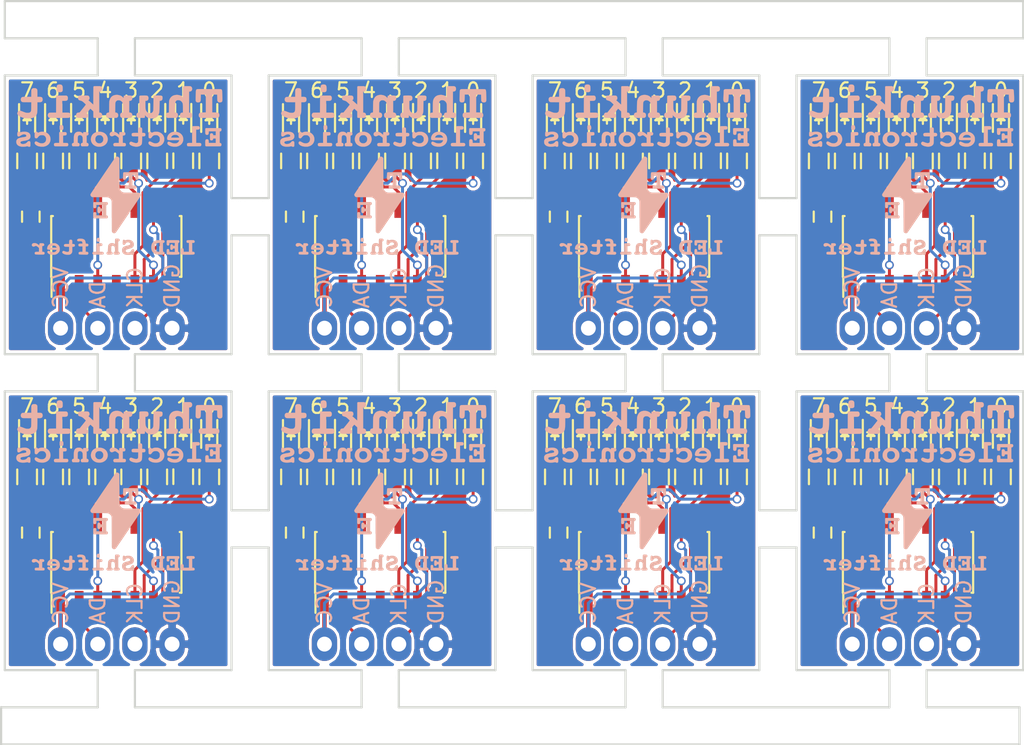
<source format=kicad_pcb>
(kicad_pcb (version 4) (host pcbnew 4.0.5+dfsg1-4)
  (title_block (title USB-UART) (date 2018-09-02) (rev B) (company "THUNKIT ELECTRONICS"))
  (layers (0 F.Cu signal) (31 B.Cu signal) (34 B.Paste user) (35 F.Paste user) (36 B.SilkS user) (37 F.SilkS user) (38 B.Mask user) (39 F.Mask user) (44 Edge.Cuts user))
  (net 0 "")
  (net 1 "Net-(D1-Pad2)")
  (net 2 GND)
  (net 3 "Net-(D2-Pad2)")
  (net 4 "Net-(D3-Pad2)")
  (net 5 "Net-(D4-Pad2)")
  (net 6 "Net-(D5-Pad2)")
  (net 7 "Net-(D6-Pad2)")
  (net 8 "Net-(D7-Pad2)")
  (net 9 "Net-(D8-Pad2)")
  (net 10 VCC)
  (net 11 DATA)
  (net 12 CLK)
  (net 13 "Net-(R1-Pad1)")
  (net 14 "Net-(R2-Pad1)")
  (net 15 "Net-(R3-Pad1)")
  (net 16 "Net-(R4-Pad1)")
  (net 17 "Net-(R5-Pad1)")
  (net 18 "Net-(R6-Pad1)")
  (net 19 "Net-(R7-Pad1)")
  (net 20 "Net-(R8-Pad1)")
  (module MOD:JLCPCB_Tooling_Hole (layer F.Cu) (at 118.11 120.65)
    (fp_text reference REF** hide)
    (fp_text value JLCPCB_Tooling_Hole)
    (pad "" np_thru_hole circle (at 0 0) (size 1.152 1.152) (drill 1.152) (layers *.Cu *.Mask))
  )
  (module MOD:JLCPCB_Tooling_Hole (layer F.Cu) (at 118.364 72.39)
    (fp_text reference REF** hide)
    (fp_text value JLCPCB_Tooling_Hole)
    (pad "" np_thru_hole circle (at 0 0) (size 1.152 1.152) (drill 1.152) (layers *.Cu *.Mask))
  )
  (module MOD:JLCPCB_Tooling_Hole (layer F.Cu) (at 185.42 72.39)
    (fp_text reference REF** hide)
    (fp_text value JLCPCB_Tooling_Hole)
    (pad "" np_thru_hole circle (at 0 0) (size 1.152 1.152) (drill 1.152) (layers *.Cu *.Mask))
  )
  (module MOD:Mouse_Bite (layer F.Cu) (at 124.714 118.11 270)
    (fp_text reference REF** hide)
    (fp_text value MOUSE_BITE hide)
    (fp_line (start 1.27 1.27) (end -1.27 1.27) (layer Edge.Cuts) (width 0.15))
    (fp_line (start -1.27 -1.27) (end 1.27 -1.27) (layer Edge.Cuts) (width 0.15))
    (pad "" np_thru_hole circle (at 0.762 -0.762 270) (size 0.635 0.635) (drill 0.635) (layers *.Cu))
    (pad "" np_thru_hole circle (at 0.762 0.762 270) (size 0.635 0.635) (drill 0.635) (layers *.Cu))
    (pad "" np_thru_hole circle (at 0.762 0 270) (size 0.635 0.635) (drill 0.635) (layers *.Cu))
    (pad "" np_thru_hole circle (at -0.762 -0.762 270) (size 0.635 0.635) (drill 0.635) (layers *.Cu))
    (pad "" np_thru_hole circle (at -0.762 0 270) (size 0.635 0.635) (drill 0.635) (layers *.Cu))
    (pad "" np_thru_hole circle (at -0.762 0.762 270) (size 0.635 0.635) (drill 0.635) (layers *.Cu))
  )
  (module MOD:Mouse_Bite (layer F.Cu) (at 142.748 118.11 270)
    (fp_text reference REF** hide)
    (fp_text value MOUSE_BITE hide)
    (fp_line (start 1.27 1.27) (end -1.27 1.27) (layer Edge.Cuts) (width 0.15))
    (fp_line (start -1.27 -1.27) (end 1.27 -1.27) (layer Edge.Cuts) (width 0.15))
    (pad "" np_thru_hole circle (at 0.762 -0.762 270) (size 0.635 0.635) (drill 0.635) (layers *.Cu))
    (pad "" np_thru_hole circle (at 0.762 0.762 270) (size 0.635 0.635) (drill 0.635) (layers *.Cu))
    (pad "" np_thru_hole circle (at 0.762 0 270) (size 0.635 0.635) (drill 0.635) (layers *.Cu))
    (pad "" np_thru_hole circle (at -0.762 -0.762 270) (size 0.635 0.635) (drill 0.635) (layers *.Cu))
    (pad "" np_thru_hole circle (at -0.762 0 270) (size 0.635 0.635) (drill 0.635) (layers *.Cu))
    (pad "" np_thru_hole circle (at -0.762 0.762 270) (size 0.635 0.635) (drill 0.635) (layers *.Cu))
  )
  (module MOD:Mouse_Bite (layer F.Cu) (at 160.782 118.11 270)
    (fp_text reference REF** hide)
    (fp_text value MOUSE_BITE hide)
    (fp_line (start 1.27 1.27) (end -1.27 1.27) (layer Edge.Cuts) (width 0.15))
    (fp_line (start -1.27 -1.27) (end 1.27 -1.27) (layer Edge.Cuts) (width 0.15))
    (pad "" np_thru_hole circle (at 0.762 -0.762 270) (size 0.635 0.635) (drill 0.635) (layers *.Cu))
    (pad "" np_thru_hole circle (at 0.762 0.762 270) (size 0.635 0.635) (drill 0.635) (layers *.Cu))
    (pad "" np_thru_hole circle (at 0.762 0 270) (size 0.635 0.635) (drill 0.635) (layers *.Cu))
    (pad "" np_thru_hole circle (at -0.762 -0.762 270) (size 0.635 0.635) (drill 0.635) (layers *.Cu))
    (pad "" np_thru_hole circle (at -0.762 0 270) (size 0.635 0.635) (drill 0.635) (layers *.Cu))
    (pad "" np_thru_hole circle (at -0.762 0.762 270) (size 0.635 0.635) (drill 0.635) (layers *.Cu))
  )
  (module MOD:Mouse_Bite (layer F.Cu) (at 178.816 118.11 270)
    (fp_text reference REF** hide)
    (fp_text value MOUSE_BITE hide)
    (fp_line (start 1.27 1.27) (end -1.27 1.27) (layer Edge.Cuts) (width 0.15))
    (fp_line (start -1.27 -1.27) (end 1.27 -1.27) (layer Edge.Cuts) (width 0.15))
    (pad "" np_thru_hole circle (at 0.762 -0.762 270) (size 0.635 0.635) (drill 0.635) (layers *.Cu))
    (pad "" np_thru_hole circle (at 0.762 0.762 270) (size 0.635 0.635) (drill 0.635) (layers *.Cu))
    (pad "" np_thru_hole circle (at 0.762 0 270) (size 0.635 0.635) (drill 0.635) (layers *.Cu))
    (pad "" np_thru_hole circle (at -0.762 -0.762 270) (size 0.635 0.635) (drill 0.635) (layers *.Cu))
    (pad "" np_thru_hole circle (at -0.762 0 270) (size 0.635 0.635) (drill 0.635) (layers *.Cu))
    (pad "" np_thru_hole circle (at -0.762 0.762 270) (size 0.635 0.635) (drill 0.635) (layers *.Cu))
  )
  (module MOD:Mouse_Bite (layer F.Cu) (at 178.816 74.93 270)
    (fp_text reference REF** hide)
    (fp_text value MOUSE_BITE hide)
    (fp_line (start 1.27 1.27) (end -1.27 1.27) (layer Edge.Cuts) (width 0.15))
    (fp_line (start -1.27 -1.27) (end 1.27 -1.27) (layer Edge.Cuts) (width 0.15))
    (pad "" np_thru_hole circle (at 0.762 -0.762 270) (size 0.635 0.635) (drill 0.635) (layers *.Cu))
    (pad "" np_thru_hole circle (at 0.762 0.762 270) (size 0.635 0.635) (drill 0.635) (layers *.Cu))
    (pad "" np_thru_hole circle (at 0.762 0 270) (size 0.635 0.635) (drill 0.635) (layers *.Cu))
    (pad "" np_thru_hole circle (at -0.762 -0.762 270) (size 0.635 0.635) (drill 0.635) (layers *.Cu))
    (pad "" np_thru_hole circle (at -0.762 0 270) (size 0.635 0.635) (drill 0.635) (layers *.Cu))
    (pad "" np_thru_hole circle (at -0.762 0.762 270) (size 0.635 0.635) (drill 0.635) (layers *.Cu))
  )
  (module MOD:Mouse_Bite (layer F.Cu) (at 160.782 74.93 270)
    (fp_text reference REF** hide)
    (fp_text value MOUSE_BITE hide)
    (fp_line (start 1.27 1.27) (end -1.27 1.27) (layer Edge.Cuts) (width 0.15))
    (fp_line (start -1.27 -1.27) (end 1.27 -1.27) (layer Edge.Cuts) (width 0.15))
    (pad "" np_thru_hole circle (at 0.762 -0.762 270) (size 0.635 0.635) (drill 0.635) (layers *.Cu))
    (pad "" np_thru_hole circle (at 0.762 0.762 270) (size 0.635 0.635) (drill 0.635) (layers *.Cu))
    (pad "" np_thru_hole circle (at 0.762 0 270) (size 0.635 0.635) (drill 0.635) (layers *.Cu))
    (pad "" np_thru_hole circle (at -0.762 -0.762 270) (size 0.635 0.635) (drill 0.635) (layers *.Cu))
    (pad "" np_thru_hole circle (at -0.762 0 270) (size 0.635 0.635) (drill 0.635) (layers *.Cu))
    (pad "" np_thru_hole circle (at -0.762 0.762 270) (size 0.635 0.635) (drill 0.635) (layers *.Cu))
  )
  (module MOD:Mouse_Bite (layer F.Cu) (at 142.748 74.93 270)
    (fp_text reference REF** hide)
    (fp_text value MOUSE_BITE hide)
    (fp_line (start 1.27 1.27) (end -1.27 1.27) (layer Edge.Cuts) (width 0.15))
    (fp_line (start -1.27 -1.27) (end 1.27 -1.27) (layer Edge.Cuts) (width 0.15))
    (pad "" np_thru_hole circle (at 0.762 -0.762 270) (size 0.635 0.635) (drill 0.635) (layers *.Cu))
    (pad "" np_thru_hole circle (at 0.762 0.762 270) (size 0.635 0.635) (drill 0.635) (layers *.Cu))
    (pad "" np_thru_hole circle (at 0.762 0 270) (size 0.635 0.635) (drill 0.635) (layers *.Cu))
    (pad "" np_thru_hole circle (at -0.762 -0.762 270) (size 0.635 0.635) (drill 0.635) (layers *.Cu))
    (pad "" np_thru_hole circle (at -0.762 0 270) (size 0.635 0.635) (drill 0.635) (layers *.Cu))
    (pad "" np_thru_hole circle (at -0.762 0.762 270) (size 0.635 0.635) (drill 0.635) (layers *.Cu))
  )
  (module MOD:Mouse_Bite (layer F.Cu) (at 124.714 74.93 270)
    (fp_text reference REF** hide)
    (fp_text value MOUSE_BITE hide)
    (fp_line (start 1.27 1.27) (end -1.27 1.27) (layer Edge.Cuts) (width 0.15))
    (fp_line (start -1.27 -1.27) (end 1.27 -1.27) (layer Edge.Cuts) (width 0.15))
    (pad "" np_thru_hole circle (at 0.762 -0.762 270) (size 0.635 0.635) (drill 0.635) (layers *.Cu))
    (pad "" np_thru_hole circle (at 0.762 0.762 270) (size 0.635 0.635) (drill 0.635) (layers *.Cu))
    (pad "" np_thru_hole circle (at 0.762 0 270) (size 0.635 0.635) (drill 0.635) (layers *.Cu))
    (pad "" np_thru_hole circle (at -0.762 -0.762 270) (size 0.635 0.635) (drill 0.635) (layers *.Cu))
    (pad "" np_thru_hole circle (at -0.762 0 270) (size 0.635 0.635) (drill 0.635) (layers *.Cu))
    (pad "" np_thru_hole circle (at -0.762 0.762 270) (size 0.635 0.635) (drill 0.635) (layers *.Cu))
  )
  (module MOD:Mouse_Bite (layer F.Cu) (at 169.926 107.188 180)
    (fp_text reference REF** hide)
    (fp_text value MOUSE_BITE hide)
    (fp_line (start 1.27 1.27) (end -1.27 1.27) (layer Edge.Cuts) (width 0.15))
    (fp_line (start -1.27 -1.27) (end 1.27 -1.27) (layer Edge.Cuts) (width 0.15))
    (pad "" np_thru_hole circle (at 0.762 -0.762 180) (size 0.635 0.635) (drill 0.635) (layers *.Cu))
    (pad "" np_thru_hole circle (at 0.762 0.762 180) (size 0.635 0.635) (drill 0.635) (layers *.Cu))
    (pad "" np_thru_hole circle (at 0.762 0 180) (size 0.635 0.635) (drill 0.635) (layers *.Cu))
    (pad "" np_thru_hole circle (at -0.762 -0.762 180) (size 0.635 0.635) (drill 0.635) (layers *.Cu))
    (pad "" np_thru_hole circle (at -0.762 0 180) (size 0.635 0.635) (drill 0.635) (layers *.Cu))
    (pad "" np_thru_hole circle (at -0.762 0.762 180) (size 0.635 0.635) (drill 0.635) (layers *.Cu))
  )
  (module MOD:Mouse_Bite (layer F.Cu) (at 151.892 107.188 180)
    (fp_text reference REF** hide)
    (fp_text value MOUSE_BITE hide)
    (fp_line (start 1.27 1.27) (end -1.27 1.27) (layer Edge.Cuts) (width 0.15))
    (fp_line (start -1.27 -1.27) (end 1.27 -1.27) (layer Edge.Cuts) (width 0.15))
    (pad "" np_thru_hole circle (at 0.762 -0.762 180) (size 0.635 0.635) (drill 0.635) (layers *.Cu))
    (pad "" np_thru_hole circle (at 0.762 0.762 180) (size 0.635 0.635) (drill 0.635) (layers *.Cu))
    (pad "" np_thru_hole circle (at 0.762 0 180) (size 0.635 0.635) (drill 0.635) (layers *.Cu))
    (pad "" np_thru_hole circle (at -0.762 -0.762 180) (size 0.635 0.635) (drill 0.635) (layers *.Cu))
    (pad "" np_thru_hole circle (at -0.762 0 180) (size 0.635 0.635) (drill 0.635) (layers *.Cu))
    (pad "" np_thru_hole circle (at -0.762 0.762 180) (size 0.635 0.635) (drill 0.635) (layers *.Cu))
  )
  (module MOD:Mouse_Bite (layer F.Cu) (at 133.858 107.188 180)
    (fp_text reference REF** hide)
    (fp_text value MOUSE_BITE hide)
    (fp_line (start 1.27 1.27) (end -1.27 1.27) (layer Edge.Cuts) (width 0.15))
    (fp_line (start -1.27 -1.27) (end 1.27 -1.27) (layer Edge.Cuts) (width 0.15))
    (pad "" np_thru_hole circle (at 0.762 -0.762 180) (size 0.635 0.635) (drill 0.635) (layers *.Cu))
    (pad "" np_thru_hole circle (at 0.762 0.762 180) (size 0.635 0.635) (drill 0.635) (layers *.Cu))
    (pad "" np_thru_hole circle (at 0.762 0 180) (size 0.635 0.635) (drill 0.635) (layers *.Cu))
    (pad "" np_thru_hole circle (at -0.762 -0.762 180) (size 0.635 0.635) (drill 0.635) (layers *.Cu))
    (pad "" np_thru_hole circle (at -0.762 0 180) (size 0.635 0.635) (drill 0.635) (layers *.Cu))
    (pad "" np_thru_hole circle (at -0.762 0.762 180) (size 0.635 0.635) (drill 0.635) (layers *.Cu))
  )
  (module MOD:Mouse_Bite (layer F.Cu) (at 169.926 85.852 180)
    (fp_text reference REF** hide)
    (fp_text value MOUSE_BITE hide)
    (fp_line (start 1.27 1.27) (end -1.27 1.27) (layer Edge.Cuts) (width 0.15))
    (fp_line (start -1.27 -1.27) (end 1.27 -1.27) (layer Edge.Cuts) (width 0.15))
    (pad "" np_thru_hole circle (at 0.762 -0.762 180) (size 0.635 0.635) (drill 0.635) (layers *.Cu))
    (pad "" np_thru_hole circle (at 0.762 0.762 180) (size 0.635 0.635) (drill 0.635) (layers *.Cu))
    (pad "" np_thru_hole circle (at 0.762 0 180) (size 0.635 0.635) (drill 0.635) (layers *.Cu))
    (pad "" np_thru_hole circle (at -0.762 -0.762 180) (size 0.635 0.635) (drill 0.635) (layers *.Cu))
    (pad "" np_thru_hole circle (at -0.762 0 180) (size 0.635 0.635) (drill 0.635) (layers *.Cu))
    (pad "" np_thru_hole circle (at -0.762 0.762 180) (size 0.635 0.635) (drill 0.635) (layers *.Cu))
  )
  (module MOD:Mouse_Bite (layer F.Cu) (at 151.892 85.852 180)
    (fp_text reference REF** hide)
    (fp_text value MOUSE_BITE hide)
    (fp_line (start 1.27 1.27) (end -1.27 1.27) (layer Edge.Cuts) (width 0.15))
    (fp_line (start -1.27 -1.27) (end 1.27 -1.27) (layer Edge.Cuts) (width 0.15))
    (pad "" np_thru_hole circle (at 0.762 -0.762 180) (size 0.635 0.635) (drill 0.635) (layers *.Cu))
    (pad "" np_thru_hole circle (at 0.762 0.762 180) (size 0.635 0.635) (drill 0.635) (layers *.Cu))
    (pad "" np_thru_hole circle (at 0.762 0 180) (size 0.635 0.635) (drill 0.635) (layers *.Cu))
    (pad "" np_thru_hole circle (at -0.762 -0.762 180) (size 0.635 0.635) (drill 0.635) (layers *.Cu))
    (pad "" np_thru_hole circle (at -0.762 0 180) (size 0.635 0.635) (drill 0.635) (layers *.Cu))
    (pad "" np_thru_hole circle (at -0.762 0.762 180) (size 0.635 0.635) (drill 0.635) (layers *.Cu))
  )
  (module MOD:Mouse_Bite (layer F.Cu) (at 133.858 85.852 180)
    (fp_text reference REF** hide)
    (fp_text value MOUSE_BITE hide)
    (fp_line (start 1.27 1.27) (end -1.27 1.27) (layer Edge.Cuts) (width 0.15))
    (fp_line (start -1.27 -1.27) (end 1.27 -1.27) (layer Edge.Cuts) (width 0.15))
    (pad "" np_thru_hole circle (at 0.762 -0.762 180) (size 0.635 0.635) (drill 0.635) (layers *.Cu))
    (pad "" np_thru_hole circle (at 0.762 0.762 180) (size 0.635 0.635) (drill 0.635) (layers *.Cu))
    (pad "" np_thru_hole circle (at 0.762 0 180) (size 0.635 0.635) (drill 0.635) (layers *.Cu))
    (pad "" np_thru_hole circle (at -0.762 -0.762 180) (size 0.635 0.635) (drill 0.635) (layers *.Cu))
    (pad "" np_thru_hole circle (at -0.762 0 180) (size 0.635 0.635) (drill 0.635) (layers *.Cu))
    (pad "" np_thru_hole circle (at -0.762 0.762 180) (size 0.635 0.635) (drill 0.635) (layers *.Cu))
  )
  (module MOD:Mouse_Bite (layer F.Cu) (at 124.714 96.52 90)
    (fp_text reference REF** hide)
    (fp_text value MOUSE_BITE hide)
    (fp_line (start 1.27 1.27) (end -1.27 1.27) (layer Edge.Cuts) (width 0.15))
    (fp_line (start -1.27 -1.27) (end 1.27 -1.27) (layer Edge.Cuts) (width 0.15))
    (pad "" np_thru_hole circle (at 0.762 -0.762 90) (size 0.635 0.635) (drill 0.635) (layers *.Cu))
    (pad "" np_thru_hole circle (at 0.762 0.762 90) (size 0.635 0.635) (drill 0.635) (layers *.Cu))
    (pad "" np_thru_hole circle (at 0.762 0 90) (size 0.635 0.635) (drill 0.635) (layers *.Cu))
    (pad "" np_thru_hole circle (at -0.762 -0.762 90) (size 0.635 0.635) (drill 0.635) (layers *.Cu))
    (pad "" np_thru_hole circle (at -0.762 0 90) (size 0.635 0.635) (drill 0.635) (layers *.Cu))
    (pad "" np_thru_hole circle (at -0.762 0.762 90) (size 0.635 0.635) (drill 0.635) (layers *.Cu))
  )
  (module MOD:Mouse_Bite (layer F.Cu) (at 142.748 96.52 90)
    (fp_text reference REF** hide)
    (fp_text value MOUSE_BITE hide)
    (fp_line (start 1.27 1.27) (end -1.27 1.27) (layer Edge.Cuts) (width 0.15))
    (fp_line (start -1.27 -1.27) (end 1.27 -1.27) (layer Edge.Cuts) (width 0.15))
    (pad "" np_thru_hole circle (at 0.762 -0.762 90) (size 0.635 0.635) (drill 0.635) (layers *.Cu))
    (pad "" np_thru_hole circle (at 0.762 0.762 90) (size 0.635 0.635) (drill 0.635) (layers *.Cu))
    (pad "" np_thru_hole circle (at 0.762 0 90) (size 0.635 0.635) (drill 0.635) (layers *.Cu))
    (pad "" np_thru_hole circle (at -0.762 -0.762 90) (size 0.635 0.635) (drill 0.635) (layers *.Cu))
    (pad "" np_thru_hole circle (at -0.762 0 90) (size 0.635 0.635) (drill 0.635) (layers *.Cu))
    (pad "" np_thru_hole circle (at -0.762 0.762 90) (size 0.635 0.635) (drill 0.635) (layers *.Cu))
  )
  (module MOD:Mouse_Bite (layer F.Cu) (at 160.782 96.52 90)
    (fp_text reference REF** hide)
    (fp_text value MOUSE_BITE hide)
    (fp_line (start 1.27 1.27) (end -1.27 1.27) (layer Edge.Cuts) (width 0.15))
    (fp_line (start -1.27 -1.27) (end 1.27 -1.27) (layer Edge.Cuts) (width 0.15))
    (pad "" np_thru_hole circle (at 0.762 -0.762 90) (size 0.635 0.635) (drill 0.635) (layers *.Cu))
    (pad "" np_thru_hole circle (at 0.762 0.762 90) (size 0.635 0.635) (drill 0.635) (layers *.Cu))
    (pad "" np_thru_hole circle (at 0.762 0 90) (size 0.635 0.635) (drill 0.635) (layers *.Cu))
    (pad "" np_thru_hole circle (at -0.762 -0.762 90) (size 0.635 0.635) (drill 0.635) (layers *.Cu))
    (pad "" np_thru_hole circle (at -0.762 0 90) (size 0.635 0.635) (drill 0.635) (layers *.Cu))
    (pad "" np_thru_hole circle (at -0.762 0.762 90) (size 0.635 0.635) (drill 0.635) (layers *.Cu))
  )
  (module MOD:Thunkit_Electronics_Text_16mm (layer B.Cu) (at 143.002 78.994 180)
    (fp_text reference G*** hide)
    (fp_text value LOGO hide)
  )
  (module MOD:Thunkit_Electronics_Logo_6mm (layer B.Cu) (at 142.748 105.918 180)
    (fp_text reference G*** hide)
    (fp_text value LOGO hide)
  )
  (module MOD:Thunkit_Electronics_LED_Shifter_12mm (layer B.Cu) (at 142.494 109.474 180)
    (fp_text reference G*** hide)
    (fp_text value LOGO hide)
  )
  (module MOD:Thunkit_Electronics_LED_Shifter_12mm (layer B.Cu) (at 142.494 87.884 180)
    (fp_text reference G*** hide)
    (fp_text value LOGO hide)
  )
  (module MOD:Thunkit_Electronics_Logo_6mm (layer B.Cu) (at 142.748 84.328 180)
    (fp_text reference G*** hide)
    (fp_text value LOGO hide)
  )
  (module MOD:Thunkit_Electronics_Text_16mm (layer B.Cu) (at 143.002 100.584 180)
    (fp_text reference G*** hide)
    (fp_text value LOGO hide)
  )
  (module MOD:Thunkit_Electronics_LED_Shifter_12mm (layer B.Cu) (at 124.46 87.884 180)
    (fp_text reference G*** hide)
    (fp_text value LOGO hide)
  )
  (module MOD:Thunkit_Electronics_Text_16mm (layer B.Cu) (at 124.968 100.584 180)
    (fp_text reference G*** hide)
    (fp_text value LOGO hide)
  )
  (module MOD:Thunkit_Electronics_Logo_6mm (layer B.Cu) (at 124.714 105.918 180)
    (fp_text reference G*** hide)
    (fp_text value LOGO hide)
  )
  (module MOD:Thunkit_Electronics_Logo_6mm (layer B.Cu) (at 124.714 84.328 180)
    (fp_text reference G*** hide)
    (fp_text value LOGO hide)
  )
  (module MOD:Thunkit_Electronics_Text_16mm (layer B.Cu) (at 124.968 78.994 180)
    (fp_text reference G*** hide)
    (fp_text value LOGO hide)
  )
  (module MOD:Thunkit_Electronics_LED_Shifter_12mm (layer B.Cu) (at 124.46 109.474 180)
    (fp_text reference G*** hide)
    (fp_text value LOGO hide)
  )
  (module MOD:Pin_Header_Straight_1x04_No_Silk_Long_Pads (layer F.Cu) (at 138.938 115.062 90)
    (fp_text reference P1 hide)
    (fp_text value CONN_01X04)
    (pad 1 thru_hole oval (at 0 0 90) (size 2.3 1.7272) (drill 1.016) (layers *.Cu *.Mask) (net 10 VCC))
    (pad 2 thru_hole oval (at 0 2.54 90) (size 2.3 1.7272) (drill 1.016) (layers *.Cu *.Mask) (net 11 DATA))
    (pad 3 thru_hole oval (at 0 5.08 90) (size 2.3 1.7272) (drill 1.016) (layers *.Cu *.Mask) (net 12 CLK))
    (pad 4 thru_hole oval (at 0 7.62 90) (size 2.3 1.7272) (drill 1.016) (layers *.Cu *.Mask) (net 2 GND))
  )
  (module Housings_SOIC:SOIC-14_3.9x8.7mm_Pitch1.27mm (layer F.Cu) (at 142.748 109.474 90)
    (fp_text reference U1 hide)
    (fp_text value 74HC164)
    (pad 1 smd rect (at -2.7 -3.81 90) (size 1.5 0.6) (layers F.Cu F.Paste F.Mask) (net 10 VCC))
    (pad 2 smd rect (at -2.7 -2.54 90) (size 1.5 0.6) (layers F.Cu F.Paste F.Mask) (net 11 DATA))
    (pad 3 smd rect (at -2.7 -1.27 90) (size 1.5 0.6) (layers F.Cu F.Paste F.Mask) (net 20 "Net-(R8-Pad1)"))
    (pad 4 smd rect (at -2.7 0 90) (size 1.5 0.6) (layers F.Cu F.Paste F.Mask) (net 19 "Net-(R7-Pad1)"))
    (pad 5 smd rect (at -2.7 1.27 90) (size 1.5 0.6) (layers F.Cu F.Paste F.Mask) (net 18 "Net-(R6-Pad1)"))
    (pad 6 smd rect (at -2.7 2.54 90) (size 1.5 0.6) (layers F.Cu F.Paste F.Mask) (net 17 "Net-(R5-Pad1)"))
    (pad 7 smd rect (at -2.7 3.81 90) (size 1.5 0.6) (layers F.Cu F.Paste F.Mask) (net 2 GND))
    (pad 8 smd rect (at 2.7 3.81 90) (size 1.5 0.6) (layers F.Cu F.Paste F.Mask) (net 12 CLK))
    (pad 9 smd rect (at 2.7 2.54 90) (size 1.5 0.6) (layers F.Cu F.Paste F.Mask) (net 10 VCC))
    (pad 10 smd rect (at 2.7 1.27 90) (size 1.5 0.6) (layers F.Cu F.Paste F.Mask) (net 16 "Net-(R4-Pad1)"))
    (pad 11 smd rect (at 2.7 0 90) (size 1.5 0.6) (layers F.Cu F.Paste F.Mask) (net 15 "Net-(R3-Pad1)"))
    (pad 12 smd rect (at 2.7 -1.27 90) (size 1.5 0.6) (layers F.Cu F.Paste F.Mask) (net 14 "Net-(R2-Pad1)"))
    (pad 13 smd rect (at 2.7 -2.54 90) (size 1.5 0.6) (layers F.Cu F.Paste F.Mask) (net 13 "Net-(R1-Pad1)"))
    (pad 14 smd rect (at 2.7 -3.81 90) (size 1.5 0.6) (layers F.Cu F.Paste F.Mask) (net 10 VCC))
  )
  (module Resistors_SMD:R_0603 (layer F.Cu) (at 140.208 103.632 90)
    (fp_text reference R3 hide)
    (fp_text value 680)
    (pad 1 smd rect (at -0.75 0 90) (size 0.5 0.9) (layers F.Cu F.Paste F.Mask) (net 15 "Net-(R3-Pad1)"))
    (pad 2 smd rect (at 0.75 0 90) (size 0.5 0.9) (layers F.Cu F.Paste F.Mask) (net 4 "Net-(D3-Pad2)"))
  )
  (module Capacitors_SMD:C_0603 (layer F.Cu) (at 136.906 107.442 90)
    (fp_text reference C1 hide)
    (fp_text value 1uF)
    (pad 1 smd rect (at -0.75 0 90) (size 0.8 0.75) (layers F.Cu F.Paste F.Mask) (net 2 GND))
    (pad 2 smd rect (at 0.75 0 90) (size 0.8 0.75) (layers F.Cu F.Paste F.Mask) (net 10 VCC))
  )
  (module Fiducials:Fiducial_1mm_Dia_2.54mm_Outer_CopperTop (layer F.Cu) (at 148.844 109.474)
    (fp_text reference REF** hide)
    (fp_text value Fiducial_1mm_Dia_2.54mm_Outer_CopperTop)
    (pad ~ smd circle (at 0 0) (size 1 1) (layers F.Cu F.Mask) (clearance 0.77))
  )
  (module LEDs:LED_0603 (layer F.Cu) (at 149.098 100.8507 270)
    (fp_text reference D8 hide)
    (fp_text value RED)
    (pad 2 smd rect (at 0.7493 0 90) (size 0.79756 0.79756) (layers F.Cu F.Paste F.Mask) (net 9 "Net-(D8-Pad2)"))
    (pad 1 smd rect (at -0.7493 0 90) (size 0.79756 0.79756) (layers F.Cu F.Paste F.Mask) (net 2 GND))
  )
  (module Resistors_SMD:R_0603 (layer F.Cu) (at 149.098 103.632 90)
    (fp_text reference R8 hide)
    (fp_text value 680)
    (pad 1 smd rect (at -0.75 0 90) (size 0.5 0.9) (layers F.Cu F.Paste F.Mask) (net 20 "Net-(R8-Pad1)"))
    (pad 2 smd rect (at 0.75 0 90) (size 0.5 0.9) (layers F.Cu F.Paste F.Mask) (net 9 "Net-(D8-Pad2)"))
  )
  (module LEDs:LED_0603 (layer F.Cu) (at 147.32 100.838 270)
    (fp_text reference D7 hide)
    (fp_text value RED)
    (pad 2 smd rect (at 0.7493 0 90) (size 0.79756 0.79756) (layers F.Cu F.Paste F.Mask) (net 8 "Net-(D7-Pad2)"))
    (pad 1 smd rect (at -0.7493 0 90) (size 0.79756 0.79756) (layers F.Cu F.Paste F.Mask) (net 2 GND))
  )
  (module LEDs:LED_0603 (layer F.Cu) (at 143.764 100.8507 270)
    (fp_text reference D5 hide)
    (fp_text value RED)
    (pad 2 smd rect (at 0.7493 0 90) (size 0.79756 0.79756) (layers F.Cu F.Paste F.Mask) (net 6 "Net-(D5-Pad2)"))
    (pad 1 smd rect (at -0.7493 0 90) (size 0.79756 0.79756) (layers F.Cu F.Paste F.Mask) (net 2 GND))
  )
  (module LEDs:LED_0603 (layer F.Cu) (at 145.542 100.838 270)
    (fp_text reference D6 hide)
    (fp_text value RED)
    (pad 2 smd rect (at 0.7493 0 90) (size 0.79756 0.79756) (layers F.Cu F.Paste F.Mask) (net 7 "Net-(D6-Pad2)"))
    (pad 1 smd rect (at -0.7493 0 90) (size 0.79756 0.79756) (layers F.Cu F.Paste F.Mask) (net 2 GND))
  )
  (module LEDs:LED_0603 (layer F.Cu) (at 141.986 100.838 270)
    (fp_text reference D4 hide)
    (fp_text value RED)
    (pad 2 smd rect (at 0.7493 0 90) (size 0.79756 0.79756) (layers F.Cu F.Paste F.Mask) (net 5 "Net-(D4-Pad2)"))
    (pad 1 smd rect (at -0.7493 0 90) (size 0.79756 0.79756) (layers F.Cu F.Paste F.Mask) (net 2 GND))
  )
  (module Resistors_SMD:R_0603 (layer F.Cu) (at 141.986 103.632 90)
    (fp_text reference R4 hide)
    (fp_text value 680)
    (pad 1 smd rect (at -0.75 0 90) (size 0.5 0.9) (layers F.Cu F.Paste F.Mask) (net 16 "Net-(R4-Pad1)"))
    (pad 2 smd rect (at 0.75 0 90) (size 0.5 0.9) (layers F.Cu F.Paste F.Mask) (net 5 "Net-(D4-Pad2)"))
  )
  (module Resistors_SMD:R_0603 (layer F.Cu) (at 145.542 103.632 90)
    (fp_text reference R6 hide)
    (fp_text value 680)
    (pad 1 smd rect (at -0.75 0 90) (size 0.5 0.9) (layers F.Cu F.Paste F.Mask) (net 18 "Net-(R6-Pad1)"))
    (pad 2 smd rect (at 0.75 0 90) (size 0.5 0.9) (layers F.Cu F.Paste F.Mask) (net 7 "Net-(D6-Pad2)"))
  )
  (module Resistors_SMD:R_0603 (layer F.Cu) (at 143.764 103.632 90)
    (fp_text reference R5 hide)
    (fp_text value 680)
    (pad 1 smd rect (at -0.75 0 90) (size 0.5 0.9) (layers F.Cu F.Paste F.Mask) (net 17 "Net-(R5-Pad1)"))
    (pad 2 smd rect (at 0.75 0 90) (size 0.5 0.9) (layers F.Cu F.Paste F.Mask) (net 6 "Net-(D5-Pad2)"))
  )
  (module Resistors_SMD:R_0603 (layer F.Cu) (at 147.32 103.62 90)
    (fp_text reference R7 hide)
    (fp_text value 680)
    (pad 1 smd rect (at -0.75 0 90) (size 0.5 0.9) (layers F.Cu F.Paste F.Mask) (net 19 "Net-(R7-Pad1)"))
    (pad 2 smd rect (at 0.75 0 90) (size 0.5 0.9) (layers F.Cu F.Paste F.Mask) (net 8 "Net-(D7-Pad2)"))
  )
  (module Resistors_SMD:R_0603 (layer F.Cu) (at 125.73 82.042 90)
    (fp_text reference R5 hide)
    (fp_text value 680)
    (pad 1 smd rect (at -0.75 0 90) (size 0.5 0.9) (layers F.Cu F.Paste F.Mask) (net 17 "Net-(R5-Pad1)"))
    (pad 2 smd rect (at 0.75 0 90) (size 0.5 0.9) (layers F.Cu F.Paste F.Mask) (net 6 "Net-(D5-Pad2)"))
  )
  (module Fiducials:Fiducial_1mm_Dia_2.54mm_Outer_CopperTop (layer F.Cu) (at 130.81 87.884)
    (fp_text reference REF** hide)
    (fp_text value Fiducial_1mm_Dia_2.54mm_Outer_CopperTop)
    (pad ~ smd circle (at 0 0) (size 1 1) (layers F.Cu F.Mask) (clearance 0.77))
  )
  (module MOD:Pin_Header_Straight_1x04_No_Silk_Long_Pads (layer F.Cu) (at 120.904 93.472 90)
    (fp_text reference P1 hide)
    (fp_text value CONN_01X04)
    (pad 1 thru_hole oval (at 0 0 90) (size 2.3 1.7272) (drill 1.016) (layers *.Cu *.Mask) (net 10 VCC))
    (pad 2 thru_hole oval (at 0 2.54 90) (size 2.3 1.7272) (drill 1.016) (layers *.Cu *.Mask) (net 11 DATA))
    (pad 3 thru_hole oval (at 0 5.08 90) (size 2.3 1.7272) (drill 1.016) (layers *.Cu *.Mask) (net 12 CLK))
    (pad 4 thru_hole oval (at 0 7.62 90) (size 2.3 1.7272) (drill 1.016) (layers *.Cu *.Mask) (net 2 GND))
  )
  (module Housings_SOIC:SOIC-14_3.9x8.7mm_Pitch1.27mm (layer F.Cu) (at 124.714 87.884 90)
    (fp_text reference U1 hide)
    (fp_text value 74HC164)
    (pad 1 smd rect (at -2.7 -3.81 90) (size 1.5 0.6) (layers F.Cu F.Paste F.Mask) (net 10 VCC))
    (pad 2 smd rect (at -2.7 -2.54 90) (size 1.5 0.6) (layers F.Cu F.Paste F.Mask) (net 11 DATA))
    (pad 3 smd rect (at -2.7 -1.27 90) (size 1.5 0.6) (layers F.Cu F.Paste F.Mask) (net 20 "Net-(R8-Pad1)"))
    (pad 4 smd rect (at -2.7 0 90) (size 1.5 0.6) (layers F.Cu F.Paste F.Mask) (net 19 "Net-(R7-Pad1)"))
    (pad 5 smd rect (at -2.7 1.27 90) (size 1.5 0.6) (layers F.Cu F.Paste F.Mask) (net 18 "Net-(R6-Pad1)"))
    (pad 6 smd rect (at -2.7 2.54 90) (size 1.5 0.6) (layers F.Cu F.Paste F.Mask) (net 17 "Net-(R5-Pad1)"))
    (pad 7 smd rect (at -2.7 3.81 90) (size 1.5 0.6) (layers F.Cu F.Paste F.Mask) (net 2 GND))
    (pad 8 smd rect (at 2.7 3.81 90) (size 1.5 0.6) (layers F.Cu F.Paste F.Mask) (net 12 CLK))
    (pad 9 smd rect (at 2.7 2.54 90) (size 1.5 0.6) (layers F.Cu F.Paste F.Mask) (net 10 VCC))
    (pad 10 smd rect (at 2.7 1.27 90) (size 1.5 0.6) (layers F.Cu F.Paste F.Mask) (net 16 "Net-(R4-Pad1)"))
    (pad 11 smd rect (at 2.7 0 90) (size 1.5 0.6) (layers F.Cu F.Paste F.Mask) (net 15 "Net-(R3-Pad1)"))
    (pad 12 smd rect (at 2.7 -1.27 90) (size 1.5 0.6) (layers F.Cu F.Paste F.Mask) (net 14 "Net-(R2-Pad1)"))
    (pad 13 smd rect (at 2.7 -2.54 90) (size 1.5 0.6) (layers F.Cu F.Paste F.Mask) (net 13 "Net-(R1-Pad1)"))
    (pad 14 smd rect (at 2.7 -3.81 90) (size 1.5 0.6) (layers F.Cu F.Paste F.Mask) (net 10 VCC))
  )
  (module Resistors_SMD:R_0603 (layer F.Cu) (at 143.764 82.042 90)
    (fp_text reference R5 hide)
    (fp_text value 680)
    (pad 1 smd rect (at -0.75 0 90) (size 0.5 0.9) (layers F.Cu F.Paste F.Mask) (net 17 "Net-(R5-Pad1)"))
    (pad 2 smd rect (at 0.75 0 90) (size 0.5 0.9) (layers F.Cu F.Paste F.Mask) (net 6 "Net-(D5-Pad2)"))
  )
  (module Fiducials:Fiducial_1mm_Dia_2.54mm_Outer_CopperTop (layer F.Cu) (at 148.844 87.884)
    (fp_text reference REF** hide)
    (fp_text value Fiducial_1mm_Dia_2.54mm_Outer_CopperTop)
    (pad ~ smd circle (at 0 0) (size 1 1) (layers F.Cu F.Mask) (clearance 0.77))
  )
  (module Resistors_SMD:R_0603 (layer F.Cu) (at 149.098 82.042 90)
    (fp_text reference R8 hide)
    (fp_text value 680)
    (pad 1 smd rect (at -0.75 0 90) (size 0.5 0.9) (layers F.Cu F.Paste F.Mask) (net 20 "Net-(R8-Pad1)"))
    (pad 2 smd rect (at 0.75 0 90) (size 0.5 0.9) (layers F.Cu F.Paste F.Mask) (net 9 "Net-(D8-Pad2)"))
  )
  (module Capacitors_SMD:C_0603 (layer F.Cu) (at 136.906 85.852 90)
    (fp_text reference C1 hide)
    (fp_text value 1uF)
    (pad 1 smd rect (at -0.75 0 90) (size 0.8 0.75) (layers F.Cu F.Paste F.Mask) (net 2 GND))
    (pad 2 smd rect (at 0.75 0 90) (size 0.8 0.75) (layers F.Cu F.Paste F.Mask) (net 10 VCC))
  )
  (module MOD:Pin_Header_Straight_1x04_No_Silk_Long_Pads (layer F.Cu) (at 138.938 93.472 90)
    (fp_text reference P1 hide)
    (fp_text value CONN_01X04)
    (pad 1 thru_hole oval (at 0 0 90) (size 2.3 1.7272) (drill 1.016) (layers *.Cu *.Mask) (net 10 VCC))
    (pad 2 thru_hole oval (at 0 2.54 90) (size 2.3 1.7272) (drill 1.016) (layers *.Cu *.Mask) (net 11 DATA))
    (pad 3 thru_hole oval (at 0 5.08 90) (size 2.3 1.7272) (drill 1.016) (layers *.Cu *.Mask) (net 12 CLK))
    (pad 4 thru_hole oval (at 0 7.62 90) (size 2.3 1.7272) (drill 1.016) (layers *.Cu *.Mask) (net 2 GND))
  )
  (module Housings_SOIC:SOIC-14_3.9x8.7mm_Pitch1.27mm (layer F.Cu) (at 142.748 87.884 90)
    (fp_text reference U1 hide)
    (fp_text value 74HC164)
    (pad 1 smd rect (at -2.7 -3.81 90) (size 1.5 0.6) (layers F.Cu F.Paste F.Mask) (net 10 VCC))
    (pad 2 smd rect (at -2.7 -2.54 90) (size 1.5 0.6) (layers F.Cu F.Paste F.Mask) (net 11 DATA))
    (pad 3 smd rect (at -2.7 -1.27 90) (size 1.5 0.6) (layers F.Cu F.Paste F.Mask) (net 20 "Net-(R8-Pad1)"))
    (pad 4 smd rect (at -2.7 0 90) (size 1.5 0.6) (layers F.Cu F.Paste F.Mask) (net 19 "Net-(R7-Pad1)"))
    (pad 5 smd rect (at -2.7 1.27 90) (size 1.5 0.6) (layers F.Cu F.Paste F.Mask) (net 18 "Net-(R6-Pad1)"))
    (pad 6 smd rect (at -2.7 2.54 90) (size 1.5 0.6) (layers F.Cu F.Paste F.Mask) (net 17 "Net-(R5-Pad1)"))
    (pad 7 smd rect (at -2.7 3.81 90) (size 1.5 0.6) (layers F.Cu F.Paste F.Mask) (net 2 GND))
    (pad 8 smd rect (at 2.7 3.81 90) (size 1.5 0.6) (layers F.Cu F.Paste F.Mask) (net 12 CLK))
    (pad 9 smd rect (at 2.7 2.54 90) (size 1.5 0.6) (layers F.Cu F.Paste F.Mask) (net 10 VCC))
    (pad 10 smd rect (at 2.7 1.27 90) (size 1.5 0.6) (layers F.Cu F.Paste F.Mask) (net 16 "Net-(R4-Pad1)"))
    (pad 11 smd rect (at 2.7 0 90) (size 1.5 0.6) (layers F.Cu F.Paste F.Mask) (net 15 "Net-(R3-Pad1)"))
    (pad 12 smd rect (at 2.7 -1.27 90) (size 1.5 0.6) (layers F.Cu F.Paste F.Mask) (net 14 "Net-(R2-Pad1)"))
    (pad 13 smd rect (at 2.7 -2.54 90) (size 1.5 0.6) (layers F.Cu F.Paste F.Mask) (net 13 "Net-(R1-Pad1)"))
    (pad 14 smd rect (at 2.7 -3.81 90) (size 1.5 0.6) (layers F.Cu F.Paste F.Mask) (net 10 VCC))
  )
  (module Resistors_SMD:R_0603 (layer F.Cu) (at 123.952 82.042 90)
    (fp_text reference R4 hide)
    (fp_text value 680)
    (pad 1 smd rect (at -0.75 0 90) (size 0.5 0.9) (layers F.Cu F.Paste F.Mask) (net 16 "Net-(R4-Pad1)"))
    (pad 2 smd rect (at 0.75 0 90) (size 0.5 0.9) (layers F.Cu F.Paste F.Mask) (net 5 "Net-(D4-Pad2)"))
  )
  (module Capacitors_SMD:C_0603 (layer F.Cu) (at 118.872 85.852 90)
    (fp_text reference C1 hide)
    (fp_text value 1uF)
    (pad 1 smd rect (at -0.75 0 90) (size 0.8 0.75) (layers F.Cu F.Paste F.Mask) (net 2 GND))
    (pad 2 smd rect (at 0.75 0 90) (size 0.8 0.75) (layers F.Cu F.Paste F.Mask) (net 10 VCC))
  )
  (module Resistors_SMD:R_0603 (layer F.Cu) (at 118.618 82.042 90)
    (fp_text reference R1 hide)
    (fp_text value 680)
    (pad 1 smd rect (at -0.75 0 90) (size 0.5 0.9) (layers F.Cu F.Paste F.Mask) (net 13 "Net-(R1-Pad1)"))
    (pad 2 smd rect (at 0.75 0 90) (size 0.5 0.9) (layers F.Cu F.Paste F.Mask) (net 1 "Net-(D1-Pad2)"))
  )
  (module Resistors_SMD:R_0603 (layer F.Cu) (at 120.396 82.042 90)
    (fp_text reference R2 hide)
    (fp_text value 680)
    (pad 1 smd rect (at -0.75 0 90) (size 0.5 0.9) (layers F.Cu F.Paste F.Mask) (net 14 "Net-(R2-Pad1)"))
    (pad 2 smd rect (at 0.75 0 90) (size 0.5 0.9) (layers F.Cu F.Paste F.Mask) (net 3 "Net-(D2-Pad2)"))
  )
  (module Resistors_SMD:R_0603 (layer F.Cu) (at 122.174 82.042 90)
    (fp_text reference R3 hide)
    (fp_text value 680)
    (pad 1 smd rect (at -0.75 0 90) (size 0.5 0.9) (layers F.Cu F.Paste F.Mask) (net 15 "Net-(R3-Pad1)"))
    (pad 2 smd rect (at 0.75 0 90) (size 0.5 0.9) (layers F.Cu F.Paste F.Mask) (net 4 "Net-(D3-Pad2)"))
  )
  (module Resistors_SMD:R_0603 (layer F.Cu) (at 138.43 82.042 90)
    (fp_text reference R2 hide)
    (fp_text value 680)
    (pad 1 smd rect (at -0.75 0 90) (size 0.5 0.9) (layers F.Cu F.Paste F.Mask) (net 14 "Net-(R2-Pad1)"))
    (pad 2 smd rect (at 0.75 0 90) (size 0.5 0.9) (layers F.Cu F.Paste F.Mask) (net 3 "Net-(D2-Pad2)"))
  )
  (module Resistors_SMD:R_0603 (layer F.Cu) (at 140.208 82.042 90)
    (fp_text reference R3 hide)
    (fp_text value 680)
    (pad 1 smd rect (at -0.75 0 90) (size 0.5 0.9) (layers F.Cu F.Paste F.Mask) (net 15 "Net-(R3-Pad1)"))
    (pad 2 smd rect (at 0.75 0 90) (size 0.5 0.9) (layers F.Cu F.Paste F.Mask) (net 4 "Net-(D3-Pad2)"))
  )
  (module Resistors_SMD:R_0603 (layer F.Cu) (at 136.652 82.042 90)
    (fp_text reference R1 hide)
    (fp_text value 680)
    (pad 1 smd rect (at -0.75 0 90) (size 0.5 0.9) (layers F.Cu F.Paste F.Mask) (net 13 "Net-(R1-Pad1)"))
    (pad 2 smd rect (at 0.75 0 90) (size 0.5 0.9) (layers F.Cu F.Paste F.Mask) (net 1 "Net-(D1-Pad2)"))
  )
  (module LEDs:LED_0603 (layer F.Cu) (at 138.43 79.2607 270)
    (fp_text reference D2 hide)
    (fp_text value RED)
    (pad 2 smd rect (at 0.7493 0 90) (size 0.79756 0.79756) (layers F.Cu F.Paste F.Mask) (net 3 "Net-(D2-Pad2)"))
    (pad 1 smd rect (at -0.7493 0 90) (size 0.79756 0.79756) (layers F.Cu F.Paste F.Mask) (net 2 GND))
  )
  (module LEDs:LED_0603 (layer F.Cu) (at 136.652 79.2607 270)
    (fp_text reference D1 hide)
    (fp_text value RED)
    (pad 2 smd rect (at 0.7493 0 90) (size 0.79756 0.79756) (layers F.Cu F.Paste F.Mask) (net 1 "Net-(D1-Pad2)"))
    (pad 1 smd rect (at -0.7493 0 90) (size 0.79756 0.79756) (layers F.Cu F.Paste F.Mask) (net 2 GND))
  )
  (module LEDs:LED_0603 (layer F.Cu) (at 140.208 79.248 270)
    (fp_text reference D3 hide)
    (fp_text value RED)
    (pad 2 smd rect (at 0.7493 0 90) (size 0.79756 0.79756) (layers F.Cu F.Paste F.Mask) (net 4 "Net-(D3-Pad2)"))
    (pad 1 smd rect (at -0.7493 0 90) (size 0.79756 0.79756) (layers F.Cu F.Paste F.Mask) (net 2 GND))
  )
  (module LEDs:LED_0603 (layer F.Cu) (at 141.986 79.248 270)
    (fp_text reference D4 hide)
    (fp_text value RED)
    (pad 2 smd rect (at 0.7493 0 90) (size 0.79756 0.79756) (layers F.Cu F.Paste F.Mask) (net 5 "Net-(D4-Pad2)"))
    (pad 1 smd rect (at -0.7493 0 90) (size 0.79756 0.79756) (layers F.Cu F.Paste F.Mask) (net 2 GND))
  )
  (module Resistors_SMD:R_0603 (layer F.Cu) (at 141.986 82.042 90)
    (fp_text reference R4 hide)
    (fp_text value 680)
    (pad 1 smd rect (at -0.75 0 90) (size 0.5 0.9) (layers F.Cu F.Paste F.Mask) (net 16 "Net-(R4-Pad1)"))
    (pad 2 smd rect (at 0.75 0 90) (size 0.5 0.9) (layers F.Cu F.Paste F.Mask) (net 5 "Net-(D4-Pad2)"))
  )
  (module LEDs:LED_0603 (layer F.Cu) (at 131.064 79.2607 270)
    (fp_text reference D8 hide)
    (fp_text value RED)
    (pad 2 smd rect (at 0.7493 0 90) (size 0.79756 0.79756) (layers F.Cu F.Paste F.Mask) (net 9 "Net-(D8-Pad2)"))
    (pad 1 smd rect (at -0.7493 0 90) (size 0.79756 0.79756) (layers F.Cu F.Paste F.Mask) (net 2 GND))
  )
  (module Resistors_SMD:R_0603 (layer F.Cu) (at 127.508 82.042 90)
    (fp_text reference R6 hide)
    (fp_text value 680)
    (pad 1 smd rect (at -0.75 0 90) (size 0.5 0.9) (layers F.Cu F.Paste F.Mask) (net 18 "Net-(R6-Pad1)"))
    (pad 2 smd rect (at 0.75 0 90) (size 0.5 0.9) (layers F.Cu F.Paste F.Mask) (net 7 "Net-(D6-Pad2)"))
  )
  (module LEDs:LED_0603 (layer F.Cu) (at 129.286 79.248 270)
    (fp_text reference D7 hide)
    (fp_text value RED)
    (pad 2 smd rect (at 0.7493 0 90) (size 0.79756 0.79756) (layers F.Cu F.Paste F.Mask) (net 8 "Net-(D7-Pad2)"))
    (pad 1 smd rect (at -0.7493 0 90) (size 0.79756 0.79756) (layers F.Cu F.Paste F.Mask) (net 2 GND))
  )
  (module Resistors_SMD:R_0603 (layer F.Cu) (at 129.286 82.03 90)
    (fp_text reference R7 hide)
    (fp_text value 680)
    (pad 1 smd rect (at -0.75 0 90) (size 0.5 0.9) (layers F.Cu F.Paste F.Mask) (net 19 "Net-(R7-Pad1)"))
    (pad 2 smd rect (at 0.75 0 90) (size 0.5 0.9) (layers F.Cu F.Paste F.Mask) (net 8 "Net-(D7-Pad2)"))
  )
  (module LEDs:LED_0603 (layer F.Cu) (at 125.73 79.2607 270)
    (fp_text reference D5 hide)
    (fp_text value RED)
    (pad 2 smd rect (at 0.7493 0 90) (size 0.79756 0.79756) (layers F.Cu F.Paste F.Mask) (net 6 "Net-(D5-Pad2)"))
    (pad 1 smd rect (at -0.7493 0 90) (size 0.79756 0.79756) (layers F.Cu F.Paste F.Mask) (net 2 GND))
  )
  (module Resistors_SMD:R_0603 (layer F.Cu) (at 131.064 82.042 90)
    (fp_text reference R8 hide)
    (fp_text value 680)
    (pad 1 smd rect (at -0.75 0 90) (size 0.5 0.9) (layers F.Cu F.Paste F.Mask) (net 20 "Net-(R8-Pad1)"))
    (pad 2 smd rect (at 0.75 0 90) (size 0.5 0.9) (layers F.Cu F.Paste F.Mask) (net 9 "Net-(D8-Pad2)"))
  )
  (module LEDs:LED_0603 (layer F.Cu) (at 127.508 79.248 270)
    (fp_text reference D6 hide)
    (fp_text value RED)
    (pad 2 smd rect (at 0.7493 0 90) (size 0.79756 0.79756) (layers F.Cu F.Paste F.Mask) (net 7 "Net-(D6-Pad2)"))
    (pad 1 smd rect (at -0.7493 0 90) (size 0.79756 0.79756) (layers F.Cu F.Paste F.Mask) (net 2 GND))
  )
  (module LEDs:LED_0603 (layer F.Cu) (at 118.618 79.2607 270)
    (fp_text reference D1 hide)
    (fp_text value RED)
    (pad 2 smd rect (at 0.7493 0 90) (size 0.79756 0.79756) (layers F.Cu F.Paste F.Mask) (net 1 "Net-(D1-Pad2)"))
    (pad 1 smd rect (at -0.7493 0 90) (size 0.79756 0.79756) (layers F.Cu F.Paste F.Mask) (net 2 GND))
  )
  (module LEDs:LED_0603 (layer F.Cu) (at 122.174 79.248 270)
    (fp_text reference D3 hide)
    (fp_text value RED)
    (pad 2 smd rect (at 0.7493 0 90) (size 0.79756 0.79756) (layers F.Cu F.Paste F.Mask) (net 4 "Net-(D3-Pad2)"))
    (pad 1 smd rect (at -0.7493 0 90) (size 0.79756 0.79756) (layers F.Cu F.Paste F.Mask) (net 2 GND))
  )
  (module LEDs:LED_0603 (layer F.Cu) (at 120.396 79.2607 270)
    (fp_text reference D2 hide)
    (fp_text value RED)
    (pad 2 smd rect (at 0.7493 0 90) (size 0.79756 0.79756) (layers F.Cu F.Paste F.Mask) (net 3 "Net-(D2-Pad2)"))
    (pad 1 smd rect (at -0.7493 0 90) (size 0.79756 0.79756) (layers F.Cu F.Paste F.Mask) (net 2 GND))
  )
  (module LEDs:LED_0603 (layer F.Cu) (at 123.952 79.248 270)
    (fp_text reference D4 hide)
    (fp_text value RED)
    (pad 2 smd rect (at 0.7493 0 90) (size 0.79756 0.79756) (layers F.Cu F.Paste F.Mask) (net 5 "Net-(D4-Pad2)"))
    (pad 1 smd rect (at -0.7493 0 90) (size 0.79756 0.79756) (layers F.Cu F.Paste F.Mask) (net 2 GND))
  )
  (module LEDs:LED_0603 (layer F.Cu) (at 149.098 79.2607 270)
    (fp_text reference D8 hide)
    (fp_text value RED)
    (pad 2 smd rect (at 0.7493 0 90) (size 0.79756 0.79756) (layers F.Cu F.Paste F.Mask) (net 9 "Net-(D8-Pad2)"))
    (pad 1 smd rect (at -0.7493 0 90) (size 0.79756 0.79756) (layers F.Cu F.Paste F.Mask) (net 2 GND))
  )
  (module LEDs:LED_0603 (layer F.Cu) (at 143.764 79.2607 270)
    (fp_text reference D5 hide)
    (fp_text value RED)
    (pad 2 smd rect (at 0.7493 0 90) (size 0.79756 0.79756) (layers F.Cu F.Paste F.Mask) (net 6 "Net-(D5-Pad2)"))
    (pad 1 smd rect (at -0.7493 0 90) (size 0.79756 0.79756) (layers F.Cu F.Paste F.Mask) (net 2 GND))
  )
  (module Resistors_SMD:R_0603 (layer F.Cu) (at 145.542 82.042 90)
    (fp_text reference R6 hide)
    (fp_text value 680)
    (pad 1 smd rect (at -0.75 0 90) (size 0.5 0.9) (layers F.Cu F.Paste F.Mask) (net 18 "Net-(R6-Pad1)"))
    (pad 2 smd rect (at 0.75 0 90) (size 0.5 0.9) (layers F.Cu F.Paste F.Mask) (net 7 "Net-(D6-Pad2)"))
  )
  (module LEDs:LED_0603 (layer F.Cu) (at 147.32 79.248 270)
    (fp_text reference D7 hide)
    (fp_text value RED)
    (pad 2 smd rect (at 0.7493 0 90) (size 0.79756 0.79756) (layers F.Cu F.Paste F.Mask) (net 8 "Net-(D7-Pad2)"))
    (pad 1 smd rect (at -0.7493 0 90) (size 0.79756 0.79756) (layers F.Cu F.Paste F.Mask) (net 2 GND))
  )
  (module Resistors_SMD:R_0603 (layer F.Cu) (at 147.32 82.03 90)
    (fp_text reference R7 hide)
    (fp_text value 680)
    (pad 1 smd rect (at -0.75 0 90) (size 0.5 0.9) (layers F.Cu F.Paste F.Mask) (net 19 "Net-(R7-Pad1)"))
    (pad 2 smd rect (at 0.75 0 90) (size 0.5 0.9) (layers F.Cu F.Paste F.Mask) (net 8 "Net-(D7-Pad2)"))
  )
  (module LEDs:LED_0603 (layer F.Cu) (at 145.542 79.248 270)
    (fp_text reference D6 hide)
    (fp_text value RED)
    (pad 2 smd rect (at 0.7493 0 90) (size 0.79756 0.79756) (layers F.Cu F.Paste F.Mask) (net 7 "Net-(D6-Pad2)"))
    (pad 1 smd rect (at -0.7493 0 90) (size 0.79756 0.79756) (layers F.Cu F.Paste F.Mask) (net 2 GND))
  )
  (module LEDs:LED_0603 (layer F.Cu) (at 138.43 100.8507 270)
    (fp_text reference D2 hide)
    (fp_text value RED)
    (pad 2 smd rect (at 0.7493 0 90) (size 0.79756 0.79756) (layers F.Cu F.Paste F.Mask) (net 3 "Net-(D2-Pad2)"))
    (pad 1 smd rect (at -0.7493 0 90) (size 0.79756 0.79756) (layers F.Cu F.Paste F.Mask) (net 2 GND))
  )
  (module LEDs:LED_0603 (layer F.Cu) (at 136.652 100.8507 270)
    (fp_text reference D1 hide)
    (fp_text value RED)
    (pad 2 smd rect (at 0.7493 0 90) (size 0.79756 0.79756) (layers F.Cu F.Paste F.Mask) (net 1 "Net-(D1-Pad2)"))
    (pad 1 smd rect (at -0.7493 0 90) (size 0.79756 0.79756) (layers F.Cu F.Paste F.Mask) (net 2 GND))
  )
  (module Resistors_SMD:R_0603 (layer F.Cu) (at 136.652 103.632 90)
    (fp_text reference R1 hide)
    (fp_text value 680)
    (pad 1 smd rect (at -0.75 0 90) (size 0.5 0.9) (layers F.Cu F.Paste F.Mask) (net 13 "Net-(R1-Pad1)"))
    (pad 2 smd rect (at 0.75 0 90) (size 0.5 0.9) (layers F.Cu F.Paste F.Mask) (net 1 "Net-(D1-Pad2)"))
  )
  (module Resistors_SMD:R_0603 (layer F.Cu) (at 138.43 103.632 90)
    (fp_text reference R2 hide)
    (fp_text value 680)
    (pad 1 smd rect (at -0.75 0 90) (size 0.5 0.9) (layers F.Cu F.Paste F.Mask) (net 14 "Net-(R2-Pad1)"))
    (pad 2 smd rect (at 0.75 0 90) (size 0.5 0.9) (layers F.Cu F.Paste F.Mask) (net 3 "Net-(D2-Pad2)"))
  )
  (module LEDs:LED_0603 (layer F.Cu) (at 140.208 100.838 270)
    (fp_text reference D3 hide)
    (fp_text value RED)
    (pad 2 smd rect (at 0.7493 0 90) (size 0.79756 0.79756) (layers F.Cu F.Paste F.Mask) (net 4 "Net-(D3-Pad2)"))
    (pad 1 smd rect (at -0.7493 0 90) (size 0.79756 0.79756) (layers F.Cu F.Paste F.Mask) (net 2 GND))
  )
  (module MOD:Pin_Header_Straight_1x04_No_Silk_Long_Pads (layer F.Cu) (at 120.904 115.062 90)
    (fp_text reference P1 hide)
    (fp_text value CONN_01X04)
    (pad 1 thru_hole oval (at 0 0 90) (size 2.3 1.7272) (drill 1.016) (layers *.Cu *.Mask) (net 10 VCC))
    (pad 2 thru_hole oval (at 0 2.54 90) (size 2.3 1.7272) (drill 1.016) (layers *.Cu *.Mask) (net 11 DATA))
    (pad 3 thru_hole oval (at 0 5.08 90) (size 2.3 1.7272) (drill 1.016) (layers *.Cu *.Mask) (net 12 CLK))
    (pad 4 thru_hole oval (at 0 7.62 90) (size 2.3 1.7272) (drill 1.016) (layers *.Cu *.Mask) (net 2 GND))
  )
  (module Capacitors_SMD:C_0603 (layer F.Cu) (at 118.872 107.442 90)
    (fp_text reference C1 hide)
    (fp_text value 1uF)
    (pad 1 smd rect (at -0.75 0 90) (size 0.8 0.75) (layers F.Cu F.Paste F.Mask) (net 2 GND))
    (pad 2 smd rect (at 0.75 0 90) (size 0.8 0.75) (layers F.Cu F.Paste F.Mask) (net 10 VCC))
  )
  (module Fiducials:Fiducial_1mm_Dia_2.54mm_Outer_CopperTop (layer F.Cu) (at 130.81 109.474)
    (fp_text reference REF** hide)
    (fp_text value Fiducial_1mm_Dia_2.54mm_Outer_CopperTop)
    (pad ~ smd circle (at 0 0) (size 1 1) (layers F.Cu F.Mask) (clearance 0.77))
  )
  (module Housings_SOIC:SOIC-14_3.9x8.7mm_Pitch1.27mm (layer F.Cu) (at 124.714 109.474 90)
    (fp_text reference U1 hide)
    (fp_text value 74HC164)
    (pad 1 smd rect (at -2.7 -3.81 90) (size 1.5 0.6) (layers F.Cu F.Paste F.Mask) (net 10 VCC))
    (pad 2 smd rect (at -2.7 -2.54 90) (size 1.5 0.6) (layers F.Cu F.Paste F.Mask) (net 11 DATA))
    (pad 3 smd rect (at -2.7 -1.27 90) (size 1.5 0.6) (layers F.Cu F.Paste F.Mask) (net 20 "Net-(R8-Pad1)"))
    (pad 4 smd rect (at -2.7 0 90) (size 1.5 0.6) (layers F.Cu F.Paste F.Mask) (net 19 "Net-(R7-Pad1)"))
    (pad 5 smd rect (at -2.7 1.27 90) (size 1.5 0.6) (layers F.Cu F.Paste F.Mask) (net 18 "Net-(R6-Pad1)"))
    (pad 6 smd rect (at -2.7 2.54 90) (size 1.5 0.6) (layers F.Cu F.Paste F.Mask) (net 17 "Net-(R5-Pad1)"))
    (pad 7 smd rect (at -2.7 3.81 90) (size 1.5 0.6) (layers F.Cu F.Paste F.Mask) (net 2 GND))
    (pad 8 smd rect (at 2.7 3.81 90) (size 1.5 0.6) (layers F.Cu F.Paste F.Mask) (net 12 CLK))
    (pad 9 smd rect (at 2.7 2.54 90) (size 1.5 0.6) (layers F.Cu F.Paste F.Mask) (net 10 VCC))
    (pad 10 smd rect (at 2.7 1.27 90) (size 1.5 0.6) (layers F.Cu F.Paste F.Mask) (net 16 "Net-(R4-Pad1)"))
    (pad 11 smd rect (at 2.7 0 90) (size 1.5 0.6) (layers F.Cu F.Paste F.Mask) (net 15 "Net-(R3-Pad1)"))
    (pad 12 smd rect (at 2.7 -1.27 90) (size 1.5 0.6) (layers F.Cu F.Paste F.Mask) (net 14 "Net-(R2-Pad1)"))
    (pad 13 smd rect (at 2.7 -2.54 90) (size 1.5 0.6) (layers F.Cu F.Paste F.Mask) (net 13 "Net-(R1-Pad1)"))
    (pad 14 smd rect (at 2.7 -3.81 90) (size 1.5 0.6) (layers F.Cu F.Paste F.Mask) (net 10 VCC))
  )
  (module LEDs:LED_0603 (layer F.Cu) (at 131.064 100.8507 270)
    (fp_text reference D8 hide)
    (fp_text value RED)
    (pad 2 smd rect (at 0.7493 0 90) (size 0.79756 0.79756) (layers F.Cu F.Paste F.Mask) (net 9 "Net-(D8-Pad2)"))
    (pad 1 smd rect (at -0.7493 0 90) (size 0.79756 0.79756) (layers F.Cu F.Paste F.Mask) (net 2 GND))
  )
  (module Resistors_SMD:R_0603 (layer F.Cu) (at 129.286 103.62 90)
    (fp_text reference R7 hide)
    (fp_text value 680)
    (pad 1 smd rect (at -0.75 0 90) (size 0.5 0.9) (layers F.Cu F.Paste F.Mask) (net 19 "Net-(R7-Pad1)"))
    (pad 2 smd rect (at 0.75 0 90) (size 0.5 0.9) (layers F.Cu F.Paste F.Mask) (net 8 "Net-(D7-Pad2)"))
  )
  (module LEDs:LED_0603 (layer F.Cu) (at 129.286 100.838 270)
    (fp_text reference D7 hide)
    (fp_text value RED)
    (pad 2 smd rect (at 0.7493 0 90) (size 0.79756 0.79756) (layers F.Cu F.Paste F.Mask) (net 8 "Net-(D7-Pad2)"))
    (pad 1 smd rect (at -0.7493 0 90) (size 0.79756 0.79756) (layers F.Cu F.Paste F.Mask) (net 2 GND))
  )
  (module LEDs:LED_0603 (layer F.Cu) (at 127.508 100.838 270)
    (fp_text reference D6 hide)
    (fp_text value RED)
    (pad 2 smd rect (at 0.7493 0 90) (size 0.79756 0.79756) (layers F.Cu F.Paste F.Mask) (net 7 "Net-(D6-Pad2)"))
    (pad 1 smd rect (at -0.7493 0 90) (size 0.79756 0.79756) (layers F.Cu F.Paste F.Mask) (net 2 GND))
  )
  (module LEDs:LED_0603 (layer F.Cu) (at 125.73 100.8507 270)
    (fp_text reference D5 hide)
    (fp_text value RED)
    (pad 2 smd rect (at 0.7493 0 90) (size 0.79756 0.79756) (layers F.Cu F.Paste F.Mask) (net 6 "Net-(D5-Pad2)"))
    (pad 1 smd rect (at -0.7493 0 90) (size 0.79756 0.79756) (layers F.Cu F.Paste F.Mask) (net 2 GND))
  )
  (module Resistors_SMD:R_0603 (layer F.Cu) (at 123.952 103.632 90)
    (fp_text reference R4 hide)
    (fp_text value 680)
    (pad 1 smd rect (at -0.75 0 90) (size 0.5 0.9) (layers F.Cu F.Paste F.Mask) (net 16 "Net-(R4-Pad1)"))
    (pad 2 smd rect (at 0.75 0 90) (size 0.5 0.9) (layers F.Cu F.Paste F.Mask) (net 5 "Net-(D4-Pad2)"))
  )
  (module Resistors_SMD:R_0603 (layer F.Cu) (at 131.064 103.632 90)
    (fp_text reference R8 hide)
    (fp_text value 680)
    (pad 1 smd rect (at -0.75 0 90) (size 0.5 0.9) (layers F.Cu F.Paste F.Mask) (net 20 "Net-(R8-Pad1)"))
    (pad 2 smd rect (at 0.75 0 90) (size 0.5 0.9) (layers F.Cu F.Paste F.Mask) (net 9 "Net-(D8-Pad2)"))
  )
  (module Resistors_SMD:R_0603 (layer F.Cu) (at 125.73 103.632 90)
    (fp_text reference R5 hide)
    (fp_text value 680)
    (pad 1 smd rect (at -0.75 0 90) (size 0.5 0.9) (layers F.Cu F.Paste F.Mask) (net 17 "Net-(R5-Pad1)"))
    (pad 2 smd rect (at 0.75 0 90) (size 0.5 0.9) (layers F.Cu F.Paste F.Mask) (net 6 "Net-(D5-Pad2)"))
  )
  (module Resistors_SMD:R_0603 (layer F.Cu) (at 127.508 103.632 90)
    (fp_text reference R6 hide)
    (fp_text value 680)
    (pad 1 smd rect (at -0.75 0 90) (size 0.5 0.9) (layers F.Cu F.Paste F.Mask) (net 18 "Net-(R6-Pad1)"))
    (pad 2 smd rect (at 0.75 0 90) (size 0.5 0.9) (layers F.Cu F.Paste F.Mask) (net 7 "Net-(D6-Pad2)"))
  )
  (module LEDs:LED_0603 (layer F.Cu) (at 123.952 100.838 270)
    (fp_text reference D4 hide)
    (fp_text value RED)
    (pad 2 smd rect (at 0.7493 0 90) (size 0.79756 0.79756) (layers F.Cu F.Paste F.Mask) (net 5 "Net-(D4-Pad2)"))
    (pad 1 smd rect (at -0.7493 0 90) (size 0.79756 0.79756) (layers F.Cu F.Paste F.Mask) (net 2 GND))
  )
  (module LEDs:LED_0603 (layer F.Cu) (at 118.618 100.8507 270)
    (fp_text reference D1 hide)
    (fp_text value RED)
    (pad 2 smd rect (at 0.7493 0 90) (size 0.79756 0.79756) (layers F.Cu F.Paste F.Mask) (net 1 "Net-(D1-Pad2)"))
    (pad 1 smd rect (at -0.7493 0 90) (size 0.79756 0.79756) (layers F.Cu F.Paste F.Mask) (net 2 GND))
  )
  (module Resistors_SMD:R_0603 (layer F.Cu) (at 118.618 103.632 90)
    (fp_text reference R1 hide)
    (fp_text value 680)
    (pad 1 smd rect (at -0.75 0 90) (size 0.5 0.9) (layers F.Cu F.Paste F.Mask) (net 13 "Net-(R1-Pad1)"))
    (pad 2 smd rect (at 0.75 0 90) (size 0.5 0.9) (layers F.Cu F.Paste F.Mask) (net 1 "Net-(D1-Pad2)"))
  )
  (module LEDs:LED_0603 (layer F.Cu) (at 122.174 100.838 270)
    (fp_text reference D3 hide)
    (fp_text value RED)
    (pad 2 smd rect (at 0.7493 0 90) (size 0.79756 0.79756) (layers F.Cu F.Paste F.Mask) (net 4 "Net-(D3-Pad2)"))
    (pad 1 smd rect (at -0.7493 0 90) (size 0.79756 0.79756) (layers F.Cu F.Paste F.Mask) (net 2 GND))
  )
  (module LEDs:LED_0603 (layer F.Cu) (at 120.396 100.8507 270)
    (fp_text reference D2 hide)
    (fp_text value RED)
    (pad 2 smd rect (at 0.7493 0 90) (size 0.79756 0.79756) (layers F.Cu F.Paste F.Mask) (net 3 "Net-(D2-Pad2)"))
    (pad 1 smd rect (at -0.7493 0 90) (size 0.79756 0.79756) (layers F.Cu F.Paste F.Mask) (net 2 GND))
  )
  (module Resistors_SMD:R_0603 (layer F.Cu) (at 122.174 103.632 90)
    (fp_text reference R3 hide)
    (fp_text value 680)
    (pad 1 smd rect (at -0.75 0 90) (size 0.5 0.9) (layers F.Cu F.Paste F.Mask) (net 15 "Net-(R3-Pad1)"))
    (pad 2 smd rect (at 0.75 0 90) (size 0.5 0.9) (layers F.Cu F.Paste F.Mask) (net 4 "Net-(D3-Pad2)"))
  )
  (module Resistors_SMD:R_0603 (layer F.Cu) (at 120.396 103.632 90)
    (fp_text reference R2 hide)
    (fp_text value 680)
    (pad 1 smd rect (at -0.75 0 90) (size 0.5 0.9) (layers F.Cu F.Paste F.Mask) (net 14 "Net-(R2-Pad1)"))
    (pad 2 smd rect (at 0.75 0 90) (size 0.5 0.9) (layers F.Cu F.Paste F.Mask) (net 3 "Net-(D2-Pad2)"))
  )
  (module MOD:Thunkit_Electronics_Text_16mm (layer B.Cu) (at 179.07 78.994 180)
    (fp_text reference G*** hide)
    (fp_text value LOGO hide)
  )
  (module MOD:Thunkit_Electronics_Logo_6mm (layer B.Cu) (at 178.816 84.328 180)
    (fp_text reference G*** hide)
    (fp_text value LOGO hide)
  )
  (module MOD:Thunkit_Electronics_LED_Shifter_12mm (layer B.Cu) (at 160.528 87.884 180)
    (fp_text reference G*** hide)
    (fp_text value LOGO hide)
  )
  (module MOD:Thunkit_Electronics_Text_16mm (layer B.Cu) (at 161.036 78.994 180)
    (fp_text reference G*** hide)
    (fp_text value LOGO hide)
  )
  (module MOD:Thunkit_Electronics_Logo_6mm (layer B.Cu) (at 160.782 84.328 180)
    (fp_text reference G*** hide)
    (fp_text value LOGO hide)
  )
  (module MOD:Thunkit_Electronics_LED_Shifter_12mm (layer B.Cu) (at 178.562 87.884 180)
    (fp_text reference G*** hide)
    (fp_text value LOGO hide)
  )
  (module MOD:Pin_Header_Straight_1x04_No_Silk_Long_Pads (layer F.Cu) (at 175.006 93.472 90)
    (fp_text reference P1 hide)
    (fp_text value CONN_01X04)
    (pad 1 thru_hole oval (at 0 0 90) (size 2.3 1.7272) (drill 1.016) (layers *.Cu *.Mask) (net 10 VCC))
    (pad 2 thru_hole oval (at 0 2.54 90) (size 2.3 1.7272) (drill 1.016) (layers *.Cu *.Mask) (net 11 DATA))
    (pad 3 thru_hole oval (at 0 5.08 90) (size 2.3 1.7272) (drill 1.016) (layers *.Cu *.Mask) (net 12 CLK))
    (pad 4 thru_hole oval (at 0 7.62 90) (size 2.3 1.7272) (drill 1.016) (layers *.Cu *.Mask) (net 2 GND))
  )
  (module Housings_SOIC:SOIC-14_3.9x8.7mm_Pitch1.27mm (layer F.Cu) (at 178.816 87.884 90)
    (fp_text reference U1 hide)
    (fp_text value 74HC164)
    (pad 1 smd rect (at -2.7 -3.81 90) (size 1.5 0.6) (layers F.Cu F.Paste F.Mask) (net 10 VCC))
    (pad 2 smd rect (at -2.7 -2.54 90) (size 1.5 0.6) (layers F.Cu F.Paste F.Mask) (net 11 DATA))
    (pad 3 smd rect (at -2.7 -1.27 90) (size 1.5 0.6) (layers F.Cu F.Paste F.Mask) (net 20 "Net-(R8-Pad1)"))
    (pad 4 smd rect (at -2.7 0 90) (size 1.5 0.6) (layers F.Cu F.Paste F.Mask) (net 19 "Net-(R7-Pad1)"))
    (pad 5 smd rect (at -2.7 1.27 90) (size 1.5 0.6) (layers F.Cu F.Paste F.Mask) (net 18 "Net-(R6-Pad1)"))
    (pad 6 smd rect (at -2.7 2.54 90) (size 1.5 0.6) (layers F.Cu F.Paste F.Mask) (net 17 "Net-(R5-Pad1)"))
    (pad 7 smd rect (at -2.7 3.81 90) (size 1.5 0.6) (layers F.Cu F.Paste F.Mask) (net 2 GND))
    (pad 8 smd rect (at 2.7 3.81 90) (size 1.5 0.6) (layers F.Cu F.Paste F.Mask) (net 12 CLK))
    (pad 9 smd rect (at 2.7 2.54 90) (size 1.5 0.6) (layers F.Cu F.Paste F.Mask) (net 10 VCC))
    (pad 10 smd rect (at 2.7 1.27 90) (size 1.5 0.6) (layers F.Cu F.Paste F.Mask) (net 16 "Net-(R4-Pad1)"))
    (pad 11 smd rect (at 2.7 0 90) (size 1.5 0.6) (layers F.Cu F.Paste F.Mask) (net 15 "Net-(R3-Pad1)"))
    (pad 12 smd rect (at 2.7 -1.27 90) (size 1.5 0.6) (layers F.Cu F.Paste F.Mask) (net 14 "Net-(R2-Pad1)"))
    (pad 13 smd rect (at 2.7 -2.54 90) (size 1.5 0.6) (layers F.Cu F.Paste F.Mask) (net 13 "Net-(R1-Pad1)"))
    (pad 14 smd rect (at 2.7 -3.81 90) (size 1.5 0.6) (layers F.Cu F.Paste F.Mask) (net 10 VCC))
  )
  (module Capacitors_SMD:C_0603 (layer F.Cu) (at 172.974 85.852 90)
    (fp_text reference C1 hide)
    (fp_text value 1uF)
    (pad 1 smd rect (at -0.75 0 90) (size 0.8 0.75) (layers F.Cu F.Paste F.Mask) (net 2 GND))
    (pad 2 smd rect (at 0.75 0 90) (size 0.8 0.75) (layers F.Cu F.Paste F.Mask) (net 10 VCC))
  )
  (module Resistors_SMD:R_0603 (layer F.Cu) (at 178.054 82.042 90)
    (fp_text reference R4 hide)
    (fp_text value 680)
    (pad 1 smd rect (at -0.75 0 90) (size 0.5 0.9) (layers F.Cu F.Paste F.Mask) (net 16 "Net-(R4-Pad1)"))
    (pad 2 smd rect (at 0.75 0 90) (size 0.5 0.9) (layers F.Cu F.Paste F.Mask) (net 5 "Net-(D4-Pad2)"))
  )
  (module LEDs:LED_0603 (layer F.Cu) (at 185.166 79.2607 270)
    (fp_text reference D8 hide)
    (fp_text value RED)
    (pad 2 smd rect (at 0.7493 0 90) (size 0.79756 0.79756) (layers F.Cu F.Paste F.Mask) (net 9 "Net-(D8-Pad2)"))
    (pad 1 smd rect (at -0.7493 0 90) (size 0.79756 0.79756) (layers F.Cu F.Paste F.Mask) (net 2 GND))
  )
  (module LEDs:LED_0603 (layer F.Cu) (at 179.832 79.2607 270)
    (fp_text reference D5 hide)
    (fp_text value RED)
    (pad 2 smd rect (at 0.7493 0 90) (size 0.79756 0.79756) (layers F.Cu F.Paste F.Mask) (net 6 "Net-(D5-Pad2)"))
    (pad 1 smd rect (at -0.7493 0 90) (size 0.79756 0.79756) (layers F.Cu F.Paste F.Mask) (net 2 GND))
  )
  (module LEDs:LED_0603 (layer F.Cu) (at 183.388 79.248 270)
    (fp_text reference D7 hide)
    (fp_text value RED)
    (pad 2 smd rect (at 0.7493 0 90) (size 0.79756 0.79756) (layers F.Cu F.Paste F.Mask) (net 8 "Net-(D7-Pad2)"))
    (pad 1 smd rect (at -0.7493 0 90) (size 0.79756 0.79756) (layers F.Cu F.Paste F.Mask) (net 2 GND))
  )
  (module LEDs:LED_0603 (layer F.Cu) (at 181.61 79.248 270)
    (fp_text reference D6 hide)
    (fp_text value RED)
    (pad 2 smd rect (at 0.7493 0 90) (size 0.79756 0.79756) (layers F.Cu F.Paste F.Mask) (net 7 "Net-(D6-Pad2)"))
    (pad 1 smd rect (at -0.7493 0 90) (size 0.79756 0.79756) (layers F.Cu F.Paste F.Mask) (net 2 GND))
  )
  (module LEDs:LED_0603 (layer F.Cu) (at 178.054 79.248 270)
    (fp_text reference D4 hide)
    (fp_text value RED)
    (pad 2 smd rect (at 0.7493 0 90) (size 0.79756 0.79756) (layers F.Cu F.Paste F.Mask) (net 5 "Net-(D4-Pad2)"))
    (pad 1 smd rect (at -0.7493 0 90) (size 0.79756 0.79756) (layers F.Cu F.Paste F.Mask) (net 2 GND))
  )
  (module LEDs:LED_0603 (layer F.Cu) (at 172.72 79.2607 270)
    (fp_text reference D1 hide)
    (fp_text value RED)
    (pad 2 smd rect (at 0.7493 0 90) (size 0.79756 0.79756) (layers F.Cu F.Paste F.Mask) (net 1 "Net-(D1-Pad2)"))
    (pad 1 smd rect (at -0.7493 0 90) (size 0.79756 0.79756) (layers F.Cu F.Paste F.Mask) (net 2 GND))
  )
  (module Resistors_SMD:R_0603 (layer F.Cu) (at 174.498 82.042 90)
    (fp_text reference R2 hide)
    (fp_text value 680)
    (pad 1 smd rect (at -0.75 0 90) (size 0.5 0.9) (layers F.Cu F.Paste F.Mask) (net 14 "Net-(R2-Pad1)"))
    (pad 2 smd rect (at 0.75 0 90) (size 0.5 0.9) (layers F.Cu F.Paste F.Mask) (net 3 "Net-(D2-Pad2)"))
  )
  (module LEDs:LED_0603 (layer F.Cu) (at 174.498 79.2607 270)
    (fp_text reference D2 hide)
    (fp_text value RED)
    (pad 2 smd rect (at 0.7493 0 90) (size 0.79756 0.79756) (layers F.Cu F.Paste F.Mask) (net 3 "Net-(D2-Pad2)"))
    (pad 1 smd rect (at -0.7493 0 90) (size 0.79756 0.79756) (layers F.Cu F.Paste F.Mask) (net 2 GND))
  )
  (module Resistors_SMD:R_0603 (layer F.Cu) (at 172.72 82.042 90)
    (fp_text reference R1 hide)
    (fp_text value 680)
    (pad 1 smd rect (at -0.75 0 90) (size 0.5 0.9) (layers F.Cu F.Paste F.Mask) (net 13 "Net-(R1-Pad1)"))
    (pad 2 smd rect (at 0.75 0 90) (size 0.5 0.9) (layers F.Cu F.Paste F.Mask) (net 1 "Net-(D1-Pad2)"))
  )
  (module Resistors_SMD:R_0603 (layer F.Cu) (at 176.276 82.042 90)
    (fp_text reference R3 hide)
    (fp_text value 680)
    (pad 1 smd rect (at -0.75 0 90) (size 0.5 0.9) (layers F.Cu F.Paste F.Mask) (net 15 "Net-(R3-Pad1)"))
    (pad 2 smd rect (at 0.75 0 90) (size 0.5 0.9) (layers F.Cu F.Paste F.Mask) (net 4 "Net-(D3-Pad2)"))
  )
  (module LEDs:LED_0603 (layer F.Cu) (at 176.276 79.248 270)
    (fp_text reference D3 hide)
    (fp_text value RED)
    (pad 2 smd rect (at 0.7493 0 90) (size 0.79756 0.79756) (layers F.Cu F.Paste F.Mask) (net 4 "Net-(D3-Pad2)"))
    (pad 1 smd rect (at -0.7493 0 90) (size 0.79756 0.79756) (layers F.Cu F.Paste F.Mask) (net 2 GND))
  )
  (module Resistors_SMD:R_0603 (layer F.Cu) (at 156.464 82.042 90)
    (fp_text reference R2 hide)
    (fp_text value 680)
    (pad 1 smd rect (at -0.75 0 90) (size 0.5 0.9) (layers F.Cu F.Paste F.Mask) (net 14 "Net-(R2-Pad1)"))
    (pad 2 smd rect (at 0.75 0 90) (size 0.5 0.9) (layers F.Cu F.Paste F.Mask) (net 3 "Net-(D2-Pad2)"))
  )
  (module LEDs:LED_0603 (layer F.Cu) (at 160.02 79.248 270)
    (fp_text reference D4 hide)
    (fp_text value RED)
    (pad 2 smd rect (at 0.7493 0 90) (size 0.79756 0.79756) (layers F.Cu F.Paste F.Mask) (net 5 "Net-(D4-Pad2)"))
    (pad 1 smd rect (at -0.7493 0 90) (size 0.79756 0.79756) (layers F.Cu F.Paste F.Mask) (net 2 GND))
  )
  (module LEDs:LED_0603 (layer F.Cu) (at 158.242 79.248 270)
    (fp_text reference D3 hide)
    (fp_text value RED)
    (pad 2 smd rect (at 0.7493 0 90) (size 0.79756 0.79756) (layers F.Cu F.Paste F.Mask) (net 4 "Net-(D3-Pad2)"))
    (pad 1 smd rect (at -0.7493 0 90) (size 0.79756 0.79756) (layers F.Cu F.Paste F.Mask) (net 2 GND))
  )
  (module LEDs:LED_0603 (layer F.Cu) (at 156.464 79.2607 270)
    (fp_text reference D2 hide)
    (fp_text value RED)
    (pad 2 smd rect (at 0.7493 0 90) (size 0.79756 0.79756) (layers F.Cu F.Paste F.Mask) (net 3 "Net-(D2-Pad2)"))
    (pad 1 smd rect (at -0.7493 0 90) (size 0.79756 0.79756) (layers F.Cu F.Paste F.Mask) (net 2 GND))
  )
  (module LEDs:LED_0603 (layer F.Cu) (at 154.686 79.2607 270)
    (fp_text reference D1 hide)
    (fp_text value RED)
    (pad 2 smd rect (at 0.7493 0 90) (size 0.79756 0.79756) (layers F.Cu F.Paste F.Mask) (net 1 "Net-(D1-Pad2)"))
    (pad 1 smd rect (at -0.7493 0 90) (size 0.79756 0.79756) (layers F.Cu F.Paste F.Mask) (net 2 GND))
  )
  (module Resistors_SMD:R_0603 (layer F.Cu) (at 158.242 82.042 90)
    (fp_text reference R3 hide)
    (fp_text value 680)
    (pad 1 smd rect (at -0.75 0 90) (size 0.5 0.9) (layers F.Cu F.Paste F.Mask) (net 15 "Net-(R3-Pad1)"))
    (pad 2 smd rect (at 0.75 0 90) (size 0.5 0.9) (layers F.Cu F.Paste F.Mask) (net 4 "Net-(D3-Pad2)"))
  )
  (module Resistors_SMD:R_0603 (layer F.Cu) (at 154.686 82.042 90)
    (fp_text reference R1 hide)
    (fp_text value 680)
    (pad 1 smd rect (at -0.75 0 90) (size 0.5 0.9) (layers F.Cu F.Paste F.Mask) (net 13 "Net-(R1-Pad1)"))
    (pad 2 smd rect (at 0.75 0 90) (size 0.5 0.9) (layers F.Cu F.Paste F.Mask) (net 1 "Net-(D1-Pad2)"))
  )
  (module Housings_SOIC:SOIC-14_3.9x8.7mm_Pitch1.27mm (layer F.Cu) (at 160.782 87.884 90)
    (fp_text reference U1 hide)
    (fp_text value 74HC164)
    (pad 1 smd rect (at -2.7 -3.81 90) (size 1.5 0.6) (layers F.Cu F.Paste F.Mask) (net 10 VCC))
    (pad 2 smd rect (at -2.7 -2.54 90) (size 1.5 0.6) (layers F.Cu F.Paste F.Mask) (net 11 DATA))
    (pad 3 smd rect (at -2.7 -1.27 90) (size 1.5 0.6) (layers F.Cu F.Paste F.Mask) (net 20 "Net-(R8-Pad1)"))
    (pad 4 smd rect (at -2.7 0 90) (size 1.5 0.6) (layers F.Cu F.Paste F.Mask) (net 19 "Net-(R7-Pad1)"))
    (pad 5 smd rect (at -2.7 1.27 90) (size 1.5 0.6) (layers F.Cu F.Paste F.Mask) (net 18 "Net-(R6-Pad1)"))
    (pad 6 smd rect (at -2.7 2.54 90) (size 1.5 0.6) (layers F.Cu F.Paste F.Mask) (net 17 "Net-(R5-Pad1)"))
    (pad 7 smd rect (at -2.7 3.81 90) (size 1.5 0.6) (layers F.Cu F.Paste F.Mask) (net 2 GND))
    (pad 8 smd rect (at 2.7 3.81 90) (size 1.5 0.6) (layers F.Cu F.Paste F.Mask) (net 12 CLK))
    (pad 9 smd rect (at 2.7 2.54 90) (size 1.5 0.6) (layers F.Cu F.Paste F.Mask) (net 10 VCC))
    (pad 10 smd rect (at 2.7 1.27 90) (size 1.5 0.6) (layers F.Cu F.Paste F.Mask) (net 16 "Net-(R4-Pad1)"))
    (pad 11 smd rect (at 2.7 0 90) (size 1.5 0.6) (layers F.Cu F.Paste F.Mask) (net 15 "Net-(R3-Pad1)"))
    (pad 12 smd rect (at 2.7 -1.27 90) (size 1.5 0.6) (layers F.Cu F.Paste F.Mask) (net 14 "Net-(R2-Pad1)"))
    (pad 13 smd rect (at 2.7 -2.54 90) (size 1.5 0.6) (layers F.Cu F.Paste F.Mask) (net 13 "Net-(R1-Pad1)"))
    (pad 14 smd rect (at 2.7 -3.81 90) (size 1.5 0.6) (layers F.Cu F.Paste F.Mask) (net 10 VCC))
  )
  (module MOD:Pin_Header_Straight_1x04_No_Silk_Long_Pads (layer F.Cu) (at 156.972 93.472 90)
    (fp_text reference P1 hide)
    (fp_text value CONN_01X04)
    (pad 1 thru_hole oval (at 0 0 90) (size 2.3 1.7272) (drill 1.016) (layers *.Cu *.Mask) (net 10 VCC))
    (pad 2 thru_hole oval (at 0 2.54 90) (size 2.3 1.7272) (drill 1.016) (layers *.Cu *.Mask) (net 11 DATA))
    (pad 3 thru_hole oval (at 0 5.08 90) (size 2.3 1.7272) (drill 1.016) (layers *.Cu *.Mask) (net 12 CLK))
    (pad 4 thru_hole oval (at 0 7.62 90) (size 2.3 1.7272) (drill 1.016) (layers *.Cu *.Mask) (net 2 GND))
  )
  (module Resistors_SMD:R_0603 (layer F.Cu) (at 163.576 82.042 90)
    (fp_text reference R6 hide)
    (fp_text value 680)
    (pad 1 smd rect (at -0.75 0 90) (size 0.5 0.9) (layers F.Cu F.Paste F.Mask) (net 18 "Net-(R6-Pad1)"))
    (pad 2 smd rect (at 0.75 0 90) (size 0.5 0.9) (layers F.Cu F.Paste F.Mask) (net 7 "Net-(D6-Pad2)"))
  )
  (module Resistors_SMD:R_0603 (layer F.Cu) (at 160.02 82.042 90)
    (fp_text reference R4 hide)
    (fp_text value 680)
    (pad 1 smd rect (at -0.75 0 90) (size 0.5 0.9) (layers F.Cu F.Paste F.Mask) (net 16 "Net-(R4-Pad1)"))
    (pad 2 smd rect (at 0.75 0 90) (size 0.5 0.9) (layers F.Cu F.Paste F.Mask) (net 5 "Net-(D4-Pad2)"))
  )
  (module Resistors_SMD:R_0603 (layer F.Cu) (at 167.132 82.042 90)
    (fp_text reference R8 hide)
    (fp_text value 680)
    (pad 1 smd rect (at -0.75 0 90) (size 0.5 0.9) (layers F.Cu F.Paste F.Mask) (net 20 "Net-(R8-Pad1)"))
    (pad 2 smd rect (at 0.75 0 90) (size 0.5 0.9) (layers F.Cu F.Paste F.Mask) (net 9 "Net-(D8-Pad2)"))
  )
  (module Capacitors_SMD:C_0603 (layer F.Cu) (at 154.94 85.852 90)
    (fp_text reference C1 hide)
    (fp_text value 1uF)
    (pad 1 smd rect (at -0.75 0 90) (size 0.8 0.75) (layers F.Cu F.Paste F.Mask) (net 2 GND))
    (pad 2 smd rect (at 0.75 0 90) (size 0.8 0.75) (layers F.Cu F.Paste F.Mask) (net 10 VCC))
  )
  (module Resistors_SMD:R_0603 (layer F.Cu) (at 161.798 82.042 90)
    (fp_text reference R5 hide)
    (fp_text value 680)
    (pad 1 smd rect (at -0.75 0 90) (size 0.5 0.9) (layers F.Cu F.Paste F.Mask) (net 17 "Net-(R5-Pad1)"))
    (pad 2 smd rect (at 0.75 0 90) (size 0.5 0.9) (layers F.Cu F.Paste F.Mask) (net 6 "Net-(D5-Pad2)"))
  )
  (module Fiducials:Fiducial_1mm_Dia_2.54mm_Outer_CopperTop (layer F.Cu) (at 166.878 87.884)
    (fp_text reference REF** hide)
    (fp_text value Fiducial_1mm_Dia_2.54mm_Outer_CopperTop)
    (pad ~ smd circle (at 0 0) (size 1 1) (layers F.Cu F.Mask) (clearance 0.77))
  )
  (module LEDs:LED_0603 (layer F.Cu) (at 167.132 79.2607 270)
    (fp_text reference D8 hide)
    (fp_text value RED)
    (pad 2 smd rect (at 0.7493 0 90) (size 0.79756 0.79756) (layers F.Cu F.Paste F.Mask) (net 9 "Net-(D8-Pad2)"))
    (pad 1 smd rect (at -0.7493 0 90) (size 0.79756 0.79756) (layers F.Cu F.Paste F.Mask) (net 2 GND))
  )
  (module Resistors_SMD:R_0603 (layer F.Cu) (at 165.354 82.03 90)
    (fp_text reference R7 hide)
    (fp_text value 680)
    (pad 1 smd rect (at -0.75 0 90) (size 0.5 0.9) (layers F.Cu F.Paste F.Mask) (net 19 "Net-(R7-Pad1)"))
    (pad 2 smd rect (at 0.75 0 90) (size 0.5 0.9) (layers F.Cu F.Paste F.Mask) (net 8 "Net-(D7-Pad2)"))
  )
  (module LEDs:LED_0603 (layer F.Cu) (at 165.354 79.248 270)
    (fp_text reference D7 hide)
    (fp_text value RED)
    (pad 2 smd rect (at 0.7493 0 90) (size 0.79756 0.79756) (layers F.Cu F.Paste F.Mask) (net 8 "Net-(D7-Pad2)"))
    (pad 1 smd rect (at -0.7493 0 90) (size 0.79756 0.79756) (layers F.Cu F.Paste F.Mask) (net 2 GND))
  )
  (module LEDs:LED_0603 (layer F.Cu) (at 163.576 79.248 270)
    (fp_text reference D6 hide)
    (fp_text value RED)
    (pad 2 smd rect (at 0.7493 0 90) (size 0.79756 0.79756) (layers F.Cu F.Paste F.Mask) (net 7 "Net-(D6-Pad2)"))
    (pad 1 smd rect (at -0.7493 0 90) (size 0.79756 0.79756) (layers F.Cu F.Paste F.Mask) (net 2 GND))
  )
  (module LEDs:LED_0603 (layer F.Cu) (at 161.798 79.2607 270)
    (fp_text reference D5 hide)
    (fp_text value RED)
    (pad 2 smd rect (at 0.7493 0 90) (size 0.79756 0.79756) (layers F.Cu F.Paste F.Mask) (net 6 "Net-(D5-Pad2)"))
    (pad 1 smd rect (at -0.7493 0 90) (size 0.79756 0.79756) (layers F.Cu F.Paste F.Mask) (net 2 GND))
  )
  (module Resistors_SMD:R_0603 (layer F.Cu) (at 185.166 82.042 90)
    (fp_text reference R8 hide)
    (fp_text value 680)
    (pad 1 smd rect (at -0.75 0 90) (size 0.5 0.9) (layers F.Cu F.Paste F.Mask) (net 20 "Net-(R8-Pad1)"))
    (pad 2 smd rect (at 0.75 0 90) (size 0.5 0.9) (layers F.Cu F.Paste F.Mask) (net 9 "Net-(D8-Pad2)"))
  )
  (module Resistors_SMD:R_0603 (layer F.Cu) (at 181.61 82.042 90)
    (fp_text reference R6 hide)
    (fp_text value 680)
    (pad 1 smd rect (at -0.75 0 90) (size 0.5 0.9) (layers F.Cu F.Paste F.Mask) (net 18 "Net-(R6-Pad1)"))
    (pad 2 smd rect (at 0.75 0 90) (size 0.5 0.9) (layers F.Cu F.Paste F.Mask) (net 7 "Net-(D6-Pad2)"))
  )
  (module Resistors_SMD:R_0603 (layer F.Cu) (at 183.388 82.03 90)
    (fp_text reference R7 hide)
    (fp_text value 680)
    (pad 1 smd rect (at -0.75 0 90) (size 0.5 0.9) (layers F.Cu F.Paste F.Mask) (net 19 "Net-(R7-Pad1)"))
    (pad 2 smd rect (at 0.75 0 90) (size 0.5 0.9) (layers F.Cu F.Paste F.Mask) (net 8 "Net-(D7-Pad2)"))
  )
  (module Resistors_SMD:R_0603 (layer F.Cu) (at 179.832 82.042 90)
    (fp_text reference R5 hide)
    (fp_text value 680)
    (pad 1 smd rect (at -0.75 0 90) (size 0.5 0.9) (layers F.Cu F.Paste F.Mask) (net 17 "Net-(R5-Pad1)"))
    (pad 2 smd rect (at 0.75 0 90) (size 0.5 0.9) (layers F.Cu F.Paste F.Mask) (net 6 "Net-(D5-Pad2)"))
  )
  (module Fiducials:Fiducial_1mm_Dia_2.54mm_Outer_CopperTop (layer F.Cu) (at 184.912 87.884)
    (fp_text reference REF** hide)
    (fp_text value Fiducial_1mm_Dia_2.54mm_Outer_CopperTop)
    (pad ~ smd circle (at 0 0) (size 1 1) (layers F.Cu F.Mask) (clearance 0.77))
  )
  (module MOD:Thunkit_Electronics_LED_Shifter_12mm (layer B.Cu) (at 160.528 109.474 180)
    (fp_text reference G*** hide)
    (fp_text value LOGO hide)
  )
  (module MOD:Thunkit_Electronics_Text_16mm (layer B.Cu) (at 161.036 100.584 180)
    (fp_text reference G*** hide)
    (fp_text value LOGO hide)
  )
  (module MOD:Thunkit_Electronics_Logo_6mm (layer B.Cu) (at 160.782 105.918 180)
    (fp_text reference G*** hide)
    (fp_text value LOGO hide)
  )
  (module LEDs:LED_0603 (layer F.Cu) (at 161.798 100.8507 270)
    (fp_text reference D5 hide)
    (fp_text value RED)
    (pad 2 smd rect (at 0.7493 0 90) (size 0.79756 0.79756) (layers F.Cu F.Paste F.Mask) (net 6 "Net-(D5-Pad2)"))
    (pad 1 smd rect (at -0.7493 0 90) (size 0.79756 0.79756) (layers F.Cu F.Paste F.Mask) (net 2 GND))
  )
  (module Resistors_SMD:R_0603 (layer F.Cu) (at 165.354 103.62 90)
    (fp_text reference R7 hide)
    (fp_text value 680)
    (pad 1 smd rect (at -0.75 0 90) (size 0.5 0.9) (layers F.Cu F.Paste F.Mask) (net 19 "Net-(R7-Pad1)"))
    (pad 2 smd rect (at 0.75 0 90) (size 0.5 0.9) (layers F.Cu F.Paste F.Mask) (net 8 "Net-(D7-Pad2)"))
  )
  (module Resistors_SMD:R_0603 (layer F.Cu) (at 163.576 103.632 90)
    (fp_text reference R6 hide)
    (fp_text value 680)
    (pad 1 smd rect (at -0.75 0 90) (size 0.5 0.9) (layers F.Cu F.Paste F.Mask) (net 18 "Net-(R6-Pad1)"))
    (pad 2 smd rect (at 0.75 0 90) (size 0.5 0.9) (layers F.Cu F.Paste F.Mask) (net 7 "Net-(D6-Pad2)"))
  )
  (module LEDs:LED_0603 (layer F.Cu) (at 167.132 100.8507 270)
    (fp_text reference D8 hide)
    (fp_text value RED)
    (pad 2 smd rect (at 0.7493 0 90) (size 0.79756 0.79756) (layers F.Cu F.Paste F.Mask) (net 9 "Net-(D8-Pad2)"))
    (pad 1 smd rect (at -0.7493 0 90) (size 0.79756 0.79756) (layers F.Cu F.Paste F.Mask) (net 2 GND))
  )
  (module LEDs:LED_0603 (layer F.Cu) (at 165.354 100.838 270)
    (fp_text reference D7 hide)
    (fp_text value RED)
    (pad 2 smd rect (at 0.7493 0 90) (size 0.79756 0.79756) (layers F.Cu F.Paste F.Mask) (net 8 "Net-(D7-Pad2)"))
    (pad 1 smd rect (at -0.7493 0 90) (size 0.79756 0.79756) (layers F.Cu F.Paste F.Mask) (net 2 GND))
  )
  (module LEDs:LED_0603 (layer F.Cu) (at 163.576 100.838 270)
    (fp_text reference D6 hide)
    (fp_text value RED)
    (pad 2 smd rect (at 0.7493 0 90) (size 0.79756 0.79756) (layers F.Cu F.Paste F.Mask) (net 7 "Net-(D6-Pad2)"))
    (pad 1 smd rect (at -0.7493 0 90) (size 0.79756 0.79756) (layers F.Cu F.Paste F.Mask) (net 2 GND))
  )
  (module Fiducials:Fiducial_1mm_Dia_2.54mm_Outer_CopperTop (layer F.Cu) (at 166.878 109.474)
    (fp_text reference REF** hide)
    (fp_text value Fiducial_1mm_Dia_2.54mm_Outer_CopperTop)
    (pad ~ smd circle (at 0 0) (size 1 1) (layers F.Cu F.Mask) (clearance 0.77))
  )
  (module Resistors_SMD:R_0603 (layer F.Cu) (at 161.798 103.632 90)
    (fp_text reference R5 hide)
    (fp_text value 680)
    (pad 1 smd rect (at -0.75 0 90) (size 0.5 0.9) (layers F.Cu F.Paste F.Mask) (net 17 "Net-(R5-Pad1)"))
    (pad 2 smd rect (at 0.75 0 90) (size 0.5 0.9) (layers F.Cu F.Paste F.Mask) (net 6 "Net-(D5-Pad2)"))
  )
  (module Housings_SOIC:SOIC-14_3.9x8.7mm_Pitch1.27mm (layer F.Cu) (at 160.782 109.474 90)
    (fp_text reference U1 hide)
    (fp_text value 74HC164)
    (pad 1 smd rect (at -2.7 -3.81 90) (size 1.5 0.6) (layers F.Cu F.Paste F.Mask) (net 10 VCC))
    (pad 2 smd rect (at -2.7 -2.54 90) (size 1.5 0.6) (layers F.Cu F.Paste F.Mask) (net 11 DATA))
    (pad 3 smd rect (at -2.7 -1.27 90) (size 1.5 0.6) (layers F.Cu F.Paste F.Mask) (net 20 "Net-(R8-Pad1)"))
    (pad 4 smd rect (at -2.7 0 90) (size 1.5 0.6) (layers F.Cu F.Paste F.Mask) (net 19 "Net-(R7-Pad1)"))
    (pad 5 smd rect (at -2.7 1.27 90) (size 1.5 0.6) (layers F.Cu F.Paste F.Mask) (net 18 "Net-(R6-Pad1)"))
    (pad 6 smd rect (at -2.7 2.54 90) (size 1.5 0.6) (layers F.Cu F.Paste F.Mask) (net 17 "Net-(R5-Pad1)"))
    (pad 7 smd rect (at -2.7 3.81 90) (size 1.5 0.6) (layers F.Cu F.Paste F.Mask) (net 2 GND))
    (pad 8 smd rect (at 2.7 3.81 90) (size 1.5 0.6) (layers F.Cu F.Paste F.Mask) (net 12 CLK))
    (pad 9 smd rect (at 2.7 2.54 90) (size 1.5 0.6) (layers F.Cu F.Paste F.Mask) (net 10 VCC))
    (pad 10 smd rect (at 2.7 1.27 90) (size 1.5 0.6) (layers F.Cu F.Paste F.Mask) (net 16 "Net-(R4-Pad1)"))
    (pad 11 smd rect (at 2.7 0 90) (size 1.5 0.6) (layers F.Cu F.Paste F.Mask) (net 15 "Net-(R3-Pad1)"))
    (pad 12 smd rect (at 2.7 -1.27 90) (size 1.5 0.6) (layers F.Cu F.Paste F.Mask) (net 14 "Net-(R2-Pad1)"))
    (pad 13 smd rect (at 2.7 -2.54 90) (size 1.5 0.6) (layers F.Cu F.Paste F.Mask) (net 13 "Net-(R1-Pad1)"))
    (pad 14 smd rect (at 2.7 -3.81 90) (size 1.5 0.6) (layers F.Cu F.Paste F.Mask) (net 10 VCC))
  )
  (module Resistors_SMD:R_0603 (layer F.Cu) (at 167.132 103.632 90)
    (fp_text reference R8 hide)
    (fp_text value 680)
    (pad 1 smd rect (at -0.75 0 90) (size 0.5 0.9) (layers F.Cu F.Paste F.Mask) (net 20 "Net-(R8-Pad1)"))
    (pad 2 smd rect (at 0.75 0 90) (size 0.5 0.9) (layers F.Cu F.Paste F.Mask) (net 9 "Net-(D8-Pad2)"))
  )
  (module Capacitors_SMD:C_0603 (layer F.Cu) (at 154.94 107.442 90)
    (fp_text reference C1 hide)
    (fp_text value 1uF)
    (pad 1 smd rect (at -0.75 0 90) (size 0.8 0.75) (layers F.Cu F.Paste F.Mask) (net 2 GND))
    (pad 2 smd rect (at 0.75 0 90) (size 0.8 0.75) (layers F.Cu F.Paste F.Mask) (net 10 VCC))
  )
  (module Resistors_SMD:R_0603 (layer F.Cu) (at 160.02 103.632 90)
    (fp_text reference R4 hide)
    (fp_text value 680)
    (pad 1 smd rect (at -0.75 0 90) (size 0.5 0.9) (layers F.Cu F.Paste F.Mask) (net 16 "Net-(R4-Pad1)"))
    (pad 2 smd rect (at 0.75 0 90) (size 0.5 0.9) (layers F.Cu F.Paste F.Mask) (net 5 "Net-(D4-Pad2)"))
  )
  (module MOD:Pin_Header_Straight_1x04_No_Silk_Long_Pads (layer F.Cu) (at 156.972 115.062 90)
    (fp_text reference P1 hide)
    (fp_text value CONN_01X04)
    (pad 1 thru_hole oval (at 0 0 90) (size 2.3 1.7272) (drill 1.016) (layers *.Cu *.Mask) (net 10 VCC))
    (pad 2 thru_hole oval (at 0 2.54 90) (size 2.3 1.7272) (drill 1.016) (layers *.Cu *.Mask) (net 11 DATA))
    (pad 3 thru_hole oval (at 0 5.08 90) (size 2.3 1.7272) (drill 1.016) (layers *.Cu *.Mask) (net 12 CLK))
    (pad 4 thru_hole oval (at 0 7.62 90) (size 2.3 1.7272) (drill 1.016) (layers *.Cu *.Mask) (net 2 GND))
  )
  (module Resistors_SMD:R_0603 (layer F.Cu) (at 158.242 103.632 90)
    (fp_text reference R3 hide)
    (fp_text value 680)
    (pad 1 smd rect (at -0.75 0 90) (size 0.5 0.9) (layers F.Cu F.Paste F.Mask) (net 15 "Net-(R3-Pad1)"))
    (pad 2 smd rect (at 0.75 0 90) (size 0.5 0.9) (layers F.Cu F.Paste F.Mask) (net 4 "Net-(D3-Pad2)"))
  )
  (module Resistors_SMD:R_0603 (layer F.Cu) (at 156.464 103.632 90)
    (fp_text reference R2 hide)
    (fp_text value 680)
    (pad 1 smd rect (at -0.75 0 90) (size 0.5 0.9) (layers F.Cu F.Paste F.Mask) (net 14 "Net-(R2-Pad1)"))
    (pad 2 smd rect (at 0.75 0 90) (size 0.5 0.9) (layers F.Cu F.Paste F.Mask) (net 3 "Net-(D2-Pad2)"))
  )
  (module LEDs:LED_0603 (layer F.Cu) (at 158.242 100.838 270)
    (fp_text reference D3 hide)
    (fp_text value RED)
    (pad 2 smd rect (at 0.7493 0 90) (size 0.79756 0.79756) (layers F.Cu F.Paste F.Mask) (net 4 "Net-(D3-Pad2)"))
    (pad 1 smd rect (at -0.7493 0 90) (size 0.79756 0.79756) (layers F.Cu F.Paste F.Mask) (net 2 GND))
  )
  (module LEDs:LED_0603 (layer F.Cu) (at 160.02 100.838 270)
    (fp_text reference D4 hide)
    (fp_text value RED)
    (pad 2 smd rect (at 0.7493 0 90) (size 0.79756 0.79756) (layers F.Cu F.Paste F.Mask) (net 5 "Net-(D4-Pad2)"))
    (pad 1 smd rect (at -0.7493 0 90) (size 0.79756 0.79756) (layers F.Cu F.Paste F.Mask) (net 2 GND))
  )
  (module LEDs:LED_0603 (layer F.Cu) (at 156.464 100.8507 270)
    (fp_text reference D2 hide)
    (fp_text value RED)
    (pad 2 smd rect (at 0.7493 0 90) (size 0.79756 0.79756) (layers F.Cu F.Paste F.Mask) (net 3 "Net-(D2-Pad2)"))
    (pad 1 smd rect (at -0.7493 0 90) (size 0.79756 0.79756) (layers F.Cu F.Paste F.Mask) (net 2 GND))
  )
  (module LEDs:LED_0603 (layer F.Cu) (at 154.686 100.8507 270)
    (fp_text reference D1 hide)
    (fp_text value RED)
    (pad 2 smd rect (at 0.7493 0 90) (size 0.79756 0.79756) (layers F.Cu F.Paste F.Mask) (net 1 "Net-(D1-Pad2)"))
    (pad 1 smd rect (at -0.7493 0 90) (size 0.79756 0.79756) (layers F.Cu F.Paste F.Mask) (net 2 GND))
  )
  (module Resistors_SMD:R_0603 (layer F.Cu) (at 154.686 103.632 90)
    (fp_text reference R1 hide)
    (fp_text value 680)
    (pad 1 smd rect (at -0.75 0 90) (size 0.5 0.9) (layers F.Cu F.Paste F.Mask) (net 13 "Net-(R1-Pad1)"))
    (pad 2 smd rect (at 0.75 0 90) (size 0.5 0.9) (layers F.Cu F.Paste F.Mask) (net 1 "Net-(D1-Pad2)"))
  )
  (module Capacitors_SMD:C_0603 (layer F.Cu) (at 172.974 107.442 90)
    (fp_text reference C1 hide)
    (fp_text value 1uF)
    (pad 1 smd rect (at -0.75 0 90) (size 0.8 0.75) (layers F.Cu F.Paste F.Mask) (net 2 GND))
    (pad 2 smd rect (at 0.75 0 90) (size 0.8 0.75) (layers F.Cu F.Paste F.Mask) (net 10 VCC))
  )
  (module LEDs:LED_0603 (layer F.Cu) (at 172.72 100.8507 270)
    (fp_text reference D1 hide)
    (fp_text value RED)
    (pad 2 smd rect (at 0.7493 0 90) (size 0.79756 0.79756) (layers F.Cu F.Paste F.Mask) (net 1 "Net-(D1-Pad2)"))
    (pad 1 smd rect (at -0.7493 0 90) (size 0.79756 0.79756) (layers F.Cu F.Paste F.Mask) (net 2 GND))
  )
  (module LEDs:LED_0603 (layer F.Cu) (at 174.498 100.8507 270)
    (fp_text reference D2 hide)
    (fp_text value RED)
    (pad 2 smd rect (at 0.7493 0 90) (size 0.79756 0.79756) (layers F.Cu F.Paste F.Mask) (net 3 "Net-(D2-Pad2)"))
    (pad 1 smd rect (at -0.7493 0 90) (size 0.79756 0.79756) (layers F.Cu F.Paste F.Mask) (net 2 GND))
  )
  (module LEDs:LED_0603 (layer F.Cu) (at 176.276 100.838 270)
    (fp_text reference D3 hide)
    (fp_text value RED)
    (pad 2 smd rect (at 0.7493 0 90) (size 0.79756 0.79756) (layers F.Cu F.Paste F.Mask) (net 4 "Net-(D3-Pad2)"))
    (pad 1 smd rect (at -0.7493 0 90) (size 0.79756 0.79756) (layers F.Cu F.Paste F.Mask) (net 2 GND))
  )
  (module LEDs:LED_0603 (layer F.Cu) (at 178.054 100.838 270)
    (fp_text reference D4 hide)
    (fp_text value RED)
    (pad 2 smd rect (at 0.7493 0 90) (size 0.79756 0.79756) (layers F.Cu F.Paste F.Mask) (net 5 "Net-(D4-Pad2)"))
    (pad 1 smd rect (at -0.7493 0 90) (size 0.79756 0.79756) (layers F.Cu F.Paste F.Mask) (net 2 GND))
  )
  (module LEDs:LED_0603 (layer F.Cu) (at 179.832 100.8507 270)
    (fp_text reference D5 hide)
    (fp_text value RED)
    (pad 2 smd rect (at 0.7493 0 90) (size 0.79756 0.79756) (layers F.Cu F.Paste F.Mask) (net 6 "Net-(D5-Pad2)"))
    (pad 1 smd rect (at -0.7493 0 90) (size 0.79756 0.79756) (layers F.Cu F.Paste F.Mask) (net 2 GND))
  )
  (module LEDs:LED_0603 (layer F.Cu) (at 181.61 100.838 270)
    (fp_text reference D6 hide)
    (fp_text value RED)
    (pad 2 smd rect (at 0.7493 0 90) (size 0.79756 0.79756) (layers F.Cu F.Paste F.Mask) (net 7 "Net-(D6-Pad2)"))
    (pad 1 smd rect (at -0.7493 0 90) (size 0.79756 0.79756) (layers F.Cu F.Paste F.Mask) (net 2 GND))
  )
  (module LEDs:LED_0603 (layer F.Cu) (at 183.388 100.838 270)
    (fp_text reference D7 hide)
    (fp_text value RED)
    (pad 2 smd rect (at 0.7493 0 90) (size 0.79756 0.79756) (layers F.Cu F.Paste F.Mask) (net 8 "Net-(D7-Pad2)"))
    (pad 1 smd rect (at -0.7493 0 90) (size 0.79756 0.79756) (layers F.Cu F.Paste F.Mask) (net 2 GND))
  )
  (module LEDs:LED_0603 (layer F.Cu) (at 185.166 100.8507 270)
    (fp_text reference D8 hide)
    (fp_text value RED)
    (pad 2 smd rect (at 0.7493 0 90) (size 0.79756 0.79756) (layers F.Cu F.Paste F.Mask) (net 9 "Net-(D8-Pad2)"))
    (pad 1 smd rect (at -0.7493 0 90) (size 0.79756 0.79756) (layers F.Cu F.Paste F.Mask) (net 2 GND))
  )
  (module Resistors_SMD:R_0603 (layer F.Cu) (at 172.72 103.632 90)
    (fp_text reference R1 hide)
    (fp_text value 680)
    (pad 1 smd rect (at -0.75 0 90) (size 0.5 0.9) (layers F.Cu F.Paste F.Mask) (net 13 "Net-(R1-Pad1)"))
    (pad 2 smd rect (at 0.75 0 90) (size 0.5 0.9) (layers F.Cu F.Paste F.Mask) (net 1 "Net-(D1-Pad2)"))
  )
  (module Resistors_SMD:R_0603 (layer F.Cu) (at 174.498 103.632 90)
    (fp_text reference R2 hide)
    (fp_text value 680)
    (pad 1 smd rect (at -0.75 0 90) (size 0.5 0.9) (layers F.Cu F.Paste F.Mask) (net 14 "Net-(R2-Pad1)"))
    (pad 2 smd rect (at 0.75 0 90) (size 0.5 0.9) (layers F.Cu F.Paste F.Mask) (net 3 "Net-(D2-Pad2)"))
  )
  (module Resistors_SMD:R_0603 (layer F.Cu) (at 176.276 103.632 90)
    (fp_text reference R3 hide)
    (fp_text value 680)
    (pad 1 smd rect (at -0.75 0 90) (size 0.5 0.9) (layers F.Cu F.Paste F.Mask) (net 15 "Net-(R3-Pad1)"))
    (pad 2 smd rect (at 0.75 0 90) (size 0.5 0.9) (layers F.Cu F.Paste F.Mask) (net 4 "Net-(D3-Pad2)"))
  )
  (module Resistors_SMD:R_0603 (layer F.Cu) (at 178.054 103.632 90)
    (fp_text reference R4 hide)
    (fp_text value 680)
    (pad 1 smd rect (at -0.75 0 90) (size 0.5 0.9) (layers F.Cu F.Paste F.Mask) (net 16 "Net-(R4-Pad1)"))
    (pad 2 smd rect (at 0.75 0 90) (size 0.5 0.9) (layers F.Cu F.Paste F.Mask) (net 5 "Net-(D4-Pad2)"))
  )
  (module Resistors_SMD:R_0603 (layer F.Cu) (at 179.832 103.632 90)
    (fp_text reference R5 hide)
    (fp_text value 680)
    (pad 1 smd rect (at -0.75 0 90) (size 0.5 0.9) (layers F.Cu F.Paste F.Mask) (net 17 "Net-(R5-Pad1)"))
    (pad 2 smd rect (at 0.75 0 90) (size 0.5 0.9) (layers F.Cu F.Paste F.Mask) (net 6 "Net-(D5-Pad2)"))
  )
  (module Resistors_SMD:R_0603 (layer F.Cu) (at 181.61 103.632 90)
    (fp_text reference R6 hide)
    (fp_text value 680)
    (pad 1 smd rect (at -0.75 0 90) (size 0.5 0.9) (layers F.Cu F.Paste F.Mask) (net 18 "Net-(R6-Pad1)"))
    (pad 2 smd rect (at 0.75 0 90) (size 0.5 0.9) (layers F.Cu F.Paste F.Mask) (net 7 "Net-(D6-Pad2)"))
  )
  (module Resistors_SMD:R_0603 (layer F.Cu) (at 183.388 103.62 90)
    (fp_text reference R7 hide)
    (fp_text value 680)
    (pad 1 smd rect (at -0.75 0 90) (size 0.5 0.9) (layers F.Cu F.Paste F.Mask) (net 19 "Net-(R7-Pad1)"))
    (pad 2 smd rect (at 0.75 0 90) (size 0.5 0.9) (layers F.Cu F.Paste F.Mask) (net 8 "Net-(D7-Pad2)"))
  )
  (module Resistors_SMD:R_0603 (layer F.Cu) (at 185.166 103.632 90)
    (fp_text reference R8 hide)
    (fp_text value 680)
    (pad 1 smd rect (at -0.75 0 90) (size 0.5 0.9) (layers F.Cu F.Paste F.Mask) (net 20 "Net-(R8-Pad1)"))
    (pad 2 smd rect (at 0.75 0 90) (size 0.5 0.9) (layers F.Cu F.Paste F.Mask) (net 9 "Net-(D8-Pad2)"))
  )
  (module Housings_SOIC:SOIC-14_3.9x8.7mm_Pitch1.27mm (layer F.Cu) (at 178.816 109.474 90)
    (fp_text reference U1 hide)
    (fp_text value 74HC164)
    (pad 1 smd rect (at -2.7 -3.81 90) (size 1.5 0.6) (layers F.Cu F.Paste F.Mask) (net 10 VCC))
    (pad 2 smd rect (at -2.7 -2.54 90) (size 1.5 0.6) (layers F.Cu F.Paste F.Mask) (net 11 DATA))
    (pad 3 smd rect (at -2.7 -1.27 90) (size 1.5 0.6) (layers F.Cu F.Paste F.Mask) (net 20 "Net-(R8-Pad1)"))
    (pad 4 smd rect (at -2.7 0 90) (size 1.5 0.6) (layers F.Cu F.Paste F.Mask) (net 19 "Net-(R7-Pad1)"))
    (pad 5 smd rect (at -2.7 1.27 90) (size 1.5 0.6) (layers F.Cu F.Paste F.Mask) (net 18 "Net-(R6-Pad1)"))
    (pad 6 smd rect (at -2.7 2.54 90) (size 1.5 0.6) (layers F.Cu F.Paste F.Mask) (net 17 "Net-(R5-Pad1)"))
    (pad 7 smd rect (at -2.7 3.81 90) (size 1.5 0.6) (layers F.Cu F.Paste F.Mask) (net 2 GND))
    (pad 8 smd rect (at 2.7 3.81 90) (size 1.5 0.6) (layers F.Cu F.Paste F.Mask) (net 12 CLK))
    (pad 9 smd rect (at 2.7 2.54 90) (size 1.5 0.6) (layers F.Cu F.Paste F.Mask) (net 10 VCC))
    (pad 10 smd rect (at 2.7 1.27 90) (size 1.5 0.6) (layers F.Cu F.Paste F.Mask) (net 16 "Net-(R4-Pad1)"))
    (pad 11 smd rect (at 2.7 0 90) (size 1.5 0.6) (layers F.Cu F.Paste F.Mask) (net 15 "Net-(R3-Pad1)"))
    (pad 12 smd rect (at 2.7 -1.27 90) (size 1.5 0.6) (layers F.Cu F.Paste F.Mask) (net 14 "Net-(R2-Pad1)"))
    (pad 13 smd rect (at 2.7 -2.54 90) (size 1.5 0.6) (layers F.Cu F.Paste F.Mask) (net 13 "Net-(R1-Pad1)"))
    (pad 14 smd rect (at 2.7 -3.81 90) (size 1.5 0.6) (layers F.Cu F.Paste F.Mask) (net 10 VCC))
  )
  (module MOD:Pin_Header_Straight_1x04_No_Silk_Long_Pads (layer F.Cu) (at 175.006 115.062 90)
    (fp_text reference P1 hide)
    (fp_text value CONN_01X04)
    (pad 1 thru_hole oval (at 0 0 90) (size 2.3 1.7272) (drill 1.016) (layers *.Cu *.Mask) (net 10 VCC))
    (pad 2 thru_hole oval (at 0 2.54 90) (size 2.3 1.7272) (drill 1.016) (layers *.Cu *.Mask) (net 11 DATA))
    (pad 3 thru_hole oval (at 0 5.08 90) (size 2.3 1.7272) (drill 1.016) (layers *.Cu *.Mask) (net 12 CLK))
    (pad 4 thru_hole oval (at 0 7.62 90) (size 2.3 1.7272) (drill 1.016) (layers *.Cu *.Mask) (net 2 GND))
  )
  (module Fiducials:Fiducial_1mm_Dia_2.54mm_Outer_CopperTop (layer F.Cu) (at 184.912 109.474)
    (fp_text reference REF** hide)
    (fp_text value Fiducial_1mm_Dia_2.54mm_Outer_CopperTop)
    (pad ~ smd circle (at 0 0) (size 1 1) (layers F.Cu F.Mask) (clearance 0.77))
  )
  (module MOD:Thunkit_Electronics_Text_16mm (layer B.Cu) (at 179.07 100.584 180)
    (fp_text reference G*** hide)
    (fp_text value LOGO hide)
  )
  (module MOD:Thunkit_Electronics_Logo_6mm (layer B.Cu) (at 178.816 105.918 180)
    (fp_text reference G*** hide)
    (fp_text value LOGO hide)
  )
  (module MOD:Thunkit_Electronics_LED_Shifter_12mm (layer B.Cu) (at 178.562 109.474 180)
    (fp_text reference G*** hide)
    (fp_text value LOGO hide)
  )
  (module MOD:Mouse_Bite (layer F.Cu) (at 178.816 96.52 90)
    (fp_text reference REF** hide)
    (fp_text value MOUSE_BITE hide)
    (fp_line (start 1.27 1.27) (end -1.27 1.27) (layer Edge.Cuts) (width 0.15))
    (fp_line (start -1.27 -1.27) (end 1.27 -1.27) (layer Edge.Cuts) (width 0.15))
    (pad "" np_thru_hole circle (at 0.762 -0.762 90) (size 0.635 0.635) (drill 0.635) (layers *.Cu))
    (pad "" np_thru_hole circle (at 0.762 0.762 90) (size 0.635 0.635) (drill 0.635) (layers *.Cu))
    (pad "" np_thru_hole circle (at 0.762 0 90) (size 0.635 0.635) (drill 0.635) (layers *.Cu))
    (pad "" np_thru_hole circle (at -0.762 -0.762 90) (size 0.635 0.635) (drill 0.635) (layers *.Cu))
    (pad "" np_thru_hole circle (at -0.762 0 90) (size 0.635 0.635) (drill 0.635) (layers *.Cu))
    (pad "" np_thru_hole circle (at -0.762 0.762 90) (size 0.635 0.635) (drill 0.635) (layers *.Cu))
  )
  (module MOD:JLCPCB_Tooling_Hole (layer F.Cu) (at 185.166 120.65)
    (fp_text reference REF** hide)
    (fp_text value JLCPCB_Tooling_Hole)
    (pad "" np_thru_hole circle (at 0 0) (size 1.152 1.152) (drill 1.152) (layers *.Cu *.Mask))
  )
  (gr_line (start 132.588 84.582) (end 132.588 76.2) (layer Edge.Cuts) (width 0.15))
  (gr_line (start 132.588 95.25) (end 132.588 87.122) (layer Edge.Cuts) (width 0.15))
  (gr_line (start 132.588 97.79) (end 132.588 105.918) (layer Edge.Cuts) (width 0.15))
  (gr_line (start 132.588 108.458) (end 132.588 116.84) (layer Edge.Cuts) (width 0.15))
  (gr_line (start 135.128 84.582) (end 135.128 76.2) (layer Edge.Cuts) (width 0.15))
  (gr_line (start 135.128 95.25) (end 135.128 87.122) (layer Edge.Cuts) (width 0.15))
  (gr_line (start 135.128 97.79) (end 135.128 105.918) (layer Edge.Cuts) (width 0.15))
  (gr_line (start 135.128 108.458) (end 135.128 116.84) (layer Edge.Cuts) (width 0.15))
  (gr_line (start 150.622 84.582) (end 150.622 76.2) (layer Edge.Cuts) (width 0.15))
  (gr_line (start 150.622 95.25) (end 150.622 87.122) (layer Edge.Cuts) (width 0.15))
  (gr_line (start 150.622 97.79) (end 150.622 105.918) (layer Edge.Cuts) (width 0.15))
  (gr_line (start 150.622 108.458) (end 150.622 116.84) (layer Edge.Cuts) (width 0.15))
  (gr_line (start 153.162 84.582) (end 153.162 76.2) (layer Edge.Cuts) (width 0.15))
  (gr_line (start 153.162 95.25) (end 153.162 87.122) (layer Edge.Cuts) (width 0.15))
  (gr_line (start 153.162 97.79) (end 153.162 105.918) (layer Edge.Cuts) (width 0.15))
  (gr_line (start 153.162 108.458) (end 153.162 116.84) (layer Edge.Cuts) (width 0.15))
  (gr_line (start 168.656 84.582) (end 168.656 76.2) (layer Edge.Cuts) (width 0.15))
  (gr_line (start 168.656 95.25) (end 168.656 87.122) (layer Edge.Cuts) (width 0.15))
  (gr_line (start 168.656 97.79) (end 168.656 105.918) (layer Edge.Cuts) (width 0.15))
  (gr_line (start 168.656 108.458) (end 168.656 116.84) (layer Edge.Cuts) (width 0.15))
  (gr_line (start 171.196 108.458) (end 171.196 116.84) (layer Edge.Cuts) (width 0.15))
  (gr_line (start 171.196 97.79) (end 171.196 105.918) (layer Edge.Cuts) (width 0.15))
  (gr_line (start 171.196 95.25) (end 171.196 87.122) (layer Edge.Cuts) (width 0.15))
  (gr_line (start 171.196 84.582) (end 171.196 76.2) (layer Edge.Cuts) (width 0.15))
  (gr_line (start 186.69 76.2) (end 180.086 76.2) (layer Edge.Cuts) (width 0.15))
  (gr_line (start 177.546 76.2) (end 171.196 76.2) (layer Edge.Cuts) (width 0.15))
  (gr_line (start 168.656 76.2) (end 162.052 76.2) (layer Edge.Cuts) (width 0.15))
  (gr_line (start 159.512 76.2) (end 153.162 76.2) (layer Edge.Cuts) (width 0.15))
  (gr_line (start 150.622 76.2) (end 144.018 76.2) (layer Edge.Cuts) (width 0.15))
  (gr_line (start 141.478 76.2) (end 135.128 76.2) (layer Edge.Cuts) (width 0.15))
  (gr_line (start 132.588 76.2) (end 125.984 76.2) (layer Edge.Cuts) (width 0.15))
  (gr_line (start 123.444 76.2) (end 117.094 76.2) (layer Edge.Cuts) (width 0.15))
  (gr_line (start 132.588 95.25) (end 125.984 95.25) (layer Edge.Cuts) (width 0.15))
  (gr_line (start 123.444 95.25) (end 117.094 95.25) (layer Edge.Cuts) (width 0.15))
  (gr_line (start 150.622 95.25) (end 144.018 95.25) (layer Edge.Cuts) (width 0.15))
  (gr_line (start 141.478 95.25) (end 135.128 95.25) (layer Edge.Cuts) (width 0.15))
  (gr_line (start 168.656 95.25) (end 162.052 95.25) (layer Edge.Cuts) (width 0.15))
  (gr_line (start 159.512 95.25) (end 153.162 95.25) (layer Edge.Cuts) (width 0.15))
  (gr_line (start 186.69 95.25) (end 180.086 95.25) (layer Edge.Cuts) (width 0.15))
  (gr_line (start 177.546 95.25) (end 171.196 95.25) (layer Edge.Cuts) (width 0.15))
  (gr_line (start 186.69 97.79) (end 180.086 97.79) (layer Edge.Cuts) (width 0.15))
  (gr_line (start 177.546 97.79) (end 171.196 97.79) (layer Edge.Cuts) (width 0.15))
  (gr_line (start 168.656 97.79) (end 162.052 97.79) (layer Edge.Cuts) (width 0.15))
  (gr_line (start 159.512 97.79) (end 153.162 97.79) (layer Edge.Cuts) (width 0.15))
  (gr_line (start 150.622 97.79) (end 144.018 97.79) (layer Edge.Cuts) (width 0.15))
  (gr_line (start 141.478 97.79) (end 135.128 97.79) (layer Edge.Cuts) (width 0.15))
  (gr_line (start 132.588 97.79) (end 125.984 97.79) (layer Edge.Cuts) (width 0.15))
  (gr_line (start 123.444 97.79) (end 117.094 97.79) (layer Edge.Cuts) (width 0.15))
  (gr_line (start 132.588 116.84) (end 125.984 116.84) (layer Edge.Cuts) (width 0.15))
  (gr_line (start 123.444 116.84) (end 117.094 116.84) (layer Edge.Cuts) (width 0.15))
  (gr_line (start 150.622 116.84) (end 144.018 116.84) (layer Edge.Cuts) (width 0.15))
  (gr_line (start 141.478 116.84) (end 135.128 116.84) (layer Edge.Cuts) (width 0.15))
  (gr_line (start 186.69 116.84) (end 180.086 116.84) (layer Edge.Cuts) (width 0.15))
  (gr_line (start 177.546 116.84) (end 171.196 116.84) (layer Edge.Cuts) (width 0.15))
  (gr_line (start 159.512 116.84) (end 153.162 116.84) (layer Edge.Cuts) (width 0.15))
  (gr_line (start 168.656 116.84) (end 162.052 116.84) (layer Edge.Cuts) (width 0.15))
  (gr_line (start 162.052 119.38) (end 177.546 119.38) (layer Edge.Cuts) (width 0.15))
  (gr_line (start 186.436 119.38) (end 180.086 119.38) (layer Edge.Cuts) (width 0.15))
  (gr_line (start 123.444 119.38) (end 116.84 119.38) (layer Edge.Cuts) (width 0.15))
  (gr_line (start 141.478 119.38) (end 125.984 119.38) (layer Edge.Cuts) (width 0.15))
  (gr_line (start 116.84 119.38) (end 116.84 121.92) (layer Edge.Cuts) (width 0.15))
  (gr_line (start 144.018 119.38) (end 159.512 119.38) (layer Edge.Cuts) (width 0.15))
  (gr_line (start 186.436 121.92) (end 186.436 119.38) (layer Edge.Cuts) (width 0.15))
  (gr_line (start 116.84 121.92) (end 186.436 121.92) (layer Edge.Cuts) (width 0.15))
  (gr_line (start 186.69 73.66) (end 186.69 71.12) (layer Edge.Cuts) (width 0.15))
  (gr_line (start 180.086 73.66) (end 186.69 73.66) (layer Edge.Cuts) (width 0.15))
  (gr_line (start 162.052 73.66) (end 177.546 73.66) (layer Edge.Cuts) (width 0.15))
  (gr_line (start 159.512 73.66) (end 144.018 73.66) (layer Edge.Cuts) (width 0.15))
  (gr_line (start 141.478 73.66) (end 125.984 73.66) (layer Edge.Cuts) (width 0.15))
  (gr_line (start 117.094 73.66) (end 123.444 73.66) (layer Edge.Cuts) (width 0.15))
  (gr_line (start 117.094 71.12) (end 117.094 73.66) (layer Edge.Cuts) (width 0.15))
  (gr_line (start 186.69 71.12) (end 117.094 71.12) (layer Edge.Cuts) (width 0.15))
  (gr_text GND (at 128.524 113.792 90) (layer B.SilkS) (effects (font (size 1 1)) (justify right mirror)))
  (gr_text CLK (at 125.984 113.792 90) (layer B.SilkS) (effects (font (size 1 1)) (justify right mirror)))
  (gr_text VCC (at 120.904 113.792 90) (layer B.SilkS) (effects (font (size 1 1)) (justify right mirror)))
  (gr_text DA (at 123.444 113.792 90) (layer B.SilkS) (effects (font (size 1 1)) (justify right mirror)))
  (gr_text VCC (at 138.938 92.202 90) (layer B.SilkS) (effects (font (size 1 1)) (justify right mirror)))
  (gr_text DA (at 141.478 92.202 90) (layer B.SilkS) (effects (font (size 1 1)) (justify right mirror)))
  (gr_text CLK (at 144.018 92.202 90) (layer B.SilkS) (effects (font (size 1 1)) (justify right mirror)))
  (gr_text GND (at 146.558 92.202 90) (layer B.SilkS) (effects (font (size 1 1)) (justify right mirror)))
  (gr_text DA (at 141.478 113.792 90) (layer B.SilkS) (effects (font (size 1 1)) (justify right mirror)))
  (gr_text VCC (at 138.938 113.792 90) (layer B.SilkS) (effects (font (size 1 1)) (justify right mirror)))
  (gr_text GND (at 146.558 113.792 90) (layer B.SilkS) (effects (font (size 1 1)) (justify right mirror)))
  (gr_text CLK (at 144.018 113.792 90) (layer B.SilkS) (effects (font (size 1 1)) (justify right mirror)))
  (gr_text GND (at 128.524 92.202 90) (layer B.SilkS) (effects (font (size 1 1)) (justify right mirror)))
  (gr_text CLK (at 125.984 92.202 90) (layer B.SilkS) (effects (font (size 1 1)) (justify right mirror)))
  (gr_text DA (at 123.444 92.202 90) (layer B.SilkS) (effects (font (size 1 1)) (justify right mirror)))
  (gr_text VCC (at 120.904 92.202 90) (layer B.SilkS) (effects (font (size 1 1)) (justify right mirror)))
  (gr_line (start 117.094 76.2) (end 117.094 95.25) (layer Edge.Cuts) (width 0.15))
  (gr_line (start 117.094 97.79) (end 117.094 116.84) (layer Edge.Cuts) (width 0.15))
  (gr_text 0 (at 131.064 98.806) (layer F.SilkS) (effects (font (size 1 1))))
  (gr_text 1 (at 129.286 98.806) (layer F.SilkS) (effects (font (size 1 1))))
  (gr_text 6 (at 138.43 98.806) (layer F.SilkS) (effects (font (size 1 1))))
  (gr_text 7 (at 136.652 98.806) (layer F.SilkS) (effects (font (size 1 1))))
  (gr_text 2 (at 127.508 98.806) (layer F.SilkS) (effects (font (size 1 1))))
  (gr_text 6 (at 120.396 98.806) (layer F.SilkS) (effects (font (size 1 1))))
  (gr_text 3 (at 125.73 98.806) (layer F.SilkS) (effects (font (size 1 1))))
  (gr_text 4 (at 123.952 98.806) (layer F.SilkS) (effects (font (size 1 1))))
  (gr_text 5 (at 122.174 98.806) (layer F.SilkS) (effects (font (size 1 1))))
  (gr_text 7 (at 118.618 98.806) (layer F.SilkS) (effects (font (size 1 1))))
  (gr_text 5 (at 140.208 98.806) (layer F.SilkS) (effects (font (size 1 1))))
  (gr_text 0 (at 149.098 98.806) (layer F.SilkS) (effects (font (size 1 1))))
  (gr_text 1 (at 147.32 98.806) (layer F.SilkS) (effects (font (size 1 1))))
  (gr_text 2 (at 145.542 98.806) (layer F.SilkS) (effects (font (size 1 1))))
  (gr_text 4 (at 141.986 98.806) (layer F.SilkS) (effects (font (size 1 1))))
  (gr_text 3 (at 143.764 98.806) (layer F.SilkS) (effects (font (size 1 1))))
  (gr_text 3 (at 143.764 77.216) (layer F.SilkS) (effects (font (size 1 1))))
  (gr_text 2 (at 145.542 77.216) (layer F.SilkS) (effects (font (size 1 1))))
  (gr_text 4 (at 141.986 77.216) (layer F.SilkS) (effects (font (size 1 1))))
  (gr_text 0 (at 149.098 77.216) (layer F.SilkS) (effects (font (size 1 1))))
  (gr_text 1 (at 147.32 77.216) (layer F.SilkS) (effects (font (size 1 1))))
  (gr_text 0 (at 131.064 77.216) (layer F.SilkS) (effects (font (size 1 1))))
  (gr_text 2 (at 127.508 77.216) (layer F.SilkS) (effects (font (size 1 1))))
  (gr_text 1 (at 129.286 77.216) (layer F.SilkS) (effects (font (size 1 1))))
  (gr_text 3 (at 125.73 77.216) (layer F.SilkS) (effects (font (size 1 1))))
  (gr_text 4 (at 123.952 77.216) (layer F.SilkS) (effects (font (size 1 1))))
  (gr_text 6 (at 120.396 77.216) (layer F.SilkS) (effects (font (size 1 1))))
  (gr_text 5 (at 122.174 77.216) (layer F.SilkS) (effects (font (size 1 1))))
  (gr_text 7 (at 118.618 77.216) (layer F.SilkS) (effects (font (size 1 1))))
  (gr_text 7 (at 136.652 77.216) (layer F.SilkS) (effects (font (size 1 1))))
  (gr_text 6 (at 138.43 77.216) (layer F.SilkS) (effects (font (size 1 1))))
  (gr_text 5 (at 140.208 77.216) (layer F.SilkS) (effects (font (size 1 1))))
  (gr_text CLK (at 180.086 92.202 90) (layer B.SilkS) (effects (font (size 1 1)) (justify right mirror)))
  (gr_text GND (at 182.626 92.202 90) (layer B.SilkS) (effects (font (size 1 1)) (justify right mirror)))
  (gr_text VCC (at 175.006 92.202 90) (layer B.SilkS) (effects (font (size 1 1)) (justify right mirror)))
  (gr_text DA (at 177.546 92.202 90) (layer B.SilkS) (effects (font (size 1 1)) (justify right mirror)))
  (gr_text VCC (at 156.972 92.202 90) (layer B.SilkS) (effects (font (size 1 1)) (justify right mirror)))
  (gr_text DA (at 159.512 92.202 90) (layer B.SilkS) (effects (font (size 1 1)) (justify right mirror)))
  (gr_text CLK (at 162.052 92.202 90) (layer B.SilkS) (effects (font (size 1 1)) (justify right mirror)))
  (gr_text GND (at 164.592 92.202 90) (layer B.SilkS) (effects (font (size 1 1)) (justify right mirror)))
  (gr_line (start 186.69 76.2) (end 186.69 95.25) (layer Edge.Cuts) (width 0.15))
  (gr_text 0 (at 185.166 77.216) (layer F.SilkS) (effects (font (size 1 1))))
  (gr_text 2 (at 181.61 77.216) (layer F.SilkS) (effects (font (size 1 1))))
  (gr_text 1 (at 183.388 77.216) (layer F.SilkS) (effects (font (size 1 1))))
  (gr_text 7 (at 172.72 77.216) (layer F.SilkS) (effects (font (size 1 1))))
  (gr_text 6 (at 174.498 77.216) (layer F.SilkS) (effects (font (size 1 1))))
  (gr_text 1 (at 165.354 77.216) (layer F.SilkS) (effects (font (size 1 1))))
  (gr_text 0 (at 167.132 77.216) (layer F.SilkS) (effects (font (size 1 1))))
  (gr_text 3 (at 179.832 77.216) (layer F.SilkS) (effects (font (size 1 1))))
  (gr_text 4 (at 178.054 77.216) (layer F.SilkS) (effects (font (size 1 1))))
  (gr_text 5 (at 176.276 77.216) (layer F.SilkS) (effects (font (size 1 1))))
  (gr_text 5 (at 158.242 77.216) (layer F.SilkS) (effects (font (size 1 1))))
  (gr_text 4 (at 160.02 77.216) (layer F.SilkS) (effects (font (size 1 1))))
  (gr_text 3 (at 161.798 77.216) (layer F.SilkS) (effects (font (size 1 1))))
  (gr_text 2 (at 163.576 77.216) (layer F.SilkS) (effects (font (size 1 1))))
  (gr_text 7 (at 154.686 77.216) (layer F.SilkS) (effects (font (size 1 1))))
  (gr_text 6 (at 156.464 77.216) (layer F.SilkS) (effects (font (size 1 1))))
  (gr_text VCC (at 156.972 113.792 90) (layer B.SilkS) (effects (font (size 1 1)) (justify right mirror)))
  (gr_text DA (at 159.512 113.792 90) (layer B.SilkS) (effects (font (size 1 1)) (justify right mirror)))
  (gr_text GND (at 164.592 113.792 90) (layer B.SilkS) (effects (font (size 1 1)) (justify right mirror)))
  (gr_text CLK (at 162.052 113.792 90) (layer B.SilkS) (effects (font (size 1 1)) (justify right mirror)))
  (gr_text 4 (at 160.02 98.806) (layer F.SilkS) (effects (font (size 1 1))))
  (gr_text 5 (at 158.242 98.806) (layer F.SilkS) (effects (font (size 1 1))))
  (gr_text 7 (at 154.686 98.806) (layer F.SilkS) (effects (font (size 1 1))))
  (gr_text 6 (at 156.464 98.806) (layer F.SilkS) (effects (font (size 1 1))))
  (gr_text 0 (at 167.132 98.806) (layer F.SilkS) (effects (font (size 1 1))))
  (gr_text 1 (at 165.354 98.806) (layer F.SilkS) (effects (font (size 1 1))))
  (gr_text 2 (at 163.576 98.806) (layer F.SilkS) (effects (font (size 1 1))))
  (gr_text 3 (at 161.798 98.806) (layer F.SilkS) (effects (font (size 1 1))))
  (gr_text CLK (at 180.086 113.792 90) (layer B.SilkS) (effects (font (size 1 1)) (justify right mirror)))
  (gr_text DA (at 177.546 113.792 90) (layer B.SilkS) (effects (font (size 1 1)) (justify right mirror)))
  (gr_text VCC (at 175.006 113.792 90) (layer B.SilkS) (effects (font (size 1 1)) (justify right mirror)))
  (gr_text GND (at 182.626 113.792 90) (layer B.SilkS) (effects (font (size 1 1)) (justify right mirror)))
  (gr_text 0 (at 185.166 98.806) (layer F.SilkS) (effects (font (size 1 1))))
  (gr_text 1 (at 183.388 98.806) (layer F.SilkS) (effects (font (size 1 1))))
  (gr_text 2 (at 181.61 98.806) (layer F.SilkS) (effects (font (size 1 1))))
  (gr_text 3 (at 179.832 98.806) (layer F.SilkS) (effects (font (size 1 1))))
  (gr_text 4 (at 178.054 98.806) (layer F.SilkS) (effects (font (size 1 1))))
  (gr_text 5 (at 176.276 98.806) (layer F.SilkS) (effects (font (size 1 1))))
  (gr_text 6 (at 174.498 98.806) (layer F.SilkS) (effects (font (size 1 1))))
  (gr_text 7 (at 172.72 98.806) (layer F.SilkS) (effects (font (size 1 1))))
  (gr_line (start 186.69 97.79) (end 186.69 116.84) (layer Edge.Cuts) (width 0.15))
  (segment (start 136.652 81.292) (end 136.652 80.01) (width 0.2032) (layer F.Cu) (net 1))
  (segment (start 118.618 81.292) (end 118.618 80.01) (width 0.2032) (layer F.Cu) (net 1))
  (segment (start 118.618 102.882) (end 118.618 101.6) (width 0.2032) (layer F.Cu) (net 1))
  (segment (start 136.652 102.882) (end 136.652 101.6) (width 0.2032) (layer F.Cu) (net 1))
  (segment (start 172.72 81.292) (end 172.72 80.01) (width 0.2032) (layer F.Cu) (net 1))
  (segment (start 154.686 81.292) (end 154.686 80.01) (width 0.2032) (layer F.Cu) (net 1))
  (segment (start 154.686 102.882) (end 154.686 101.6) (width 0.2032) (layer F.Cu) (net 1))
  (segment (start 172.72 102.882) (end 172.72 101.6) (width 0.2032) (layer F.Cu) (net 1))
  (segment (start 138.43 80.01) (end 138.43 81.292) (width 0.2032) (layer F.Cu) (net 3))
  (segment (start 120.396 80.01) (end 120.396 81.292) (width 0.2032) (layer F.Cu) (net 3))
  (segment (start 120.396 101.6) (end 120.396 102.882) (width 0.2032) (layer F.Cu) (net 3))
  (segment (start 138.43 101.6) (end 138.43 102.882) (width 0.2032) (layer F.Cu) (net 3))
  (segment (start 174.498 80.01) (end 174.498 81.292) (width 0.2032) (layer F.Cu) (net 3))
  (segment (start 156.464 80.01) (end 156.464 81.292) (width 0.2032) (layer F.Cu) (net 3))
  (segment (start 156.464 101.6) (end 156.464 102.882) (width 0.2032) (layer F.Cu) (net 3))
  (segment (start 174.498 101.6) (end 174.498 102.882) (width 0.2032) (layer F.Cu) (net 3))
  (segment (start 140.208 81.292) (end 140.208 79.9973) (width 0.2032) (layer F.Cu) (net 4))
  (segment (start 122.174 81.292) (end 122.174 79.9973) (width 0.2032) (layer F.Cu) (net 4))
  (segment (start 122.174 102.882) (end 122.174 101.5873) (width 0.2032) (layer F.Cu) (net 4))
  (segment (start 140.208 102.882) (end 140.208 101.5873) (width 0.2032) (layer F.Cu) (net 4))
  (segment (start 176.276 81.292) (end 176.276 79.9973) (width 0.2032) (layer F.Cu) (net 4))
  (segment (start 158.242 81.292) (end 158.242 79.9973) (width 0.2032) (layer F.Cu) (net 4))
  (segment (start 158.242 102.882) (end 158.242 101.5873) (width 0.2032) (layer F.Cu) (net 4))
  (segment (start 176.276 102.882) (end 176.276 101.5873) (width 0.2032) (layer F.Cu) (net 4))
  (segment (start 141.986 81.292) (end 141.986 79.9973) (width 0.2032) (layer F.Cu) (net 5))
  (segment (start 123.952 81.292) (end 123.952 79.9973) (width 0.2032) (layer F.Cu) (net 5))
  (segment (start 123.952 102.882) (end 123.952 101.5873) (width 0.2032) (layer F.Cu) (net 5))
  (segment (start 141.986 102.882) (end 141.986 101.5873) (width 0.2032) (layer F.Cu) (net 5))
  (segment (start 178.054 81.292) (end 178.054 79.9973) (width 0.2032) (layer F.Cu) (net 5))
  (segment (start 160.02 81.292) (end 160.02 79.9973) (width 0.2032) (layer F.Cu) (net 5))
  (segment (start 160.02 102.882) (end 160.02 101.5873) (width 0.2032) (layer F.Cu) (net 5))
  (segment (start 178.054 102.882) (end 178.054 101.5873) (width 0.2032) (layer F.Cu) (net 5))
  (segment (start 143.764 80.01) (end 143.764 81.292) (width 0.2032) (layer F.Cu) (net 6))
  (segment (start 125.73 80.01) (end 125.73 81.292) (width 0.2032) (layer F.Cu) (net 6))
  (segment (start 125.73 101.6) (end 125.73 102.882) (width 0.2032) (layer F.Cu) (net 6))
  (segment (start 143.764 101.6) (end 143.764 102.882) (width 0.2032) (layer F.Cu) (net 6))
  (segment (start 179.832 80.01) (end 179.832 81.292) (width 0.2032) (layer F.Cu) (net 6))
  (segment (start 161.798 80.01) (end 161.798 81.292) (width 0.2032) (layer F.Cu) (net 6))
  (segment (start 161.798 101.6) (end 161.798 102.882) (width 0.2032) (layer F.Cu) (net 6))
  (segment (start 179.832 101.6) (end 179.832 102.882) (width 0.2032) (layer F.Cu) (net 6))
  (segment (start 145.542 81.292) (end 145.542 79.9973) (width 0.2032) (layer F.Cu) (net 7))
  (segment (start 127.508 81.292) (end 127.508 79.9973) (width 0.2032) (layer F.Cu) (net 7))
  (segment (start 127.508 102.882) (end 127.508 101.5873) (width 0.2032) (layer F.Cu) (net 7))
  (segment (start 145.542 102.882) (end 145.542 101.5873) (width 0.2032) (layer F.Cu) (net 7))
  (segment (start 181.61 81.292) (end 181.61 79.9973) (width 0.2032) (layer F.Cu) (net 7))
  (segment (start 163.576 81.292) (end 163.576 79.9973) (width 0.2032) (layer F.Cu) (net 7))
  (segment (start 163.576 102.882) (end 163.576 101.5873) (width 0.2032) (layer F.Cu) (net 7))
  (segment (start 181.61 102.882) (end 181.61 101.5873) (width 0.2032) (layer F.Cu) (net 7))
  (segment (start 147.32 79.9973) (end 147.32 81.28) (width 0.2032) (layer F.Cu) (net 8))
  (segment (start 129.286 79.9973) (end 129.286 81.28) (width 0.2032) (layer F.Cu) (net 8))
  (segment (start 129.286 101.5873) (end 129.286 102.87) (width 0.2032) (layer F.Cu) (net 8))
  (segment (start 147.32 101.5873) (end 147.32 102.87) (width 0.2032) (layer F.Cu) (net 8))
  (segment (start 183.388 79.9973) (end 183.388 81.28) (width 0.2032) (layer F.Cu) (net 8))
  (segment (start 165.354 79.9973) (end 165.354 81.28) (width 0.2032) (layer F.Cu) (net 8))
  (segment (start 165.354 101.5873) (end 165.354 102.87) (width 0.2032) (layer F.Cu) (net 8))
  (segment (start 183.388 101.5873) (end 183.388 102.87) (width 0.2032) (layer F.Cu) (net 8))
  (segment (start 149.098 81.292) (end 149.098 80.01) (width 0.2032) (layer F.Cu) (net 9))
  (segment (start 131.064 81.292) (end 131.064 80.01) (width 0.2032) (layer F.Cu) (net 9))
  (segment (start 131.064 102.882) (end 131.064 101.6) (width 0.2032) (layer F.Cu) (net 9))
  (segment (start 149.098 102.882) (end 149.098 101.6) (width 0.2032) (layer F.Cu) (net 9))
  (segment (start 185.166 81.292) (end 185.166 80.01) (width 0.2032) (layer F.Cu) (net 9))
  (segment (start 167.132 81.292) (end 167.132 80.01) (width 0.2032) (layer F.Cu) (net 9))
  (segment (start 167.132 102.882) (end 167.132 101.6) (width 0.2032) (layer F.Cu) (net 9))
  (segment (start 185.166 102.882) (end 185.166 101.6) (width 0.2032) (layer F.Cu) (net 9))
  (segment (start 145.288 90.043) (end 139.573 90.043) (width 0.2032) (layer B.Cu) (net 10))
  (segment (start 145.923 89.408) (end 145.288 90.043) (width 0.2032) (layer B.Cu) (net 10))
  (segment (start 139.573 90.043) (end 138.938 90.678) (width 0.2032) (layer B.Cu) (net 10))
  (segment (start 138.938 90.678) (end 138.938 93.472) (width 0.2032) (layer B.Cu) (net 10))
  (segment (start 145.923 110.998) (end 145.288 111.633) (width 0.2032) (layer B.Cu) (net 10))
  (segment (start 139.573 111.633) (end 138.938 112.268) (width 0.2032) (layer B.Cu) (net 10))
  (segment (start 138.938 112.268) (end 138.938 115.062) (width 0.2032) (layer B.Cu) (net 10))
  (segment (start 145.288 111.633) (end 139.573 111.633) (width 0.2032) (layer B.Cu) (net 10))
  (segment (start 145.923 110.236) (end 145.923 110.998) (width 0.2032) (layer B.Cu) (net 10))
  (segment (start 145.587999 109.900999) (end 145.923 110.236) (width 0.2032) (layer B.Cu) (net 10))
  (segment (start 145.587999 108.630999) (end 145.587999 109.900999) (width 0.2032) (layer B.Cu) (net 10))
  (segment (start 145.288 108.331) (end 145.587999 108.630999) (width 0.2032) (layer B.Cu) (net 10))
  (segment (start 145.923 88.646) (end 145.923 89.408) (width 0.2032) (layer B.Cu) (net 10))
  (segment (start 145.288 86.741) (end 145.587999 87.040999) (width 0.2032) (layer B.Cu) (net 10))
  (segment (start 145.587999 88.310999) (end 145.923 88.646) (width 0.2032) (layer B.Cu) (net 10))
  (segment (start 145.587999 87.040999) (end 145.587999 88.310999) (width 0.2032) (layer B.Cu) (net 10))
  (segment (start 127.889 89.408) (end 127.254 90.043) (width 0.2032) (layer B.Cu) (net 10))
  (segment (start 127.254 90.043) (end 121.539 90.043) (width 0.2032) (layer B.Cu) (net 10))
  (segment (start 121.539 90.043) (end 120.904 90.678) (width 0.2032) (layer B.Cu) (net 10))
  (segment (start 120.904 90.678) (end 120.904 93.472) (width 0.2032) (layer B.Cu) (net 10))
  (segment (start 127.553999 88.310999) (end 127.889 88.646) (width 0.2032) (layer B.Cu) (net 10))
  (segment (start 127.254 86.741) (end 127.553999 87.040999) (width 0.2032) (layer B.Cu) (net 10))
  (segment (start 127.553999 87.040999) (end 127.553999 88.310999) (width 0.2032) (layer B.Cu) (net 10))
  (segment (start 127.889 88.646) (end 127.889 89.408) (width 0.2032) (layer B.Cu) (net 10))
  (segment (start 127.889 110.236) (end 127.889 110.998) (width 0.2032) (layer B.Cu) (net 10))
  (segment (start 127.553999 109.900999) (end 127.889 110.236) (width 0.2032) (layer B.Cu) (net 10))
  (segment (start 127.553999 108.630999) (end 127.553999 109.900999) (width 0.2032) (layer B.Cu) (net 10))
  (segment (start 127.254 108.331) (end 127.553999 108.630999) (width 0.2032) (layer B.Cu) (net 10))
  (segment (start 120.904 112.268) (end 120.904 115.062) (width 0.2032) (layer B.Cu) (net 10))
  (segment (start 127.889 110.998) (end 127.254 111.633) (width 0.2032) (layer B.Cu) (net 10))
  (segment (start 121.539 111.633) (end 120.904 112.268) (width 0.2032) (layer B.Cu) (net 10))
  (segment (start 127.254 111.633) (end 121.539 111.633) (width 0.2032) (layer B.Cu) (net 10))
  (segment (start 138.856 85.102) (end 138.938 85.184) (width 0.3048) (layer F.Cu) (net 10))
  (segment (start 138.938 89.5292) (end 138.938 85.184) (width 0.3048) (layer F.Cu) (net 10))
  (segment (start 145.288 85.184) (end 145.288 86.741) (width 0.2032) (layer F.Cu) (net 10))
  (segment (start 138.938 90.584) (end 138.938 89.5292) (width 0.3048) (layer F.Cu) (net 10))
  (segment (start 138.938 93.472) (end 138.938 90.584) (width 0.3048) (layer F.Cu) (net 10))
  (segment (start 136.906 85.102) (end 138.856 85.102) (width 0.3048) (layer F.Cu) (net 10))
  (segment (start 120.822 85.102) (end 120.904 85.184) (width 0.3048) (layer F.Cu) (net 10))
  (segment (start 120.904 90.584) (end 120.904 89.5292) (width 0.3048) (layer F.Cu) (net 10))
  (segment (start 120.904 89.5292) (end 120.904 85.184) (width 0.3048) (layer F.Cu) (net 10))
  (segment (start 127.254 85.184) (end 127.254 86.741) (width 0.2032) (layer F.Cu) (net 10))
  (segment (start 120.904 93.472) (end 120.904 90.584) (width 0.3048) (layer F.Cu) (net 10))
  (segment (start 118.872 85.102) (end 120.822 85.102) (width 0.3048) (layer F.Cu) (net 10))
  (segment (start 127.254 106.774) (end 127.254 108.331) (width 0.2032) (layer F.Cu) (net 10))
  (segment (start 120.904 111.1192) (end 120.904 106.774) (width 0.3048) (layer F.Cu) (net 10))
  (segment (start 120.822 106.692) (end 120.904 106.774) (width 0.3048) (layer F.Cu) (net 10))
  (segment (start 118.872 106.692) (end 120.822 106.692) (width 0.3048) (layer F.Cu) (net 10))
  (segment (start 138.938 112.174) (end 138.938 111.1192) (width 0.3048) (layer F.Cu) (net 10))
  (segment (start 145.288 106.774) (end 145.288 108.331) (width 0.2032) (layer F.Cu) (net 10))
  (segment (start 138.938 115.062) (end 138.938 112.174) (width 0.3048) (layer F.Cu) (net 10))
  (segment (start 120.904 115.062) (end 120.904 112.174) (width 0.3048) (layer F.Cu) (net 10))
  (segment (start 120.904 112.174) (end 120.904 111.1192) (width 0.3048) (layer F.Cu) (net 10))
  (segment (start 136.906 106.692) (end 138.856 106.692) (width 0.3048) (layer F.Cu) (net 10))
  (segment (start 138.856 106.692) (end 138.938 106.774) (width 0.3048) (layer F.Cu) (net 10))
  (segment (start 138.938 111.1192) (end 138.938 106.774) (width 0.3048) (layer F.Cu) (net 10))
  (via (at 127.254 86.741) (size 0.6) (drill 0.4) (layers F.Cu B.Cu) (net 10))
  (via (at 127.254 108.331) (size 0.6) (drill 0.4) (layers F.Cu B.Cu) (net 10))
  (via (at 145.288 108.331) (size 0.6) (drill 0.4) (layers F.Cu B.Cu) (net 10))
  (via (at 145.288 86.741) (size 0.6) (drill 0.4) (layers F.Cu B.Cu) (net 10))
  (segment (start 181.356 90.043) (end 175.641 90.043) (width 0.2032) (layer B.Cu) (net 10))
  (segment (start 181.991 89.408) (end 181.356 90.043) (width 0.2032) (layer B.Cu) (net 10))
  (segment (start 175.641 90.043) (end 175.006 90.678) (width 0.2032) (layer B.Cu) (net 10))
  (segment (start 175.006 90.678) (end 175.006 93.472) (width 0.2032) (layer B.Cu) (net 10))
  (segment (start 181.655999 88.310999) (end 181.991 88.646) (width 0.2032) (layer B.Cu) (net 10))
  (segment (start 181.655999 87.040999) (end 181.655999 88.310999) (width 0.2032) (layer B.Cu) (net 10))
  (segment (start 181.991 88.646) (end 181.991 89.408) (width 0.2032) (layer B.Cu) (net 10))
  (segment (start 163.322 90.043) (end 157.607 90.043) (width 0.2032) (layer B.Cu) (net 10))
  (segment (start 157.607 90.043) (end 156.972 90.678) (width 0.2032) (layer B.Cu) (net 10))
  (segment (start 156.972 90.678) (end 156.972 93.472) (width 0.2032) (layer B.Cu) (net 10))
  (segment (start 163.957 89.408) (end 163.322 90.043) (width 0.2032) (layer B.Cu) (net 10))
  (segment (start 163.621999 88.310999) (end 163.957 88.646) (width 0.2032) (layer B.Cu) (net 10))
  (segment (start 163.957 88.646) (end 163.957 89.408) (width 0.2032) (layer B.Cu) (net 10))
  (segment (start 181.356 86.741) (end 181.655999 87.040999) (width 0.2032) (layer B.Cu) (net 10))
  (segment (start 163.621999 87.040999) (end 163.621999 88.310999) (width 0.2032) (layer B.Cu) (net 10))
  (segment (start 163.322 86.741) (end 163.621999 87.040999) (width 0.2032) (layer B.Cu) (net 10))
  (segment (start 181.356 85.184) (end 181.356 86.741) (width 0.2032) (layer F.Cu) (net 10))
  (segment (start 175.006 90.584) (end 175.006 89.5292) (width 0.3048) (layer F.Cu) (net 10))
  (segment (start 175.006 93.472) (end 175.006 90.584) (width 0.3048) (layer F.Cu) (net 10))
  (segment (start 174.924 85.102) (end 175.006 85.184) (width 0.3048) (layer F.Cu) (net 10))
  (segment (start 175.006 89.5292) (end 175.006 85.184) (width 0.3048) (layer F.Cu) (net 10))
  (segment (start 172.974 85.102) (end 174.924 85.102) (width 0.3048) (layer F.Cu) (net 10))
  (segment (start 156.89 85.102) (end 156.972 85.184) (width 0.3048) (layer F.Cu) (net 10))
  (segment (start 156.972 89.5292) (end 156.972 85.184) (width 0.3048) (layer F.Cu) (net 10))
  (segment (start 163.322 85.184) (end 163.322 86.741) (width 0.2032) (layer F.Cu) (net 10))
  (segment (start 154.94 85.102) (end 156.89 85.102) (width 0.3048) (layer F.Cu) (net 10))
  (segment (start 156.972 90.584) (end 156.972 89.5292) (width 0.3048) (layer F.Cu) (net 10))
  (segment (start 156.972 93.472) (end 156.972 90.584) (width 0.3048) (layer F.Cu) (net 10))
  (via (at 181.356 86.741) (size 0.6) (drill 0.4) (layers F.Cu B.Cu) (net 10))
  (via (at 163.322 86.741) (size 0.6) (drill 0.4) (layers F.Cu B.Cu) (net 10))
  (segment (start 163.957 110.236) (end 163.957 110.998) (width 0.2032) (layer B.Cu) (net 10))
  (segment (start 163.957 110.998) (end 163.322 111.633) (width 0.2032) (layer B.Cu) (net 10))
  (segment (start 163.621999 109.900999) (end 163.957 110.236) (width 0.2032) (layer B.Cu) (net 10))
  (segment (start 163.621999 108.630999) (end 163.621999 109.900999) (width 0.2032) (layer B.Cu) (net 10))
  (segment (start 163.322 108.331) (end 163.621999 108.630999) (width 0.2032) (layer B.Cu) (net 10))
  (segment (start 163.322 111.633) (end 157.607 111.633) (width 0.2032) (layer B.Cu) (net 10))
  (segment (start 157.607 111.633) (end 156.972 112.268) (width 0.2032) (layer B.Cu) (net 10))
  (segment (start 156.972 112.268) (end 156.972 115.062) (width 0.2032) (layer B.Cu) (net 10))
  (segment (start 156.89 106.692) (end 156.972 106.774) (width 0.3048) (layer F.Cu) (net 10))
  (segment (start 156.972 115.062) (end 156.972 112.174) (width 0.3048) (layer F.Cu) (net 10))
  (segment (start 163.322 106.774) (end 163.322 108.331) (width 0.2032) (layer F.Cu) (net 10))
  (segment (start 156.972 111.1192) (end 156.972 106.774) (width 0.3048) (layer F.Cu) (net 10))
  (segment (start 156.972 112.174) (end 156.972 111.1192) (width 0.3048) (layer F.Cu) (net 10))
  (segment (start 154.94 106.692) (end 156.89 106.692) (width 0.3048) (layer F.Cu) (net 10))
  (via (at 163.322 108.331) (size 0.6) (drill 0.4) (layers F.Cu B.Cu) (net 10))
  (segment (start 175.641 111.633) (end 175.006 112.268) (width 0.2032) (layer B.Cu) (net 10))
  (segment (start 175.006 112.268) (end 175.006 115.062) (width 0.2032) (layer B.Cu) (net 10))
  (segment (start 181.356 111.633) (end 175.641 111.633) (width 0.2032) (layer B.Cu) (net 10))
  (segment (start 181.991 110.998) (end 181.356 111.633) (width 0.2032) (layer B.Cu) (net 10))
  (segment (start 181.991 110.236) (end 181.991 110.998) (width 0.2032) (layer B.Cu) (net 10))
  (segment (start 181.655999 109.900999) (end 181.991 110.236) (width 0.2032) (layer B.Cu) (net 10))
  (segment (start 181.356 108.331) (end 181.655999 108.630999) (width 0.2032) (layer B.Cu) (net 10))
  (segment (start 181.655999 108.630999) (end 181.655999 109.900999) (width 0.2032) (layer B.Cu) (net 10))
  (segment (start 181.356 106.774) (end 181.356 108.331) (width 0.2032) (layer F.Cu) (net 10))
  (via (at 181.356 108.331) (size 0.6) (drill 0.4) (layers F.Cu B.Cu) (net 10))
  (segment (start 172.974 106.692) (end 174.924 106.692) (width 0.3048) (layer F.Cu) (net 10))
  (segment (start 174.924 106.692) (end 175.006 106.774) (width 0.3048) (layer F.Cu) (net 10))
  (segment (start 175.006 112.174) (end 175.006 111.1192) (width 0.3048) (layer F.Cu) (net 10))
  (segment (start 175.006 111.1192) (end 175.006 106.774) (width 0.3048) (layer F.Cu) (net 10))
  (segment (start 175.006 115.062) (end 175.006 112.174) (width 0.3048) (layer F.Cu) (net 10))
  (segment (start 140.208 90.584) (end 140.208 91.9156) (width 0.2032) (layer F.Cu) (net 11))
  (segment (start 140.208 91.9156) (end 141.478 93.1856) (width 0.2032) (layer F.Cu) (net 11))
  (segment (start 141.478 93.1856) (end 141.478 93.472) (width 0.2032) (layer F.Cu) (net 11))
  (segment (start 122.174 90.584) (end 122.174 91.9156) (width 0.2032) (layer F.Cu) (net 11))
  (segment (start 122.174 91.9156) (end 123.444 93.1856) (width 0.2032) (layer F.Cu) (net 11))
  (segment (start 123.444 93.1856) (end 123.444 93.472) (width 0.2032) (layer F.Cu) (net 11))
  (segment (start 141.478 114.7756) (end 141.478 115.062) (width 0.2032) (layer F.Cu) (net 11))
  (segment (start 140.208 113.5056) (end 141.478 114.7756) (width 0.2032) (layer F.Cu) (net 11))
  (segment (start 140.208 112.174) (end 140.208 113.5056) (width 0.2032) (layer F.Cu) (net 11))
  (segment (start 122.174 113.5056) (end 123.444 114.7756) (width 0.2032) (layer F.Cu) (net 11))
  (segment (start 123.444 114.7756) (end 123.444 115.062) (width 0.2032) (layer F.Cu) (net 11))
  (segment (start 122.174 112.174) (end 122.174 113.5056) (width 0.2032) (layer F.Cu) (net 11))
  (segment (start 176.276 90.584) (end 176.276 91.9156) (width 0.2032) (layer F.Cu) (net 11))
  (segment (start 176.276 91.9156) (end 177.546 93.1856) (width 0.2032) (layer F.Cu) (net 11))
  (segment (start 177.546 93.1856) (end 177.546 93.472) (width 0.2032) (layer F.Cu) (net 11))
  (segment (start 158.242 91.9156) (end 159.512 93.1856) (width 0.2032) (layer F.Cu) (net 11))
  (segment (start 158.242 90.584) (end 158.242 91.9156) (width 0.2032) (layer F.Cu) (net 11))
  (segment (start 159.512 93.1856) (end 159.512 93.472) (width 0.2032) (layer F.Cu) (net 11))
  (segment (start 159.512 114.7756) (end 159.512 115.062) (width 0.2032) (layer F.Cu) (net 11))
  (segment (start 158.242 113.5056) (end 159.512 114.7756) (width 0.2032) (layer F.Cu) (net 11))
  (segment (start 158.242 112.174) (end 158.242 113.5056) (width 0.2032) (layer F.Cu) (net 11))
  (segment (start 176.276 112.174) (end 176.276 113.5056) (width 0.2032) (layer F.Cu) (net 11))
  (segment (start 176.276 113.5056) (end 177.546 114.7756) (width 0.2032) (layer F.Cu) (net 11))
  (segment (start 177.546 114.7756) (end 177.546 115.062) (width 0.2032) (layer F.Cu) (net 11))
  (segment (start 144.018 93.356882) (end 145.923 91.451882) (width 0.2032) (layer F.Cu) (net 12))
  (segment (start 145.923 91.451882) (end 145.923 88.392) (width 0.2032) (layer F.Cu) (net 12))
  (segment (start 144.018 93.472) (end 144.018 93.356882) (width 0.2032) (layer F.Cu) (net 12))
  (segment (start 146.558 87.757) (end 146.558 85.184) (width 0.2032) (layer F.Cu) (net 12))
  (segment (start 145.923 88.392) (end 146.558 87.757) (width 0.2032) (layer F.Cu) (net 12))
  (segment (start 127.889 91.451882) (end 127.889 88.392) (width 0.2032) (layer F.Cu) (net 12))
  (segment (start 128.524 87.757) (end 128.524 85.184) (width 0.2032) (layer F.Cu) (net 12))
  (segment (start 127.889 88.392) (end 128.524 87.757) (width 0.2032) (layer F.Cu) (net 12))
  (segment (start 125.984 93.472) (end 125.984 93.356882) (width 0.2032) (layer F.Cu) (net 12))
  (segment (start 125.984 93.356882) (end 127.889 91.451882) (width 0.2032) (layer F.Cu) (net 12))
  (segment (start 127.889 109.982) (end 128.524 109.347) (width 0.2032) (layer F.Cu) (net 12))
  (segment (start 128.524 109.347) (end 128.524 106.774) (width 0.2032) (layer F.Cu) (net 12))
  (segment (start 144.018 114.946882) (end 145.923 113.041882) (width 0.2032) (layer F.Cu) (net 12))
  (segment (start 144.018 115.062) (end 144.018 114.946882) (width 0.2032) (layer F.Cu) (net 12))
  (segment (start 145.923 113.041882) (end 145.923 109.982) (width 0.2032) (layer F.Cu) (net 12))
  (segment (start 146.558 109.347) (end 146.558 106.774) (width 0.2032) (layer F.Cu) (net 12))
  (segment (start 125.984 115.062) (end 125.984 114.946882) (width 0.2032) (layer F.Cu) (net 12))
  (segment (start 125.984 114.946882) (end 127.889 113.041882) (width 0.2032) (layer F.Cu) (net 12))
  (segment (start 127.889 113.041882) (end 127.889 109.982) (width 0.2032) (layer F.Cu) (net 12))
  (segment (start 145.923 109.982) (end 146.558 109.347) (width 0.2032) (layer F.Cu) (net 12))
  (segment (start 182.626 87.757) (end 182.626 85.184) (width 0.2032) (layer F.Cu) (net 12))
  (segment (start 181.991 88.392) (end 182.626 87.757) (width 0.2032) (layer F.Cu) (net 12))
  (segment (start 180.086 93.356882) (end 181.991 91.451882) (width 0.2032) (layer F.Cu) (net 12))
  (segment (start 181.991 91.451882) (end 181.991 88.392) (width 0.2032) (layer F.Cu) (net 12))
  (segment (start 180.086 93.472) (end 180.086 93.356882) (width 0.2032) (layer F.Cu) (net 12))
  (segment (start 163.957 88.392) (end 164.592 87.757) (width 0.2032) (layer F.Cu) (net 12))
  (segment (start 163.957 91.451882) (end 163.957 88.392) (width 0.2032) (layer F.Cu) (net 12))
  (segment (start 162.052 93.356882) (end 163.957 91.451882) (width 0.2032) (layer F.Cu) (net 12))
  (segment (start 164.592 87.757) (end 164.592 85.184) (width 0.2032) (layer F.Cu) (net 12))
  (segment (start 162.052 93.472) (end 162.052 93.356882) (width 0.2032) (layer F.Cu) (net 12))
  (segment (start 163.957 113.041882) (end 163.957 109.982) (width 0.2032) (layer F.Cu) (net 12))
  (segment (start 162.052 114.946882) (end 163.957 113.041882) (width 0.2032) (layer F.Cu) (net 12))
  (segment (start 162.052 115.062) (end 162.052 114.946882) (width 0.2032) (layer F.Cu) (net 12))
  (segment (start 164.592 109.347) (end 164.592 106.774) (width 0.2032) (layer F.Cu) (net 12))
  (segment (start 163.957 109.982) (end 164.592 109.347) (width 0.2032) (layer F.Cu) (net 12))
  (segment (start 181.991 109.982) (end 182.626 109.347) (width 0.2032) (layer F.Cu) (net 12))
  (segment (start 182.626 109.347) (end 182.626 106.774) (width 0.2032) (layer F.Cu) (net 12))
  (segment (start 181.991 113.041882) (end 181.991 109.982) (width 0.2032) (layer F.Cu) (net 12))
  (segment (start 180.086 115.062) (end 180.086 114.946882) (width 0.2032) (layer F.Cu) (net 12))
  (segment (start 180.086 114.946882) (end 181.991 113.041882) (width 0.2032) (layer F.Cu) (net 12))
  (segment (start 136.652 82.792) (end 136.652 83.566) (width 0.2032) (layer F.Cu) (net 13))
  (segment (start 136.652 83.566) (end 137.16 84.074) (width 0.2032) (layer F.Cu) (net 13))
  (segment (start 137.16 84.074) (end 140.0512 84.074) (width 0.2032) (layer F.Cu) (net 13))
  (segment (start 140.208 84.2308) (end 140.208 85.184) (width 0.2032) (layer F.Cu) (net 13))
  (segment (start 140.0512 84.074) (end 140.208 84.2308) (width 0.2032) (layer F.Cu) (net 13))
  (segment (start 122.174 84.2308) (end 122.174 85.184) (width 0.2032) (layer F.Cu) (net 13))
  (segment (start 118.618 82.792) (end 118.618 83.566) (width 0.2032) (layer F.Cu) (net 13))
  (segment (start 118.618 83.566) (end 119.126 84.074) (width 0.2032) (layer F.Cu) (net 13))
  (segment (start 119.126 84.074) (end 122.0172 84.074) (width 0.2032) (layer F.Cu) (net 13))
  (segment (start 122.0172 84.074) (end 122.174 84.2308) (width 0.2032) (layer F.Cu) (net 13))
  (segment (start 118.618 104.382) (end 118.618 105.156) (width 0.2032) (layer F.Cu) (net 13))
  (segment (start 122.174 105.8208) (end 122.174 106.774) (width 0.2032) (layer F.Cu) (net 13))
  (segment (start 122.0172 105.664) (end 122.174 105.8208) (width 0.2032) (layer F.Cu) (net 13))
  (segment (start 119.126 105.664) (end 122.0172 105.664) (width 0.2032) (layer F.Cu) (net 13))
  (segment (start 118.618 105.156) (end 119.126 105.664) (width 0.2032) (layer F.Cu) (net 13))
  (segment (start 140.208 105.8208) (end 140.208 106.774) (width 0.2032) (layer F.Cu) (net 13))
  (segment (start 137.16 105.664) (end 140.0512 105.664) (width 0.2032) (layer F.Cu) (net 13))
  (segment (start 136.652 105.156) (end 137.16 105.664) (width 0.2032) (layer F.Cu) (net 13))
  (segment (start 140.0512 105.664) (end 140.208 105.8208) (width 0.2032) (layer F.Cu) (net 13))
  (segment (start 136.652 104.382) (end 136.652 105.156) (width 0.2032) (layer F.Cu) (net 13))
  (segment (start 173.228 84.074) (end 176.1192 84.074) (width 0.2032) (layer F.Cu) (net 13))
  (segment (start 172.72 82.792) (end 172.72 83.566) (width 0.2032) (layer F.Cu) (net 13))
  (segment (start 172.72 83.566) (end 173.228 84.074) (width 0.2032) (layer F.Cu) (net 13))
  (segment (start 176.1192 84.074) (end 176.276 84.2308) (width 0.2032) (layer F.Cu) (net 13))
  (segment (start 176.276 84.2308) (end 176.276 85.184) (width 0.2032) (layer F.Cu) (net 13))
  (segment (start 158.242 84.2308) (end 158.242 85.184) (width 0.2032) (layer F.Cu) (net 13))
  (segment (start 158.0852 84.074) (end 158.242 84.2308) (width 0.2032) (layer F.Cu) (net 13))
  (segment (start 154.686 82.792) (end 154.686 83.566) (width 0.2032) (layer F.Cu) (net 13))
  (segment (start 154.686 83.566) (end 155.194 84.074) (width 0.2032) (layer F.Cu) (net 13))
  (segment (start 155.194 84.074) (end 158.0852 84.074) (width 0.2032) (layer F.Cu) (net 13))
  (segment (start 158.0852 105.664) (end 158.242 105.8208) (width 0.2032) (layer F.Cu) (net 13))
  (segment (start 154.686 104.382) (end 154.686 105.156) (width 0.2032) (layer F.Cu) (net 13))
  (segment (start 154.686 105.156) (end 155.194 105.664) (width 0.2032) (layer F.Cu) (net 13))
  (segment (start 155.194 105.664) (end 158.0852 105.664) (width 0.2032) (layer F.Cu) (net 13))
  (segment (start 158.242 105.8208) (end 158.242 106.774) (width 0.2032) (layer F.Cu) (net 13))
  (segment (start 172.72 105.156) (end 173.228 105.664) (width 0.2032) (layer F.Cu) (net 13))
  (segment (start 172.72 104.382) (end 172.72 105.156) (width 0.2032) (layer F.Cu) (net 13))
  (segment (start 173.228 105.664) (end 176.1192 105.664) (width 0.2032) (layer F.Cu) (net 13))
  (segment (start 176.1192 105.664) (end 176.276 105.8208) (width 0.2032) (layer F.Cu) (net 13))
  (segment (start 176.276 105.8208) (end 176.276 106.774) (width 0.2032) (layer F.Cu) (net 13))
  (segment (start 140.97 83.693) (end 141.478 84.201) (width 0.2032) (layer F.Cu) (net 14))
  (segment (start 141.478 84.201) (end 141.478 85.184) (width 0.2032) (layer F.Cu) (net 14))
  (segment (start 138.43 83.439) (end 138.684 83.693) (width 0.2032) (layer F.Cu) (net 14))
  (segment (start 138.43 82.792) (end 138.43 83.439) (width 0.2032) (layer F.Cu) (net 14))
  (segment (start 138.684 83.693) (end 140.97 83.693) (width 0.2032) (layer F.Cu) (net 14))
  (segment (start 122.936 83.693) (end 123.444 84.201) (width 0.2032) (layer F.Cu) (net 14))
  (segment (start 123.444 84.201) (end 123.444 85.184) (width 0.2032) (layer F.Cu) (net 14))
  (segment (start 120.396 82.792) (end 120.396 83.439) (width 0.2032) (layer F.Cu) (net 14))
  (segment (start 120.396 83.439) (end 120.65 83.693) (width 0.2032) (layer F.Cu) (net 14))
  (segment (start 120.65 83.693) (end 122.936 83.693) (width 0.2032) (layer F.Cu) (net 14))
  (segment (start 120.396 104.382) (end 120.396 105.029) (width 0.2032) (layer F.Cu) (net 14))
  (segment (start 123.444 105.791) (end 123.444 106.774) (width 0.2032) (layer F.Cu) (net 14))
  (segment (start 120.65 105.283) (end 122.936 105.283) (width 0.2032) (layer F.Cu) (net 14))
  (segment (start 122.936 105.283) (end 123.444 105.791) (width 0.2032) (layer F.Cu) (net 14))
  (segment (start 120.396 105.029) (end 120.65 105.283) (width 0.2032) (layer F.Cu) (net 14))
  (segment (start 141.478 105.791) (end 141.478 106.774) (width 0.2032) (layer F.Cu) (net 14))
  (segment (start 140.97 105.283) (end 141.478 105.791) (width 0.2032) (layer F.Cu) (net 14))
  (segment (start 138.684 105.283) (end 140.97 105.283) (width 0.2032) (layer F.Cu) (net 14))
  (segment (start 138.43 105.029) (end 138.684 105.283) (width 0.2032) (layer F.Cu) (net 14))
  (segment (start 138.43 104.382) (end 138.43 105.029) (width 0.2032) (layer F.Cu) (net 14))
  (segment (start 177.546 84.201) (end 177.546 85.184) (width 0.2032) (layer F.Cu) (net 14))
  (segment (start 177.038 83.693) (end 177.546 84.201) (width 0.2032) (layer F.Cu) (net 14))
  (segment (start 174.498 83.439) (end 174.752 83.693) (width 0.2032) (layer F.Cu) (net 14))
  (segment (start 174.752 83.693) (end 177.038 83.693) (width 0.2032) (layer F.Cu) (net 14))
  (segment (start 174.498 82.792) (end 174.498 83.439) (width 0.2032) (layer F.Cu) (net 14))
  (segment (start 159.004 83.693) (end 159.512 84.201) (width 0.2032) (layer F.Cu) (net 14))
  (segment (start 159.512 84.201) (end 159.512 85.184) (width 0.2032) (layer F.Cu) (net 14))
  (segment (start 156.718 83.693) (end 159.004 83.693) (width 0.2032) (layer F.Cu) (net 14))
  (segment (start 156.464 83.439) (end 156.718 83.693) (width 0.2032) (layer F.Cu) (net 14))
  (segment (start 156.464 82.792) (end 156.464 83.439) (width 0.2032) (layer F.Cu) (net 14))
  (segment (start 156.718 105.283) (end 159.004 105.283) (width 0.2032) (layer F.Cu) (net 14))
  (segment (start 156.464 105.029) (end 156.718 105.283) (width 0.2032) (layer F.Cu) (net 14))
  (segment (start 156.464 104.382) (end 156.464 105.029) (width 0.2032) (layer F.Cu) (net 14))
  (segment (start 159.004 105.283) (end 159.512 105.791) (width 0.2032) (layer F.Cu) (net 14))
  (segment (start 159.512 105.791) (end 159.512 106.774) (width 0.2032) (layer F.Cu) (net 14))
  (segment (start 174.498 104.382) (end 174.498 105.029) (width 0.2032) (layer F.Cu) (net 14))
  (segment (start 174.498 105.029) (end 174.752 105.283) (width 0.2032) (layer F.Cu) (net 14))
  (segment (start 177.546 105.791) (end 177.546 106.774) (width 0.2032) (layer F.Cu) (net 14))
  (segment (start 174.752 105.283) (end 177.038 105.283) (width 0.2032) (layer F.Cu) (net 14))
  (segment (start 177.038 105.283) (end 177.546 105.791) (width 0.2032) (layer F.Cu) (net 14))
  (segment (start 141.224 83.058) (end 141.224 83.182882) (width 0.2032) (layer F.Cu) (net 15))
  (segment (start 141.224 83.182882) (end 141.861118 83.82) (width 0.2032) (layer F.Cu) (net 15))
  (segment (start 141.861118 83.82) (end 142.367 83.82) (width 0.2032) (layer F.Cu) (net 15))
  (segment (start 140.97 82.804) (end 141.224 83.058) (width 0.2032) (layer F.Cu) (net 15))
  (segment (start 140.8732 82.804) (end 140.97 82.804) (width 0.2032) (layer F.Cu) (net 15))
  (segment (start 140.8612 82.792) (end 140.8732 82.804) (width 0.2032) (layer F.Cu) (net 15))
  (segment (start 140.208 82.792) (end 140.8612 82.792) (width 0.2032) (layer F.Cu) (net 15))
  (segment (start 142.748 84.201) (end 142.748 85.184) (width 0.2032) (layer F.Cu) (net 15))
  (segment (start 142.367 83.82) (end 142.748 84.201) (width 0.2032) (layer F.Cu) (net 15))
  (segment (start 124.333 83.82) (end 124.714 84.201) (width 0.2032) (layer F.Cu) (net 15))
  (segment (start 124.714 84.201) (end 124.714 85.184) (width 0.2032) (layer F.Cu) (net 15))
  (segment (start 123.19 83.058) (end 123.19 83.182882) (width 0.2032) (layer F.Cu) (net 15))
  (segment (start 123.19 83.182882) (end 123.827118 83.82) (width 0.2032) (layer F.Cu) (net 15))
  (segment (start 123.827118 83.82) (end 124.333 83.82) (width 0.2032) (layer F.Cu) (net 15))
  (segment (start 122.8392 82.804) (end 122.936 82.804) (width 0.2032) (layer F.Cu) (net 15))
  (segment (start 122.936 82.804) (end 123.19 83.058) (width 0.2032) (layer F.Cu) (net 15))
  (segment (start 122.174 82.792) (end 122.8272 82.792) (width 0.2032) (layer F.Cu) (net 15))
  (segment (start 122.8272 82.792) (end 122.8392 82.804) (width 0.2032) (layer F.Cu) (net 15))
  (segment (start 124.714 105.791) (end 124.714 106.774) (width 0.2032) (layer F.Cu) (net 15))
  (segment (start 123.827118 105.41) (end 124.333 105.41) (width 0.2032) (layer F.Cu) (net 15))
  (segment (start 124.333 105.41) (end 124.714 105.791) (width 0.2032) (layer F.Cu) (net 15))
  (segment (start 123.19 104.772882) (end 123.827118 105.41) (width 0.2032) (layer F.Cu) (net 15))
  (segment (start 123.19 104.648) (end 123.19 104.772882) (width 0.2032) (layer F.Cu) (net 15))
  (segment (start 122.8272 104.382) (end 122.8392 104.394) (width 0.2032) (layer F.Cu) (net 15))
  (segment (start 122.8392 104.394) (end 122.936 104.394) (width 0.2032) (layer F.Cu) (net 15))
  (segment (start 122.174 104.382) (end 122.8272 104.382) (width 0.2032) (layer F.Cu) (net 15))
  (segment (start 122.936 104.394) (end 123.19 104.648) (width 0.2032) (layer F.Cu) (net 15))
  (segment (start 142.748 105.791) (end 142.748 106.774) (width 0.2032) (layer F.Cu) (net 15))
  (segment (start 140.97 104.394) (end 141.224 104.648) (width 0.2032) (layer F.Cu) (net 15))
  (segment (start 140.8732 104.394) (end 140.97 104.394) (width 0.2032) (layer F.Cu) (net 15))
  (segment (start 140.208 104.382) (end 140.8612 104.382) (width 0.2032) (layer F.Cu) (net 15))
  (segment (start 140.8612 104.382) (end 140.8732 104.394) (width 0.2032) (layer F.Cu) (net 15))
  (segment (start 142.367 105.41) (end 142.748 105.791) (width 0.2032) (layer F.Cu) (net 15))
  (segment (start 141.224 104.648) (end 141.224 104.772882) (width 0.2032) (layer F.Cu) (net 15))
  (segment (start 141.861118 105.41) (end 142.367 105.41) (width 0.2032) (layer F.Cu) (net 15))
  (segment (start 141.224 104.772882) (end 141.861118 105.41) (width 0.2032) (layer F.Cu) (net 15))
  (segment (start 177.038 82.804) (end 177.292 83.058) (width 0.2032) (layer F.Cu) (net 15))
  (segment (start 176.9292 82.792) (end 176.9412 82.804) (width 0.2032) (layer F.Cu) (net 15))
  (segment (start 177.929118 83.82) (end 178.435 83.82) (width 0.2032) (layer F.Cu) (net 15))
  (segment (start 177.292 83.182882) (end 177.929118 83.82) (width 0.2032) (layer F.Cu) (net 15))
  (segment (start 178.435 83.82) (end 178.816 84.201) (width 0.2032) (layer F.Cu) (net 15))
  (segment (start 177.292 83.058) (end 177.292 83.182882) (width 0.2032) (layer F.Cu) (net 15))
  (segment (start 178.816 84.201) (end 178.816 85.184) (width 0.2032) (layer F.Cu) (net 15))
  (segment (start 176.9412 82.804) (end 177.038 82.804) (width 0.2032) (layer F.Cu) (net 15))
  (segment (start 176.276 82.792) (end 176.9292 82.792) (width 0.2032) (layer F.Cu) (net 15))
  (segment (start 159.895118 83.82) (end 160.401 83.82) (width 0.2032) (layer F.Cu) (net 15))
  (segment (start 159.258 83.058) (end 159.258 83.182882) (width 0.2032) (layer F.Cu) (net 15))
  (segment (start 159.258 83.182882) (end 159.895118 83.82) (width 0.2032) (layer F.Cu) (net 15))
  (segment (start 160.401 83.82) (end 160.782 84.201) (width 0.2032) (layer F.Cu) (net 15))
  (segment (start 159.004 82.804) (end 159.258 83.058) (width 0.2032) (layer F.Cu) (net 15))
  (segment (start 158.242 82.792) (end 158.8952 82.792) (width 0.2032) (layer F.Cu) (net 15))
  (segment (start 158.9072 82.804) (end 159.004 82.804) (width 0.2032) (layer F.Cu) (net 15))
  (segment (start 158.8952 82.792) (end 158.9072 82.804) (width 0.2032) (layer F.Cu) (net 15))
  (segment (start 160.782 84.201) (end 160.782 85.184) (width 0.2032) (layer F.Cu) (net 15))
  (segment (start 160.782 105.791) (end 160.782 106.774) (width 0.2032) (layer F.Cu) (net 15))
  (segment (start 159.895118 105.41) (end 160.401 105.41) (width 0.2032) (layer F.Cu) (net 15))
  (segment (start 160.401 105.41) (end 160.782 105.791) (width 0.2032) (layer F.Cu) (net 15))
  (segment (start 158.8952 104.382) (end 158.9072 104.394) (width 0.2032) (layer F.Cu) (net 15))
  (segment (start 158.242 104.382) (end 158.8952 104.382) (width 0.2032) (layer F.Cu) (net 15))
  (segment (start 159.004 104.394) (end 159.258 104.648) (width 0.2032) (layer F.Cu) (net 15))
  (segment (start 159.258 104.648) (end 159.258 104.772882) (width 0.2032) (layer F.Cu) (net 15))
  (segment (start 159.258 104.772882) (end 159.895118 105.41) (width 0.2032) (layer F.Cu) (net 15))
  (segment (start 158.9072 104.394) (end 159.004 104.394) (width 0.2032) (layer F.Cu) (net 15))
  (segment (start 176.276 104.382) (end 176.9292 104.382) (width 0.2032) (layer F.Cu) (net 15))
  (segment (start 177.292 104.772882) (end 177.929118 105.41) (width 0.2032) (layer F.Cu) (net 15))
  (segment (start 176.9292 104.382) (end 176.9412 104.394) (width 0.2032) (layer F.Cu) (net 15))
  (segment (start 177.292 104.648) (end 177.292 104.772882) (width 0.2032) (layer F.Cu) (net 15))
  (segment (start 178.435 105.41) (end 178.816 105.791) (width 0.2032) (layer F.Cu) (net 15))
  (segment (start 176.9412 104.394) (end 177.038 104.394) (width 0.2032) (layer F.Cu) (net 15))
  (segment (start 177.038 104.394) (end 177.292 104.648) (width 0.2032) (layer F.Cu) (net 15))
  (segment (start 177.929118 105.41) (end 178.435 105.41) (width 0.2032) (layer F.Cu) (net 15))
  (segment (start 178.816 105.791) (end 178.816 106.774) (width 0.2032) (layer F.Cu) (net 15))
  (segment (start 141.986 82.792) (end 141.986 83.2452) (width 0.2032) (layer F.Cu) (net 16))
  (segment (start 141.986 83.2452) (end 142.1798 83.439) (width 0.2032) (layer F.Cu) (net 16))
  (segment (start 142.1798 83.439) (end 142.621 83.439) (width 0.2032) (layer F.Cu) (net 16))
  (segment (start 144.018 84.201) (end 144.018 85.184) (width 0.2032) (layer F.Cu) (net 16))
  (segment (start 142.621 83.439) (end 143.002 83.82) (width 0.2032) (layer F.Cu) (net 16))
  (segment (start 143.002 83.82) (end 143.637 83.82) (width 0.2032) (layer F.Cu) (net 16))
  (segment (start 143.637 83.82) (end 144.018 84.201) (width 0.2032) (layer F.Cu) (net 16))
  (segment (start 125.984 84.201) (end 125.984 85.184) (width 0.2032) (layer F.Cu) (net 16))
  (segment (start 125.603 83.82) (end 125.984 84.201) (width 0.2032) (layer F.Cu) (net 16))
  (segment (start 123.952 82.792) (end 123.952 83.2452) (width 0.2032) (layer F.Cu) (net 16))
  (segment (start 124.587 83.439) (end 124.968 83.82) (width 0.2032) (layer F.Cu) (net 16))
  (segment (start 124.968 83.82) (end 125.603 83.82) (width 0.2032) (layer F.Cu) (net 16))
  (segment (start 124.1458 83.439) (end 124.587 83.439) (width 0.2032) (layer F.Cu) (net 16))
  (segment (start 123.952 83.2452) (end 124.1458 83.439) (width 0.2032) (layer F.Cu) (net 16))
  (segment (start 125.984 105.791) (end 125.984 106.774) (width 0.2032) (layer F.Cu) (net 16))
  (segment (start 125.603 105.41) (end 125.984 105.791) (width 0.2032) (layer F.Cu) (net 16))
  (segment (start 124.1458 105.029) (end 124.587 105.029) (width 0.2032) (layer F.Cu) (net 16))
  (segment (start 124.587 105.029) (end 124.968 105.41) (width 0.2032) (layer F.Cu) (net 16))
  (segment (start 124.968 105.41) (end 125.603 105.41) (width 0.2032) (layer F.Cu) (net 16))
  (segment (start 123.952 104.382) (end 123.952 104.8352) (width 0.2032) (layer F.Cu) (net 16))
  (segment (start 123.952 104.8352) (end 124.1458 105.029) (width 0.2032) (layer F.Cu) (net 16))
  (segment (start 144.018 105.791) (end 144.018 106.774) (width 0.2032) (layer F.Cu) (net 16))
  (segment (start 143.002 105.41) (end 143.637 105.41) (width 0.2032) (layer F.Cu) (net 16))
  (segment (start 142.621 105.029) (end 143.002 105.41) (width 0.2032) (layer F.Cu) (net 16))
  (segment (start 142.1798 105.029) (end 142.621 105.029) (width 0.2032) (layer F.Cu) (net 16))
  (segment (start 143.637 105.41) (end 144.018 105.791) (width 0.2032) (layer F.Cu) (net 16))
  (segment (start 141.986 104.382) (end 141.986 104.8352) (width 0.2032) (layer F.Cu) (net 16))
  (segment (start 141.986 104.8352) (end 142.1798 105.029) (width 0.2032) (layer F.Cu) (net 16))
  (segment (start 178.689 83.439) (end 179.07 83.82) (width 0.2032) (layer F.Cu) (net 16))
  (segment (start 178.054 83.2452) (end 178.2478 83.439) (width 0.2032) (layer F.Cu) (net 16))
  (segment (start 178.2478 83.439) (end 178.689 83.439) (width 0.2032) (layer F.Cu) (net 16))
  (segment (start 178.054 82.792) (end 178.054 83.2452) (width 0.2032) (layer F.Cu) (net 16))
  (segment (start 179.705 83.82) (end 180.086 84.201) (width 0.2032) (layer F.Cu) (net 16))
  (segment (start 179.07 83.82) (end 179.705 83.82) (width 0.2032) (layer F.Cu) (net 16))
  (segment (start 180.086 84.201) (end 180.086 85.184) (width 0.2032) (layer F.Cu) (net 16))
  (segment (start 160.2138 83.439) (end 160.655 83.439) (width 0.2032) (layer F.Cu) (net 16))
  (segment (start 160.02 83.2452) (end 160.2138 83.439) (width 0.2032) (layer F.Cu) (net 16))
  (segment (start 160.655 83.439) (end 161.036 83.82) (width 0.2032) (layer F.Cu) (net 16))
  (segment (start 161.036 83.82) (end 161.671 83.82) (width 0.2032) (layer F.Cu) (net 16))
  (segment (start 162.052 84.201) (end 162.052 85.184) (width 0.2032) (layer F.Cu) (net 16))
  (segment (start 161.671 83.82) (end 162.052 84.201) (width 0.2032) (layer F.Cu) (net 16))
  (segment (start 160.02 82.792) (end 160.02 83.2452) (width 0.2032) (layer F.Cu) (net 16))
  (segment (start 160.02 104.8352) (end 160.2138 105.029) (width 0.2032) (layer F.Cu) (net 16))
  (segment (start 162.052 105.791) (end 162.052 106.774) (width 0.2032) (layer F.Cu) (net 16))
  (segment (start 160.655 105.029) (end 161.036 105.41) (width 0.2032) (layer F.Cu) (net 16))
  (segment (start 161.036 105.41) (end 161.671 105.41) (width 0.2032) (layer F.Cu) (net 16))
  (segment (start 160.2138 105.029) (end 160.655 105.029) (width 0.2032) (layer F.Cu) (net 16))
  (segment (start 160.02 104.382) (end 160.02 104.8352) (width 0.2032) (layer F.Cu) (net 16))
  (segment (start 161.671 105.41) (end 162.052 105.791) (width 0.2032) (layer F.Cu) (net 16))
  (segment (start 179.705 105.41) (end 180.086 105.791) (width 0.2032) (layer F.Cu) (net 16))
  (segment (start 180.086 105.791) (end 180.086 106.774) (width 0.2032) (layer F.Cu) (net 16))
  (segment (start 179.07 105.41) (end 179.705 105.41) (width 0.2032) (layer F.Cu) (net 16))
  (segment (start 178.689 105.029) (end 179.07 105.41) (width 0.2032) (layer F.Cu) (net 16))
  (segment (start 178.2478 105.029) (end 178.689 105.029) (width 0.2032) (layer F.Cu) (net 16))
  (segment (start 178.054 104.382) (end 178.054 104.8352) (width 0.2032) (layer F.Cu) (net 16))
  (segment (start 178.054 104.8352) (end 178.2478 105.029) (width 0.2032) (layer F.Cu) (net 16))
  (segment (start 144.272 109.728) (end 144.988001 110.444001) (width 0.2032) (layer B.Cu) (net 17))
  (segment (start 144.988001 110.444001) (end 145.288 110.744) (width 0.2032) (layer B.Cu) (net 17))
  (segment (start 144.272 105.156) (end 144.272 109.728) (width 0.2032) (layer B.Cu) (net 17))
  (segment (start 144.272 83.566) (end 144.272 88.138) (width 0.2032) (layer B.Cu) (net 17))
  (segment (start 144.272 88.138) (end 144.988001 88.854001) (width 0.2032) (layer B.Cu) (net 17))
  (segment (start 144.988001 88.854001) (end 145.288 89.154) (width 0.2032) (layer B.Cu) (net 17))
  (segment (start 126.954001 88.854001) (end 127.254 89.154) (width 0.2032) (layer B.Cu) (net 17))
  (segment (start 126.238 88.138) (end 126.954001 88.854001) (width 0.2032) (layer B.Cu) (net 17))
  (segment (start 126.954001 110.444001) (end 127.254 110.744) (width 0.2032) (layer B.Cu) (net 17))
  (segment (start 126.238 109.728) (end 126.954001 110.444001) (width 0.2032) (layer B.Cu) (net 17))
  (segment (start 126.238 83.566) (end 126.238 88.138) (width 0.2032) (layer B.Cu) (net 17))
  (segment (start 126.238 105.156) (end 126.238 109.728) (width 0.2032) (layer B.Cu) (net 17))
  (segment (start 145.288 89.154) (end 145.288 90.584) (width 0.2032) (layer F.Cu) (net 17))
  (segment (start 143.764 83.058) (end 144.272 83.566) (width 0.2032) (layer F.Cu) (net 17))
  (segment (start 143.764 82.792) (end 143.764 83.058) (width 0.2032) (layer F.Cu) (net 17))
  (segment (start 127.254 89.154) (end 127.254 90.584) (width 0.2032) (layer F.Cu) (net 17))
  (segment (start 125.73 83.058) (end 126.238 83.566) (width 0.2032) (layer F.Cu) (net 17))
  (segment (start 125.73 82.792) (end 125.73 83.058) (width 0.2032) (layer F.Cu) (net 17))
  (segment (start 125.73 104.382) (end 125.73 104.648) (width 0.2032) (layer F.Cu) (net 17))
  (segment (start 125.73 104.648) (end 126.238 105.156) (width 0.2032) (layer F.Cu) (net 17))
  (segment (start 145.288 110.744) (end 145.288 112.174) (width 0.2032) (layer F.Cu) (net 17))
  (segment (start 143.764 104.382) (end 143.764 104.648) (width 0.2032) (layer F.Cu) (net 17))
  (segment (start 143.764 104.648) (end 144.272 105.156) (width 0.2032) (layer F.Cu) (net 17))
  (segment (start 127.254 110.744) (end 127.254 112.174) (width 0.2032) (layer F.Cu) (net 17))
  (via (at 127.254 89.154) (size 0.6) (drill 0.4) (layers F.Cu B.Cu) (net 17))
  (via (at 126.238 83.566) (size 0.6) (drill 0.4) (layers F.Cu B.Cu) (net 17))
  (via (at 126.238 105.156) (size 0.6) (drill 0.4) (layers F.Cu B.Cu) (net 17))
  (via (at 127.254 110.744) (size 0.6) (drill 0.4) (layers F.Cu B.Cu) (net 17))
  (via (at 145.288 110.744) (size 0.6) (drill 0.4) (layers F.Cu B.Cu) (net 17))
  (via (at 144.272 105.156) (size 0.6) (drill 0.4) (layers F.Cu B.Cu) (net 17))
  (via (at 144.272 83.566) (size 0.6) (drill 0.4) (layers F.Cu B.Cu) (net 17))
  (via (at 145.288 89.154) (size 0.6) (drill 0.4) (layers F.Cu B.Cu) (net 17))
  (segment (start 180.34 83.566) (end 180.34 88.138) (width 0.2032) (layer B.Cu) (net 17))
  (segment (start 181.056001 88.854001) (end 181.356 89.154) (width 0.2032) (layer B.Cu) (net 17))
  (segment (start 180.34 88.138) (end 181.056001 88.854001) (width 0.2032) (layer B.Cu) (net 17))
  (segment (start 162.306 83.566) (end 162.306 88.138) (width 0.2032) (layer B.Cu) (net 17))
  (segment (start 163.022001 88.854001) (end 163.322 89.154) (width 0.2032) (layer B.Cu) (net 17))
  (segment (start 162.306 88.138) (end 163.022001 88.854001) (width 0.2032) (layer B.Cu) (net 17))
  (segment (start 181.356 89.154) (end 181.356 90.584) (width 0.2032) (layer F.Cu) (net 17))
  (segment (start 179.832 83.058) (end 180.34 83.566) (width 0.2032) (layer F.Cu) (net 17))
  (segment (start 179.832 82.792) (end 179.832 83.058) (width 0.2032) (layer F.Cu) (net 17))
  (segment (start 161.798 82.792) (end 161.798 83.058) (width 0.2032) (layer F.Cu) (net 17))
  (segment (start 161.798 83.058) (end 162.306 83.566) (width 0.2032) (layer F.Cu) (net 17))
  (segment (start 163.322 89.154) (end 163.322 90.584) (width 0.2032) (layer F.Cu) (net 17))
  (via (at 180.34 83.566) (size 0.6) (drill 0.4) (layers F.Cu B.Cu) (net 17))
  (via (at 181.356 89.154) (size 0.6) (drill 0.4) (layers F.Cu B.Cu) (net 17))
  (via (at 163.322 89.154) (size 0.6) (drill 0.4) (layers F.Cu B.Cu) (net 17))
  (via (at 162.306 83.566) (size 0.6) (drill 0.4) (layers F.Cu B.Cu) (net 17))
  (segment (start 162.306 105.156) (end 162.306 109.728) (width 0.2032) (layer B.Cu) (net 17))
  (segment (start 162.306 109.728) (end 163.022001 110.444001) (width 0.2032) (layer B.Cu) (net 17))
  (segment (start 163.022001 110.444001) (end 163.322 110.744) (width 0.2032) (layer B.Cu) (net 17))
  (segment (start 163.322 110.744) (end 163.322 112.174) (width 0.2032) (layer F.Cu) (net 17))
  (segment (start 161.798 104.648) (end 162.306 105.156) (width 0.2032) (layer F.Cu) (net 17))
  (segment (start 161.798 104.382) (end 161.798 104.648) (width 0.2032) (layer F.Cu) (net 17))
  (via (at 162.306 105.156) (size 0.6) (drill 0.4) (layers F.Cu B.Cu) (net 17))
  (via (at 163.322 110.744) (size 0.6) (drill 0.4) (layers F.Cu B.Cu) (net 17))
  (segment (start 181.056001 110.444001) (end 181.356 110.744) (width 0.2032) (layer B.Cu) (net 17))
  (segment (start 180.34 109.728) (end 181.056001 110.444001) (width 0.2032) (layer B.Cu) (net 17))
  (segment (start 180.34 105.156) (end 180.34 109.728) (width 0.2032) (layer B.Cu) (net 17))
  (segment (start 181.356 110.744) (end 181.356 112.174) (width 0.2032) (layer F.Cu) (net 17))
  (via (at 181.356 110.744) (size 0.6) (drill 0.4) (layers F.Cu B.Cu) (net 17))
  (segment (start 179.832 104.382) (end 179.832 104.648) (width 0.2032) (layer F.Cu) (net 17))
  (segment (start 179.832 104.648) (end 180.34 105.156) (width 0.2032) (layer F.Cu) (net 17))
  (via (at 180.34 105.156) (size 0.6) (drill 0.4) (layers F.Cu B.Cu) (net 17))
  (segment (start 144.018 88.392) (end 144.018 90.584) (width 0.2032) (layer F.Cu) (net 18))
  (segment (start 144.569601 87.840399) (end 144.018 88.392) (width 0.2032) (layer F.Cu) (net 18))
  (segment (start 144.569601 84.217599) (end 144.569601 87.840399) (width 0.2032) (layer F.Cu) (net 18))
  (segment (start 145.542 82.792) (end 145.542 83.2452) (width 0.2032) (layer F.Cu) (net 18))
  (segment (start 145.542 83.2452) (end 144.569601 84.217599) (width 0.2032) (layer F.Cu) (net 18))
  (segment (start 125.984 88.392) (end 125.984 90.584) (width 0.2032) (layer F.Cu) (net 18))
  (segment (start 126.535601 87.840399) (end 125.984 88.392) (width 0.2032) (layer F.Cu) (net 18))
  (segment (start 126.535601 84.217599) (end 126.535601 87.840399) (width 0.2032) (layer F.Cu) (net 18))
  (segment (start 127.508 82.792) (end 127.508 83.2452) (width 0.2032) (layer F.Cu) (net 18))
  (segment (start 127.508 83.2452) (end 126.535601 84.217599) (width 0.2032) (layer F.Cu) (net 18))
  (segment (start 127.508 104.382) (end 127.508 104.8352) (width 0.2032) (layer F.Cu) (net 18))
  (segment (start 126.535601 105.807599) (end 126.535601 109.430399) (width 0.2032) (layer F.Cu) (net 18))
  (segment (start 127.508 104.8352) (end 126.535601 105.807599) (width 0.2032) (layer F.Cu) (net 18))
  (segment (start 144.569601 109.430399) (end 144.018 109.982) (width 0.2032) (layer F.Cu) (net 18))
  (segment (start 144.018 109.982) (end 144.018 112.174) (width 0.2032) (layer F.Cu) (net 18))
  (segment (start 144.569601 105.807599) (end 144.569601 109.430399) (width 0.2032) (layer F.Cu) (net 18))
  (segment (start 145.542 104.382) (end 145.542 104.8352) (width 0.2032) (layer F.Cu) (net 18))
  (segment (start 145.542 104.8352) (end 144.569601 105.807599) (width 0.2032) (layer F.Cu) (net 18))
  (segment (start 126.535601 109.430399) (end 125.984 109.982) (width 0.2032) (layer F.Cu) (net 18))
  (segment (start 125.984 109.982) (end 125.984 112.174) (width 0.2032) (layer F.Cu) (net 18))
  (segment (start 180.637601 84.217599) (end 180.637601 87.840399) (width 0.2032) (layer F.Cu) (net 18))
  (segment (start 180.086 88.392) (end 180.086 90.584) (width 0.2032) (layer F.Cu) (net 18))
  (segment (start 180.637601 87.840399) (end 180.086 88.392) (width 0.2032) (layer F.Cu) (net 18))
  (segment (start 181.61 83.2452) (end 180.637601 84.217599) (width 0.2032) (layer F.Cu) (net 18))
  (segment (start 181.61 82.792) (end 181.61 83.2452) (width 0.2032) (layer F.Cu) (net 18))
  (segment (start 163.576 83.2452) (end 162.603601 84.217599) (width 0.2032) (layer F.Cu) (net 18))
  (segment (start 163.576 82.792) (end 163.576 83.2452) (width 0.2032) (layer F.Cu) (net 18))
  (segment (start 162.603601 84.217599) (end 162.603601 87.840399) (width 0.2032) (layer F.Cu) (net 18))
  (segment (start 162.603601 87.840399) (end 162.052 88.392) (width 0.2032) (layer F.Cu) (net 18))
  (segment (start 162.052 88.392) (end 162.052 90.584) (width 0.2032) (layer F.Cu) (net 18))
  (segment (start 162.603601 105.807599) (end 162.603601 109.430399) (width 0.2032) (layer F.Cu) (net 18))
  (segment (start 162.052 109.982) (end 162.052 112.174) (width 0.2032) (layer F.Cu) (net 18))
  (segment (start 162.603601 109.430399) (end 162.052 109.982) (width 0.2032) (layer F.Cu) (net 18))
  (segment (start 163.576 104.8352) (end 162.603601 105.807599) (width 0.2032) (layer F.Cu) (net 18))
  (segment (start 163.576 104.382) (end 163.576 104.8352) (width 0.2032) (layer F.Cu) (net 18))
  (segment (start 180.637601 109.430399) (end 180.086 109.982) (width 0.2032) (layer F.Cu) (net 18))
  (segment (start 180.086 109.982) (end 180.086 112.174) (width 0.2032) (layer F.Cu) (net 18))
  (segment (start 181.61 104.382) (end 181.61 104.8352) (width 0.2032) (layer F.Cu) (net 18))
  (segment (start 181.61 104.8352) (end 180.637601 105.807599) (width 0.2032) (layer F.Cu) (net 18))
  (segment (start 180.637601 105.807599) (end 180.637601 109.430399) (width 0.2032) (layer F.Cu) (net 18))
  (segment (start 144.653 88.773) (end 144.653 91.567) (width 0.2032) (layer F.Cu) (net 19))
  (segment (start 145.923 83.977) (end 145.923 87.503) (width 0.2032) (layer F.Cu) (net 19))
  (segment (start 145.923 87.503) (end 144.653 88.773) (width 0.2032) (layer F.Cu) (net 19))
  (segment (start 144.399 91.821) (end 143.002 91.821) (width 0.2032) (layer F.Cu) (net 19))
  (segment (start 142.748 91.567) (end 142.748 90.584) (width 0.2032) (layer F.Cu) (net 19))
  (segment (start 144.653 91.567) (end 144.399 91.821) (width 0.2032) (layer F.Cu) (net 19))
  (segment (start 143.002 91.821) (end 142.748 91.567) (width 0.2032) (layer F.Cu) (net 19))
  (segment (start 147.12 82.78) (end 145.923 83.977) (width 0.2032) (layer F.Cu) (net 19))
  (segment (start 147.32 82.78) (end 147.12 82.78) (width 0.2032) (layer F.Cu) (net 19))
  (segment (start 127.889 83.977) (end 127.889 87.503) (width 0.2032) (layer F.Cu) (net 19))
  (segment (start 127.889 87.503) (end 126.619 88.773) (width 0.2032) (layer F.Cu) (net 19))
  (segment (start 126.619 88.773) (end 126.619 91.567) (width 0.2032) (layer F.Cu) (net 19))
  (segment (start 126.619 91.567) (end 126.365 91.821) (width 0.2032) (layer F.Cu) (net 19))
  (segment (start 129.286 82.78) (end 129.086 82.78) (width 0.2032) (layer F.Cu) (net 19))
  (segment (start 129.086 82.78) (end 127.889 83.977) (width 0.2032) (layer F.Cu) (net 19))
  (segment (start 126.365 91.821) (end 124.968 91.821) (width 0.2032) (layer F.Cu) (net 19))
  (segment (start 124.968 91.821) (end 124.714 91.567) (width 0.2032) (layer F.Cu) (net 19))
  (segment (start 124.714 91.567) (end 124.714 90.584) (width 0.2032) (layer F.Cu) (net 19))
  (segment (start 129.086 104.37) (end 127.889 105.567) (width 0.2032) (layer F.Cu) (net 19))
  (segment (start 129.286 104.37) (end 129.086 104.37) (width 0.2032) (layer F.Cu) (net 19))
  (segment (start 127.889 105.567) (end 127.889 109.093) (width 0.2032) (layer F.Cu) (net 19))
  (segment (start 144.399 113.411) (end 143.002 113.411) (width 0.2032) (layer F.Cu) (net 19))
  (segment (start 144.653 113.157) (end 144.399 113.411) (width 0.2032) (layer F.Cu) (net 19))
  (segment (start 142.748 113.157) (end 142.748 112.174) (width 0.2032) (layer F.Cu) (net 19))
  (segment (start 143.002 113.411) (end 142.748 113.157) (width 0.2032) (layer F.Cu) (net 19))
  (segment (start 145.923 109.093) (end 144.653 110.363) (width 0.2032) (layer F.Cu) (net 19))
  (segment (start 144.653 110.363) (end 144.653 113.157) (width 0.2032) (layer F.Cu) (net 19))
  (segment (start 145.923 105.567) (end 145.923 109.093) (width 0.2032) (layer F.Cu) (net 19))
  (segment (start 124.714 113.157) (end 124.714 112.174) (width 0.2032) (layer F.Cu) (net 19))
  (segment (start 126.365 113.411) (end 124.968 113.411) (width 0.2032) (layer F.Cu) (net 19))
  (segment (start 124.968 113.411) (end 124.714 113.157) (width 0.2032) (layer F.Cu) (net 19))
  (segment (start 126.619 113.157) (end 126.365 113.411) (width 0.2032) (layer F.Cu) (net 19))
  (segment (start 127.889 109.093) (end 126.619 110.363) (width 0.2032) (layer F.Cu) (net 19))
  (segment (start 126.619 110.363) (end 126.619 113.157) (width 0.2032) (layer F.Cu) (net 19))
  (segment (start 147.32 104.37) (end 147.12 104.37) (width 0.2032) (layer F.Cu) (net 19))
  (segment (start 147.12 104.37) (end 145.923 105.567) (width 0.2032) (layer F.Cu) (net 19))
  (segment (start 181.991 83.977) (end 181.991 87.503) (width 0.2032) (layer F.Cu) (net 19))
  (segment (start 181.991 87.503) (end 180.721 88.773) (width 0.2032) (layer F.Cu) (net 19))
  (segment (start 180.467 91.821) (end 179.07 91.821) (width 0.2032) (layer F.Cu) (net 19))
  (segment (start 178.816 91.567) (end 178.816 90.584) (width 0.2032) (layer F.Cu) (net 19))
  (segment (start 180.721 88.773) (end 180.721 91.567) (width 0.2032) (layer F.Cu) (net 19))
  (segment (start 179.07 91.821) (end 178.816 91.567) (width 0.2032) (layer F.Cu) (net 19))
  (segment (start 180.721 91.567) (end 180.467 91.821) (width 0.2032) (layer F.Cu) (net 19))
  (segment (start 183.388 82.78) (end 183.188 82.78) (width 0.2032) (layer F.Cu) (net 19))
  (segment (start 183.188 82.78) (end 181.991 83.977) (width 0.2032) (layer F.Cu) (net 19))
  (segment (start 165.354 82.78) (end 165.154 82.78) (width 0.2032) (layer F.Cu) (net 19))
  (segment (start 165.154 82.78) (end 163.957 83.977) (width 0.2032) (layer F.Cu) (net 19))
  (segment (start 162.687 88.773) (end 162.687 91.567) (width 0.2032) (layer F.Cu) (net 19))
  (segment (start 163.957 87.503) (end 162.687 88.773) (width 0.2032) (layer F.Cu) (net 19))
  (segment (start 163.957 83.977) (end 163.957 87.503) (width 0.2032) (layer F.Cu) (net 19))
  (segment (start 162.687 91.567) (end 162.433 91.821) (width 0.2032) (layer F.Cu) (net 19))
  (segment (start 161.036 91.821) (end 160.782 91.567) (width 0.2032) (layer F.Cu) (net 19))
  (segment (start 162.433 91.821) (end 161.036 91.821) (width 0.2032) (layer F.Cu) (net 19))
  (segment (start 160.782 91.567) (end 160.782 90.584) (width 0.2032) (layer F.Cu) (net 19))
  (segment (start 163.957 105.567) (end 163.957 109.093) (width 0.2032) (layer F.Cu) (net 19))
  (segment (start 162.433 113.411) (end 161.036 113.411) (width 0.2032) (layer F.Cu) (net 19))
  (segment (start 162.687 113.157) (end 162.433 113.411) (width 0.2032) (layer F.Cu) (net 19))
  (segment (start 160.782 113.157) (end 160.782 112.174) (width 0.2032) (layer F.Cu) (net 19))
  (segment (start 161.036 113.411) (end 160.782 113.157) (width 0.2032) (layer F.Cu) (net 19))
  (segment (start 162.687 110.363) (end 162.687 113.157) (width 0.2032) (layer F.Cu) (net 19))
  (segment (start 163.957 109.093) (end 162.687 110.363) (width 0.2032) (layer F.Cu) (net 19))
  (segment (start 165.354 104.37) (end 165.154 104.37) (width 0.2032) (layer F.Cu) (net 19))
  (segment (start 165.154 104.37) (end 163.957 105.567) (width 0.2032) (layer F.Cu) (net 19))
  (segment (start 179.07 113.411) (end 178.816 113.157) (width 0.2032) (layer F.Cu) (net 19))
  (segment (start 178.816 113.157) (end 178.816 112.174) (width 0.2032) (layer F.Cu) (net 19))
  (segment (start 180.467 113.411) (end 179.07 113.411) (width 0.2032) (layer F.Cu) (net 19))
  (segment (start 180.721 113.157) (end 180.467 113.411) (width 0.2032) (layer F.Cu) (net 19))
  (segment (start 180.721 110.363) (end 180.721 113.157) (width 0.2032) (layer F.Cu) (net 19))
  (segment (start 181.991 109.093) (end 180.721 110.363) (width 0.2032) (layer F.Cu) (net 19))
  (segment (start 181.991 105.567) (end 181.991 109.093) (width 0.2032) (layer F.Cu) (net 19))
  (segment (start 183.388 104.37) (end 183.188 104.37) (width 0.2032) (layer F.Cu) (net 19))
  (segment (start 183.188 104.37) (end 181.991 105.567) (width 0.2032) (layer F.Cu) (net 19))
  (segment (start 143.256 105.156) (end 141.986 105.156) (width 0.2032) (layer B.Cu) (net 20))
  (segment (start 141.986 105.156) (end 141.478 105.664) (width 0.2032) (layer B.Cu) (net 20))
  (segment (start 149.098 105.156) (end 145.161 105.156) (width 0.2032) (layer B.Cu) (net 20))
  (segment (start 141.478 105.664) (end 141.478 110.744) (width 0.2032) (layer B.Cu) (net 20))
  (segment (start 141.986 83.566) (end 141.478 84.074) (width 0.2032) (layer B.Cu) (net 20))
  (segment (start 141.478 84.074) (end 141.478 89.154) (width 0.2032) (layer B.Cu) (net 20))
  (segment (start 143.256 83.566) (end 141.986 83.566) (width 0.2032) (layer B.Cu) (net 20))
  (segment (start 143.383 83.439) (end 143.256 83.566) (width 0.2032) (layer B.Cu) (net 20))
  (segment (start 144.526 82.931) (end 143.891 82.931) (width 0.2032) (layer B.Cu) (net 20))
  (segment (start 143.891 82.931) (end 143.383 83.439) (width 0.2032) (layer B.Cu) (net 20))
  (segment (start 145.161 83.566) (end 144.526 82.931) (width 0.2032) (layer B.Cu) (net 20))
  (segment (start 143.891 104.521) (end 143.383 105.029) (width 0.2032) (layer B.Cu) (net 20))
  (segment (start 144.526 104.521) (end 143.891 104.521) (width 0.2032) (layer B.Cu) (net 20))
  (segment (start 143.383 105.029) (end 143.256 105.156) (width 0.2032) (layer B.Cu) (net 20))
  (segment (start 145.161 105.156) (end 144.526 104.521) (width 0.2032) (layer B.Cu) (net 20))
  (segment (start 149.098 83.566) (end 145.161 83.566) (width 0.2032) (layer B.Cu) (net 20))
  (segment (start 125.349 105.029) (end 125.222 105.156) (width 0.2032) (layer B.Cu) (net 20))
  (segment (start 125.857 104.521) (end 125.349 105.029) (width 0.2032) (layer B.Cu) (net 20))
  (segment (start 127.127 105.156) (end 126.492 104.521) (width 0.2032) (layer B.Cu) (net 20))
  (segment (start 126.492 104.521) (end 125.857 104.521) (width 0.2032) (layer B.Cu) (net 20))
  (segment (start 125.222 105.156) (end 123.952 105.156) (width 0.2032) (layer B.Cu) (net 20))
  (segment (start 125.222 83.566) (end 123.952 83.566) (width 0.2032) (layer B.Cu) (net 20))
  (segment (start 123.952 83.566) (end 123.444 84.074) (width 0.2032) (layer B.Cu) (net 20))
  (segment (start 125.349 83.439) (end 125.222 83.566) (width 0.2032) (layer B.Cu) (net 20))
  (segment (start 123.444 84.074) (end 123.444 89.154) (width 0.2032) (layer B.Cu) (net 20))
  (segment (start 131.064 83.566) (end 127.127 83.566) (width 0.2032) (layer B.Cu) (net 20))
  (segment (start 126.492 82.931) (end 125.857 82.931) (width 0.2032) (layer B.Cu) (net 20))
  (segment (start 127.127 83.566) (end 126.492 82.931) (width 0.2032) (layer B.Cu) (net 20))
  (segment (start 125.857 82.931) (end 125.349 83.439) (width 0.2032) (layer B.Cu) (net 20))
  (segment (start 131.064 105.156) (end 127.127 105.156) (width 0.2032) (layer B.Cu) (net 20))
  (segment (start 123.444 105.664) (end 123.444 110.744) (width 0.2032) (layer B.Cu) (net 20))
  (segment (start 123.952 105.156) (end 123.444 105.664) (width 0.2032) (layer B.Cu) (net 20))
  (segment (start 141.478 89.154) (end 141.478 90.584) (width 0.2032) (layer F.Cu) (net 20))
  (segment (start 149.098 82.792) (end 149.098 83.566) (width 0.2032) (layer F.Cu) (net 20))
  (segment (start 123.444 89.154) (end 123.444 90.584) (width 0.2032) (layer F.Cu) (net 20))
  (segment (start 131.064 82.792) (end 131.064 83.566) (width 0.2032) (layer F.Cu) (net 20))
  (segment (start 131.064 104.382) (end 131.064 105.156) (width 0.2032) (layer F.Cu) (net 20))
  (segment (start 141.478 110.744) (end 141.478 112.174) (width 0.2032) (layer F.Cu) (net 20))
  (segment (start 123.444 110.744) (end 123.444 112.174) (width 0.2032) (layer F.Cu) (net 20))
  (segment (start 149.098 104.382) (end 149.098 105.156) (width 0.2032) (layer F.Cu) (net 20))
  (via (at 131.064 83.566) (size 0.6) (drill 0.4) (layers F.Cu B.Cu) (net 20))
  (via (at 123.444 89.154) (size 0.6) (drill 0.4) (layers F.Cu B.Cu) (net 20))
  (via (at 123.444 110.744) (size 0.6) (drill 0.4) (layers F.Cu B.Cu) (net 20))
  (via (at 131.064 105.156) (size 0.6) (drill 0.4) (layers F.Cu B.Cu) (net 20))
  (via (at 141.478 110.744) (size 0.6) (drill 0.4) (layers F.Cu B.Cu) (net 20))
  (via (at 149.098 105.156) (size 0.6) (drill 0.4) (layers F.Cu B.Cu) (net 20))
  (via (at 141.478 89.154) (size 0.6) (drill 0.4) (layers F.Cu B.Cu) (net 20))
  (via (at 149.098 83.566) (size 0.6) (drill 0.4) (layers F.Cu B.Cu) (net 20))
  (segment (start 181.229 83.566) (end 180.594 82.931) (width 0.2032) (layer B.Cu) (net 20))
  (segment (start 180.594 82.931) (end 179.959 82.931) (width 0.2032) (layer B.Cu) (net 20))
  (segment (start 179.959 82.931) (end 179.451 83.439) (width 0.2032) (layer B.Cu) (net 20))
  (segment (start 179.451 83.439) (end 179.324 83.566) (width 0.2032) (layer B.Cu) (net 20))
  (segment (start 161.925 82.931) (end 161.417 83.439) (width 0.2032) (layer B.Cu) (net 20))
  (segment (start 161.417 83.439) (end 161.29 83.566) (width 0.2032) (layer B.Cu) (net 20))
  (segment (start 167.132 83.566) (end 163.195 83.566) (width 0.2032) (layer B.Cu) (net 20))
  (segment (start 162.56 82.931) (end 161.925 82.931) (width 0.2032) (layer B.Cu) (net 20))
  (segment (start 163.195 83.566) (end 162.56 82.931) (width 0.2032) (layer B.Cu) (net 20))
  (segment (start 179.324 83.566) (end 178.054 83.566) (width 0.2032) (layer B.Cu) (net 20))
  (segment (start 177.546 84.074) (end 177.546 89.154) (width 0.2032) (layer B.Cu) (net 20))
  (segment (start 178.054 83.566) (end 177.546 84.074) (width 0.2032) (layer B.Cu) (net 20))
  (segment (start 185.166 83.566) (end 181.229 83.566) (width 0.2032) (layer B.Cu) (net 20))
  (segment (start 161.29 83.566) (end 160.02 83.566) (width 0.2032) (layer B.Cu) (net 20))
  (segment (start 160.02 83.566) (end 159.512 84.074) (width 0.2032) (layer B.Cu) (net 20))
  (segment (start 159.512 84.074) (end 159.512 89.154) (width 0.2032) (layer B.Cu) (net 20))
  (segment (start 185.166 82.792) (end 185.166 83.566) (width 0.2032) (layer F.Cu) (net 20))
  (segment (start 177.546 89.154) (end 177.546 90.584) (width 0.2032) (layer F.Cu) (net 20))
  (segment (start 167.132 82.792) (end 167.132 83.566) (width 0.2032) (layer F.Cu) (net 20))
  (segment (start 159.512 89.154) (end 159.512 90.584) (width 0.2032) (layer F.Cu) (net 20))
  (via (at 177.546 89.154) (size 0.6) (drill 0.4) (layers F.Cu B.Cu) (net 20))
  (via (at 185.166 83.566) (size 0.6) (drill 0.4) (layers F.Cu B.Cu) (net 20))
  (via (at 159.512 89.154) (size 0.6) (drill 0.4) (layers F.Cu B.Cu) (net 20))
  (via (at 167.132 83.566) (size 0.6) (drill 0.4) (layers F.Cu B.Cu) (net 20))
  (segment (start 161.925 104.521) (end 161.417 105.029) (width 0.2032) (layer B.Cu) (net 20))
  (segment (start 162.56 104.521) (end 161.925 104.521) (width 0.2032) (layer B.Cu) (net 20))
  (segment (start 163.195 105.156) (end 162.56 104.521) (width 0.2032) (layer B.Cu) (net 20))
  (segment (start 161.417 105.029) (end 161.29 105.156) (width 0.2032) (layer B.Cu) (net 20))
  (segment (start 167.132 105.156) (end 163.195 105.156) (width 0.2032) (layer B.Cu) (net 20))
  (segment (start 161.29 105.156) (end 160.02 105.156) (width 0.2032) (layer B.Cu) (net 20))
  (segment (start 160.02 105.156) (end 159.512 105.664) (width 0.2032) (layer B.Cu) (net 20))
  (segment (start 159.512 105.664) (end 159.512 110.744) (width 0.2032) (layer B.Cu) (net 20))
  (segment (start 159.512 110.744) (end 159.512 112.174) (width 0.2032) (layer F.Cu) (net 20))
  (segment (start 167.132 104.382) (end 167.132 105.156) (width 0.2032) (layer F.Cu) (net 20))
  (via (at 167.132 105.156) (size 0.6) (drill 0.4) (layers F.Cu B.Cu) (net 20))
  (via (at 159.512 110.744) (size 0.6) (drill 0.4) (layers F.Cu B.Cu) (net 20))
  (segment (start 177.546 110.744) (end 177.546 112.174) (width 0.2032) (layer F.Cu) (net 20))
  (segment (start 178.054 105.156) (end 177.546 105.664) (width 0.2032) (layer B.Cu) (net 20))
  (via (at 177.546 110.744) (size 0.6) (drill 0.4) (layers F.Cu B.Cu) (net 20))
  (segment (start 177.546 105.664) (end 177.546 110.744) (width 0.2032) (layer B.Cu) (net 20))
  (segment (start 179.324 105.156) (end 178.054 105.156) (width 0.2032) (layer B.Cu) (net 20))
  (segment (start 179.451 105.029) (end 179.324 105.156) (width 0.2032) (layer B.Cu) (net 20))
  (segment (start 179.959 104.521) (end 179.451 105.029) (width 0.2032) (layer B.Cu) (net 20))
  (segment (start 180.594 104.521) (end 179.959 104.521) (width 0.2032) (layer B.Cu) (net 20))
  (segment (start 181.229 105.156) (end 180.594 104.521) (width 0.2032) (layer B.Cu) (net 20))
  (segment (start 185.166 105.156) (end 181.229 105.156) (width 0.2032) (layer B.Cu) (net 20))
  (segment (start 185.166 104.382) (end 185.166 105.156) (width 0.2032) (layer F.Cu) (net 20))
  (via (at 185.166 105.156) (size 0.6) (drill 0.4) (layers F.Cu B.Cu) (net 20))
  (zone (net 2) (net_name GND) (layer F.Cu) (connect_pads (clearance 0.2032)) (min_thickness 0.2032) (fill yes (arc_segments 16) (thermal_gap 0.254) (thermal_bridge_width 0.508))
    (polygon (pts (xy 171.196 116.862321) (xy 186.69 116.84) (xy 186.69 97.79) (xy 171.196 97.79)))
  )
  (zone (net 2) (net_name GND) (layer B.Cu) (connect_pads (clearance 0.2032)) (min_thickness 0.2032) (fill yes (arc_segments 16) (thermal_gap 0.254) (thermal_bridge_width 0.508))
    (polygon (pts (xy 171.196 116.84) (xy 186.69 116.84) (xy 186.69 97.79) (xy 171.196 97.79)))
  )
  (zone (net 2) (net_name GND) (layer F.Cu) (connect_pads (clearance 0.2032)) (min_thickness 0.2032) (fill yes (arc_segments 16) (thermal_gap 0.254) (thermal_bridge_width 0.508))
    (polygon (pts (xy 153.162 116.862321) (xy 168.656 116.84) (xy 168.656 97.79) (xy 153.162 97.79)))
  )
  (zone (net 2) (net_name GND) (layer B.Cu) (connect_pads (clearance 0.2032)) (min_thickness 0.2032) (fill yes (arc_segments 16) (thermal_gap 0.254) (thermal_bridge_width 0.508))
    (polygon (pts (xy 153.162 116.84) (xy 168.656 116.84) (xy 168.656 97.79) (xy 153.162 97.79)))
  )
  (zone (net 2) (net_name GND) (layer F.Cu) (connect_pads (clearance 0.2032)) (min_thickness 0.2032) (fill yes (arc_segments 16) (thermal_gap 0.254) (thermal_bridge_width 0.508))
    (polygon (pts (xy 153.162 95.272321) (xy 168.656 95.25) (xy 168.656 76.2) (xy 153.162 76.2)))
  )
  (zone (net 2) (net_name GND) (layer F.Cu) (connect_pads (clearance 0.2032)) (min_thickness 0.2032) (fill yes (arc_segments 16) (thermal_gap 0.254) (thermal_bridge_width 0.508))
    (polygon (pts (xy 171.196 95.272321) (xy 186.69 95.25) (xy 186.69 76.2) (xy 171.196 76.2)))
  )
  (zone (net 2) (net_name GND) (layer B.Cu) (connect_pads (clearance 0.2032)) (min_thickness 0.2032) (fill yes (arc_segments 16) (thermal_gap 0.254) (thermal_bridge_width 0.508))
    (polygon (pts (xy 171.196 95.25) (xy 186.69 95.25) (xy 186.69 76.2) (xy 171.196 76.2)))
  )
  (zone (net 2) (net_name GND) (layer B.Cu) (connect_pads (clearance 0.2032)) (min_thickness 0.2032) (fill yes (arc_segments 16) (thermal_gap 0.254) (thermal_bridge_width 0.508))
    (polygon (pts (xy 153.162 95.25) (xy 168.656 95.25) (xy 168.656 76.2) (xy 153.162 76.2)))
  )
  (zone (net 2) (net_name GND) (layer F.Cu) (connect_pads (clearance 0.2032)) (min_thickness 0.2032) (fill yes (arc_segments 16) (thermal_gap 0.254) (thermal_bridge_width 0.508))
    (polygon (pts (xy 135.128 116.862321) (xy 150.622 116.84) (xy 150.622 97.79) (xy 135.128 97.79)))
  )
  (zone (net 2) (net_name GND) (layer F.Cu) (connect_pads (clearance 0.2032)) (min_thickness 0.2032) (fill yes (arc_segments 16) (thermal_gap 0.254) (thermal_bridge_width 0.508))
    (polygon (pts (xy 117.094 116.862321) (xy 132.588 116.84) (xy 132.588 97.79) (xy 117.094 97.79)))
  )
  (zone (net 2) (net_name GND) (layer F.Cu) (connect_pads (clearance 0.2032)) (min_thickness 0.2032) (fill yes (arc_segments 16) (thermal_gap 0.254) (thermal_bridge_width 0.508))
    (polygon (pts (xy 117.094 95.272321) (xy 132.588 95.25) (xy 132.588 76.2) (xy 117.094 76.2)))
  )
  (zone (net 2) (net_name GND) (layer F.Cu) (connect_pads (clearance 0.2032)) (min_thickness 0.2032) (fill yes (arc_segments 16) (thermal_gap 0.254) (thermal_bridge_width 0.508))
    (polygon (pts (xy 135.128 95.272321) (xy 150.622 95.25) (xy 150.622 76.2) (xy 135.128 76.2)))
  )
  (zone (net 2) (net_name GND) (layer B.Cu) (connect_pads (clearance 0.2032)) (min_thickness 0.2032) (fill yes (arc_segments 16) (thermal_gap 0.254) (thermal_bridge_width 0.508))
    (polygon (pts (xy 117.094 116.84) (xy 132.588 116.84) (xy 132.588 97.79) (xy 117.094 97.79)))
  )
  (zone (net 2) (net_name GND) (layer B.Cu) (connect_pads (clearance 0.2032)) (min_thickness 0.2032) (fill yes (arc_segments 16) (thermal_gap 0.254) (thermal_bridge_width 0.508))
    (polygon (pts (xy 117.094 95.25) (xy 132.588 95.25) (xy 132.588 76.2) (xy 117.094 76.2)))
  )
  (zone (net 2) (net_name GND) (layer B.Cu) (connect_pads (clearance 0.2032)) (min_thickness 0.2032) (fill yes (arc_segments 16) (thermal_gap 0.254) (thermal_bridge_width 0.508))
    (polygon (pts (xy 135.128 116.84) (xy 150.622 116.84) (xy 150.622 97.79) (xy 135.128 97.79)))
  )
  (zone (net 2) (net_name GND) (layer B.Cu) (connect_pads (clearance 0.2032)) (min_thickness 0.2032) (fill yes (arc_segments 16) (thermal_gap 0.254) (thermal_bridge_width 0.508))
    (polygon (pts (xy 135.128 95.25) (xy 150.622 95.25) (xy 150.622 76.2) (xy 135.128 76.2)))
  )
)
</source>
